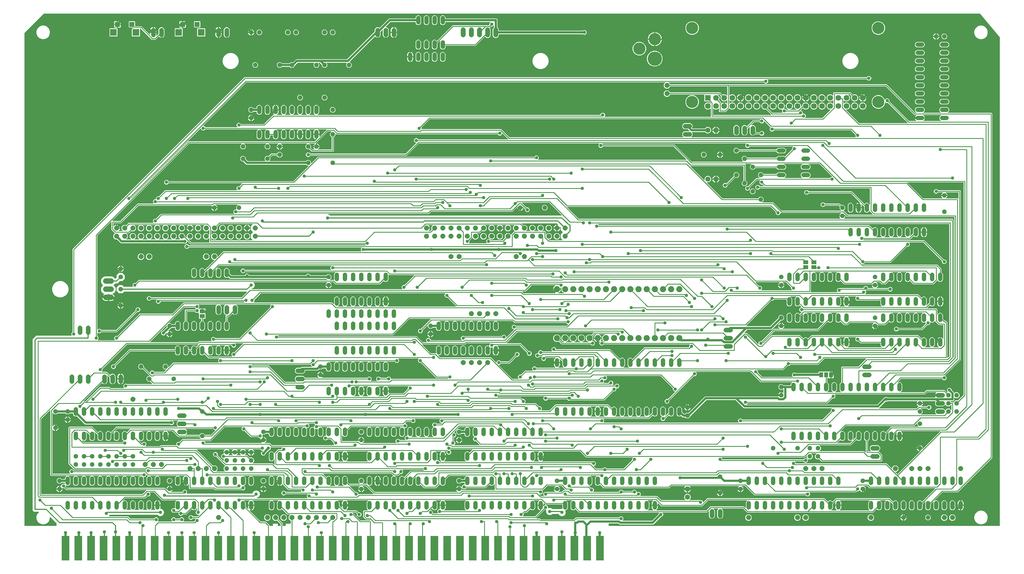
<source format=gbl>
G04 EAGLE Gerber RS-274X export*
G75*
%MOMM*%
%FSLAX34Y34*%
%LPD*%
%INBottom Copper*%
%IPPOS*%
%AMOC8*
5,1,8,0,0,1.08239X$1,22.5*%
G01*
%ADD10R,2.362200X7.620000*%
%ADD11C,1.320800*%
%ADD12P,1.539592X8X22.500000*%
%ADD13C,1.905000*%
%ADD14C,1.422400*%
%ADD15C,1.524000*%
%ADD16P,1.429621X8X292.500000*%
%ADD17P,1.429621X8X202.500000*%
%ADD18P,1.429621X8X112.500000*%
%ADD19R,1.524000X1.524000*%
%ADD20R,2.095500X2.095500*%
%ADD21P,1.649562X8X22.500000*%
%ADD22P,1.649562X8X202.500000*%
%ADD23R,1.778000X1.778000*%
%ADD24C,1.778000*%
%ADD25C,3.766000*%
%ADD26P,1.732040X8X112.500000*%
%ADD27C,1.600200*%
%ADD28P,1.732040X8X22.500000*%
%ADD29P,1.429621X8X22.500000*%
%ADD30P,1.539592X8X292.500000*%
%ADD31C,4.445000*%
%ADD32C,3.810000*%
%ADD33R,1.600200X1.168400*%
%ADD34C,1.676400*%
%ADD35R,1.168400X1.600200*%
%ADD36P,1.649562X8X112.500000*%
%ADD37P,1.539592X8X112.500000*%
%ADD38C,0.254000*%
%ADD39C,1.016000*%
%ADD40C,0.711200*%
%ADD41C,0.304800*%

G36*
X41168Y-26158D02*
X41168Y-26158D01*
X41187Y-26160D01*
X41289Y-26138D01*
X41391Y-26122D01*
X41408Y-26112D01*
X41428Y-26108D01*
X41517Y-26055D01*
X41608Y-26006D01*
X41622Y-25992D01*
X41639Y-25982D01*
X41706Y-25903D01*
X41778Y-25828D01*
X41786Y-25810D01*
X41799Y-25795D01*
X41838Y-25699D01*
X41881Y-25605D01*
X41883Y-25585D01*
X41891Y-25567D01*
X41909Y-25400D01*
X41909Y-19050D01*
X42015Y-18944D01*
X42027Y-18928D01*
X42042Y-18915D01*
X42098Y-18828D01*
X42159Y-18744D01*
X42164Y-18725D01*
X42175Y-18708D01*
X42200Y-18608D01*
X42231Y-18509D01*
X42230Y-18489D01*
X42235Y-18470D01*
X42227Y-18367D01*
X42225Y-18263D01*
X42218Y-18245D01*
X42216Y-18225D01*
X42176Y-18130D01*
X42140Y-18032D01*
X42128Y-18017D01*
X42120Y-17998D01*
X42015Y-17867D01*
X22255Y1892D01*
X22197Y1934D01*
X22145Y1984D01*
X22098Y2006D01*
X22056Y2036D01*
X21987Y2057D01*
X21922Y2087D01*
X21870Y2093D01*
X21820Y2108D01*
X21749Y2106D01*
X21678Y2114D01*
X21627Y2103D01*
X21575Y2102D01*
X21507Y2077D01*
X21437Y2062D01*
X21392Y2035D01*
X21344Y2017D01*
X21288Y1973D01*
X21226Y1936D01*
X21192Y1896D01*
X21152Y1864D01*
X21113Y1804D01*
X21066Y1749D01*
X21047Y1701D01*
X21019Y1657D01*
X21001Y1587D01*
X20974Y1521D01*
X20966Y1450D01*
X20958Y1418D01*
X20960Y1395D01*
X20956Y1354D01*
X20956Y-4168D01*
X17765Y-11871D01*
X11871Y-17765D01*
X4168Y-20956D01*
X-4168Y-20956D01*
X-11871Y-17765D01*
X-17765Y-11871D01*
X-20956Y-4168D01*
X-20956Y4168D01*
X-17765Y11871D01*
X-13156Y16480D01*
X-13114Y16538D01*
X-13065Y16590D01*
X-13043Y16637D01*
X-13013Y16679D01*
X-12992Y16748D01*
X-12961Y16813D01*
X-12956Y16865D01*
X-12940Y16915D01*
X-12942Y16986D01*
X-12934Y17057D01*
X-12945Y17108D01*
X-12947Y17160D01*
X-12971Y17228D01*
X-12986Y17298D01*
X-13013Y17343D01*
X-13031Y17391D01*
X-13076Y17447D01*
X-13113Y17509D01*
X-13152Y17543D01*
X-13185Y17583D01*
X-13245Y17622D01*
X-13300Y17669D01*
X-13348Y17688D01*
X-13392Y17716D01*
X-13461Y17734D01*
X-13528Y17761D01*
X-13599Y17769D01*
X-13630Y17777D01*
X-13653Y17775D01*
X-13694Y17779D01*
X-26916Y17779D01*
X-29717Y18939D01*
X-31861Y21083D01*
X-33021Y23884D01*
X-33021Y553966D01*
X-31861Y556767D01*
X-23367Y565261D01*
X-20566Y566421D01*
X88516Y566421D01*
X88561Y566428D01*
X88607Y566426D01*
X88682Y566448D01*
X88759Y566460D01*
X88799Y566482D01*
X88843Y566495D01*
X88907Y566539D01*
X88976Y566576D01*
X89008Y566609D01*
X89045Y566635D01*
X89092Y566698D01*
X89145Y566754D01*
X89165Y566796D01*
X89192Y566832D01*
X89216Y566906D01*
X89249Y566977D01*
X89254Y567023D01*
X89268Y567066D01*
X89268Y567144D01*
X89276Y567221D01*
X89266Y567266D01*
X89266Y567312D01*
X89228Y567444D01*
X89224Y567462D01*
X89221Y567466D01*
X89219Y567473D01*
X88137Y570085D01*
X88137Y572915D01*
X89220Y575529D01*
X91221Y577530D01*
X91477Y577636D01*
X91576Y577697D01*
X91677Y577758D01*
X91681Y577762D01*
X91686Y577766D01*
X91760Y577855D01*
X91837Y577944D01*
X91839Y577950D01*
X91843Y577955D01*
X91885Y578063D01*
X91929Y578173D01*
X91930Y578180D01*
X91931Y578185D01*
X91932Y578203D01*
X91947Y578339D01*
X91947Y836393D01*
X627282Y1371728D01*
X2564911Y1371728D01*
X2565025Y1371746D01*
X2565142Y1371764D01*
X2565147Y1371766D01*
X2565153Y1371767D01*
X2565256Y1371822D01*
X2565361Y1371875D01*
X2565365Y1371880D01*
X2565371Y1371883D01*
X2565451Y1371967D01*
X2565533Y1372051D01*
X2565537Y1372057D01*
X2565540Y1372061D01*
X2565548Y1372078D01*
X2565614Y1372198D01*
X2565720Y1372454D01*
X2567721Y1374455D01*
X2570335Y1375538D01*
X2573165Y1375538D01*
X2575779Y1374455D01*
X2577780Y1372454D01*
X2578863Y1369840D01*
X2578863Y1367010D01*
X2577780Y1364396D01*
X2575779Y1362395D01*
X2573165Y1361312D01*
X2570335Y1361312D01*
X2567721Y1362395D01*
X2565720Y1364396D01*
X2565614Y1364652D01*
X2565553Y1364751D01*
X2565492Y1364852D01*
X2565488Y1364856D01*
X2565484Y1364861D01*
X2565395Y1364935D01*
X2565306Y1365012D01*
X2565300Y1365014D01*
X2565295Y1365018D01*
X2565187Y1365060D01*
X2565077Y1365104D01*
X2565070Y1365105D01*
X2565065Y1365106D01*
X2565047Y1365107D01*
X2564911Y1365122D01*
X2256749Y1365122D01*
X2256679Y1365111D01*
X2256607Y1365109D01*
X2256558Y1365091D01*
X2256507Y1365083D01*
X2256443Y1365049D01*
X2256376Y1365024D01*
X2256335Y1364992D01*
X2256289Y1364967D01*
X2256240Y1364915D01*
X2256184Y1364871D01*
X2256156Y1364827D01*
X2256120Y1364789D01*
X2256090Y1364724D01*
X2256051Y1364664D01*
X2256038Y1364613D01*
X2256016Y1364566D01*
X2256008Y1364495D01*
X2255991Y1364425D01*
X2255995Y1364373D01*
X2255989Y1364322D01*
X2256004Y1364251D01*
X2256010Y1364180D01*
X2256030Y1364132D01*
X2256041Y1364081D01*
X2256078Y1364020D01*
X2256106Y1363954D01*
X2256151Y1363898D01*
X2256168Y1363870D01*
X2256185Y1363855D01*
X2256211Y1363823D01*
X2257105Y1362929D01*
X2258188Y1360315D01*
X2258188Y1357485D01*
X2257105Y1354871D01*
X2255104Y1352870D01*
X2252490Y1351787D01*
X2249660Y1351787D01*
X2247046Y1352870D01*
X2245045Y1354871D01*
X2244939Y1355127D01*
X2244878Y1355226D01*
X2244817Y1355327D01*
X2244813Y1355331D01*
X2244809Y1355336D01*
X2244720Y1355410D01*
X2244631Y1355487D01*
X2244625Y1355489D01*
X2244620Y1355493D01*
X2244512Y1355534D01*
X2244402Y1355579D01*
X2244395Y1355580D01*
X2244390Y1355581D01*
X2244372Y1355582D01*
X2244236Y1355597D01*
X1949192Y1355597D01*
X1949121Y1355586D01*
X1949049Y1355584D01*
X1949000Y1355566D01*
X1948949Y1355558D01*
X1948885Y1355524D01*
X1948818Y1355499D01*
X1948777Y1355467D01*
X1948731Y1355442D01*
X1948682Y1355390D01*
X1948626Y1355346D01*
X1948598Y1355302D01*
X1948562Y1355264D01*
X1948532Y1355199D01*
X1948493Y1355139D01*
X1948480Y1355088D01*
X1948458Y1355041D01*
X1948451Y1354970D01*
X1948433Y1354900D01*
X1948437Y1354848D01*
X1948431Y1354797D01*
X1948447Y1354726D01*
X1948452Y1354655D01*
X1948472Y1354607D01*
X1948484Y1354556D01*
X1948520Y1354495D01*
X1948548Y1354429D01*
X1948593Y1354373D01*
X1948610Y1354345D01*
X1948628Y1354330D01*
X1948653Y1354298D01*
X1952761Y1350190D01*
X1952776Y1350123D01*
X1952792Y1350021D01*
X1952802Y1350004D01*
X1952806Y1349984D01*
X1952859Y1349895D01*
X1952908Y1349804D01*
X1952922Y1349790D01*
X1952932Y1349773D01*
X1953011Y1349706D01*
X1953086Y1349634D01*
X1953104Y1349626D01*
X1953119Y1349613D01*
X1953215Y1349574D01*
X1953309Y1349531D01*
X1953329Y1349529D01*
X1953347Y1349521D01*
X1953514Y1349503D01*
X2627093Y1349503D01*
X2715770Y1260826D01*
X2715844Y1260773D01*
X2715913Y1260713D01*
X2715944Y1260701D01*
X2715970Y1260682D01*
X2716057Y1260655D01*
X2716142Y1260621D01*
X2716183Y1260617D01*
X2716205Y1260610D01*
X2716237Y1260611D01*
X2716308Y1260603D01*
X2720187Y1260603D01*
X2720283Y1260618D01*
X2720380Y1260628D01*
X2720404Y1260638D01*
X2720430Y1260642D01*
X2720516Y1260688D01*
X2720605Y1260728D01*
X2720624Y1260745D01*
X2720647Y1260758D01*
X2720714Y1260828D01*
X2720786Y1260894D01*
X2720799Y1260917D01*
X2720817Y1260936D01*
X2720858Y1261024D01*
X2720905Y1261110D01*
X2720909Y1261135D01*
X2720920Y1261159D01*
X2720931Y1261256D01*
X2720948Y1261352D01*
X2720944Y1261378D01*
X2720947Y1261403D01*
X2720927Y1261499D01*
X2720912Y1261595D01*
X2720901Y1261618D01*
X2720895Y1261644D01*
X2720845Y1261727D01*
X2720801Y1261814D01*
X2720782Y1261833D01*
X2720769Y1261855D01*
X2720695Y1261918D01*
X2720625Y1261986D01*
X2720597Y1262002D01*
X2720582Y1262015D01*
X2720551Y1262027D01*
X2720478Y1262067D01*
X2719004Y1262678D01*
X2716574Y1265108D01*
X2715259Y1268282D01*
X2715259Y1271718D01*
X2716574Y1274892D01*
X2719004Y1277322D01*
X2722178Y1278637D01*
X2738822Y1278637D01*
X2741996Y1277322D01*
X2744426Y1274892D01*
X2745741Y1271718D01*
X2745741Y1268282D01*
X2744426Y1265108D01*
X2741996Y1262678D01*
X2740522Y1262067D01*
X2740439Y1262016D01*
X2740353Y1261970D01*
X2740335Y1261952D01*
X2740313Y1261938D01*
X2740250Y1261862D01*
X2740183Y1261792D01*
X2740172Y1261768D01*
X2740156Y1261748D01*
X2740121Y1261657D01*
X2740080Y1261569D01*
X2740077Y1261543D01*
X2740068Y1261519D01*
X2740063Y1261421D01*
X2740053Y1261325D01*
X2740058Y1261299D01*
X2740057Y1261273D01*
X2740084Y1261179D01*
X2740105Y1261084D01*
X2740118Y1261062D01*
X2740126Y1261037D01*
X2740181Y1260957D01*
X2740231Y1260873D01*
X2740251Y1260856D01*
X2740266Y1260835D01*
X2740344Y1260776D01*
X2740418Y1260713D01*
X2740442Y1260703D01*
X2740463Y1260688D01*
X2740556Y1260658D01*
X2740646Y1260621D01*
X2740679Y1260618D01*
X2740697Y1260612D01*
X2740730Y1260612D01*
X2740813Y1260603D01*
X2796387Y1260603D01*
X2796483Y1260618D01*
X2796580Y1260628D01*
X2796604Y1260638D01*
X2796630Y1260642D01*
X2796716Y1260688D01*
X2796805Y1260728D01*
X2796824Y1260745D01*
X2796847Y1260758D01*
X2796914Y1260828D01*
X2796986Y1260894D01*
X2796999Y1260917D01*
X2797017Y1260936D01*
X2797058Y1261024D01*
X2797105Y1261110D01*
X2797109Y1261135D01*
X2797120Y1261159D01*
X2797131Y1261256D01*
X2797148Y1261352D01*
X2797144Y1261378D01*
X2797147Y1261403D01*
X2797127Y1261499D01*
X2797112Y1261595D01*
X2797101Y1261618D01*
X2797095Y1261644D01*
X2797045Y1261727D01*
X2797001Y1261814D01*
X2796982Y1261833D01*
X2796969Y1261855D01*
X2796895Y1261918D01*
X2796825Y1261986D01*
X2796797Y1262002D01*
X2796782Y1262015D01*
X2796751Y1262027D01*
X2796678Y1262067D01*
X2795204Y1262678D01*
X2792774Y1265108D01*
X2791459Y1268282D01*
X2791459Y1271718D01*
X2792774Y1274892D01*
X2795204Y1277322D01*
X2798378Y1278637D01*
X2815022Y1278637D01*
X2818196Y1277322D01*
X2820626Y1274892D01*
X2821941Y1271718D01*
X2821941Y1268282D01*
X2820626Y1265108D01*
X2818196Y1262678D01*
X2816722Y1262067D01*
X2816639Y1262016D01*
X2816553Y1261970D01*
X2816535Y1261952D01*
X2816513Y1261938D01*
X2816450Y1261862D01*
X2816383Y1261792D01*
X2816372Y1261768D01*
X2816356Y1261748D01*
X2816321Y1261657D01*
X2816280Y1261569D01*
X2816277Y1261543D01*
X2816268Y1261519D01*
X2816263Y1261421D01*
X2816253Y1261325D01*
X2816258Y1261299D01*
X2816257Y1261273D01*
X2816284Y1261179D01*
X2816305Y1261084D01*
X2816318Y1261062D01*
X2816326Y1261037D01*
X2816381Y1260957D01*
X2816431Y1260873D01*
X2816451Y1260856D01*
X2816466Y1260835D01*
X2816544Y1260776D01*
X2816618Y1260713D01*
X2816642Y1260703D01*
X2816663Y1260688D01*
X2816756Y1260658D01*
X2816846Y1260621D01*
X2816879Y1260618D01*
X2816897Y1260612D01*
X2816930Y1260612D01*
X2817013Y1260603D01*
X2954118Y1260603D01*
X2956053Y1258668D01*
X2956053Y185957D01*
X2849343Y79247D01*
X2802033Y79247D01*
X2801943Y79233D01*
X2801852Y79225D01*
X2801823Y79213D01*
X2801791Y79208D01*
X2801710Y79165D01*
X2801626Y79129D01*
X2801594Y79103D01*
X2801573Y79092D01*
X2801551Y79069D01*
X2801495Y79024D01*
X2775851Y53381D01*
X2775795Y53302D01*
X2775733Y53227D01*
X2775723Y53202D01*
X2775708Y53181D01*
X2775679Y53088D01*
X2775644Y52997D01*
X2775643Y52971D01*
X2775636Y52946D01*
X2775638Y52849D01*
X2775634Y52751D01*
X2775641Y52726D01*
X2775642Y52700D01*
X2775675Y52608D01*
X2775702Y52515D01*
X2775717Y52494D01*
X2775726Y52469D01*
X2775787Y52393D01*
X2775843Y52313D01*
X2775864Y52297D01*
X2775880Y52277D01*
X2775962Y52224D01*
X2776040Y52166D01*
X2776065Y52158D01*
X2776087Y52144D01*
X2776181Y52120D01*
X2776274Y52090D01*
X2776300Y52090D01*
X2776326Y52084D01*
X2776422Y52091D01*
X2776520Y52092D01*
X2776551Y52102D01*
X2776571Y52103D01*
X2776601Y52116D01*
X2776681Y52139D01*
X2779582Y53341D01*
X2783018Y53341D01*
X2786192Y52026D01*
X2788622Y49596D01*
X2789937Y46422D01*
X2789937Y29778D01*
X2788622Y26604D01*
X2786192Y24174D01*
X2783018Y22859D01*
X2779582Y22859D01*
X2776408Y24174D01*
X2773978Y26604D01*
X2772663Y29778D01*
X2772663Y46422D01*
X2773865Y49323D01*
X2773887Y49418D01*
X2773916Y49511D01*
X2773915Y49537D01*
X2773921Y49562D01*
X2773912Y49659D01*
X2773909Y49757D01*
X2773900Y49781D01*
X2773898Y49807D01*
X2773858Y49896D01*
X2773825Y49988D01*
X2773809Y50008D01*
X2773798Y50032D01*
X2773732Y50104D01*
X2773671Y50180D01*
X2773649Y50194D01*
X2773632Y50213D01*
X2773546Y50260D01*
X2773464Y50313D01*
X2773439Y50319D01*
X2773416Y50332D01*
X2773320Y50349D01*
X2773226Y50373D01*
X2773200Y50371D01*
X2773174Y50375D01*
X2773077Y50361D01*
X2772981Y50354D01*
X2772957Y50343D01*
X2772931Y50340D01*
X2772844Y50295D01*
X2772754Y50257D01*
X2772729Y50237D01*
X2772711Y50228D01*
X2772688Y50204D01*
X2772623Y50153D01*
X2764760Y42289D01*
X2764707Y42215D01*
X2764647Y42146D01*
X2764635Y42115D01*
X2764616Y42089D01*
X2764589Y42002D01*
X2764555Y41917D01*
X2764551Y41876D01*
X2764544Y41854D01*
X2764545Y41822D01*
X2764537Y41751D01*
X2764537Y29778D01*
X2763222Y26604D01*
X2760792Y24174D01*
X2757618Y22859D01*
X2754182Y22859D01*
X2751008Y24174D01*
X2748578Y26604D01*
X2747263Y29778D01*
X2747263Y46422D01*
X2748465Y49323D01*
X2748487Y49418D01*
X2748516Y49511D01*
X2748515Y49537D01*
X2748521Y49562D01*
X2748512Y49659D01*
X2748509Y49757D01*
X2748500Y49781D01*
X2748498Y49807D01*
X2748458Y49896D01*
X2748425Y49988D01*
X2748409Y50008D01*
X2748398Y50032D01*
X2748332Y50104D01*
X2748271Y50180D01*
X2748249Y50194D01*
X2748232Y50213D01*
X2748146Y50260D01*
X2748064Y50313D01*
X2748039Y50319D01*
X2748016Y50332D01*
X2747920Y50349D01*
X2747826Y50373D01*
X2747800Y50371D01*
X2747774Y50375D01*
X2747677Y50361D01*
X2747581Y50354D01*
X2747557Y50343D01*
X2747531Y50340D01*
X2747444Y50295D01*
X2747354Y50257D01*
X2747329Y50237D01*
X2747311Y50228D01*
X2747288Y50204D01*
X2747223Y50153D01*
X2739360Y42289D01*
X2739307Y42215D01*
X2739247Y42146D01*
X2739235Y42115D01*
X2739216Y42089D01*
X2739189Y42002D01*
X2739155Y41917D01*
X2739151Y41876D01*
X2739144Y41854D01*
X2739145Y41822D01*
X2739137Y41751D01*
X2739137Y29778D01*
X2737822Y26604D01*
X2735392Y24174D01*
X2732218Y22859D01*
X2728782Y22859D01*
X2725608Y24174D01*
X2723178Y26604D01*
X2721863Y29778D01*
X2721863Y46422D01*
X2723178Y49596D01*
X2725608Y52026D01*
X2728782Y53341D01*
X2732218Y53341D01*
X2735392Y52026D01*
X2737035Y50383D01*
X2737052Y50371D01*
X2737064Y50356D01*
X2737151Y50299D01*
X2737235Y50239D01*
X2737254Y50233D01*
X2737271Y50223D01*
X2737372Y50197D01*
X2737470Y50167D01*
X2737490Y50167D01*
X2737510Y50163D01*
X2737612Y50171D01*
X2737716Y50173D01*
X2737735Y50180D01*
X2737755Y50182D01*
X2737849Y50222D01*
X2737947Y50258D01*
X2737963Y50270D01*
X2737981Y50278D01*
X2738112Y50383D01*
X2777774Y90045D01*
X2778377Y90648D01*
X2778419Y90706D01*
X2778468Y90758D01*
X2778490Y90805D01*
X2778521Y90847D01*
X2778542Y90916D01*
X2778572Y90981D01*
X2778578Y91033D01*
X2778593Y91083D01*
X2778591Y91154D01*
X2778599Y91225D01*
X2778588Y91276D01*
X2778587Y91328D01*
X2778562Y91396D01*
X2778547Y91466D01*
X2778520Y91511D01*
X2778502Y91559D01*
X2778457Y91615D01*
X2778420Y91677D01*
X2778381Y91711D01*
X2778348Y91751D01*
X2778288Y91790D01*
X2778234Y91837D01*
X2778185Y91856D01*
X2778141Y91884D01*
X2778072Y91902D01*
X2778005Y91929D01*
X2777934Y91937D01*
X2777903Y91945D01*
X2777880Y91943D01*
X2777839Y91947D01*
X2573557Y91947D01*
X2567430Y98074D01*
X2567356Y98127D01*
X2567287Y98187D01*
X2567256Y98199D01*
X2567230Y98218D01*
X2567143Y98245D01*
X2567058Y98279D01*
X2567017Y98283D01*
X2566995Y98290D01*
X2566963Y98289D01*
X2566892Y98297D01*
X2558073Y98297D01*
X2558002Y98286D01*
X2557931Y98284D01*
X2557882Y98266D01*
X2557830Y98258D01*
X2557767Y98224D01*
X2557700Y98199D01*
X2557659Y98167D01*
X2557613Y98142D01*
X2557564Y98090D01*
X2557508Y98046D01*
X2557479Y98002D01*
X2557444Y97964D01*
X2557413Y97899D01*
X2557375Y97839D01*
X2557362Y97788D01*
X2557340Y97741D01*
X2557332Y97670D01*
X2557315Y97600D01*
X2557319Y97548D01*
X2557313Y97497D01*
X2557328Y97426D01*
X2557334Y97355D01*
X2557354Y97307D01*
X2557365Y97256D01*
X2557402Y97195D01*
X2557430Y97129D01*
X2557475Y97073D01*
X2557491Y97045D01*
X2557509Y97030D01*
X2557535Y96998D01*
X2561845Y92688D01*
X2561845Y90423D01*
X2553462Y90423D01*
X2553442Y90420D01*
X2553423Y90422D01*
X2553321Y90400D01*
X2553219Y90383D01*
X2553202Y90374D01*
X2553182Y90370D01*
X2553093Y90317D01*
X2553002Y90268D01*
X2552988Y90254D01*
X2552971Y90244D01*
X2552904Y90165D01*
X2552833Y90090D01*
X2552824Y90072D01*
X2552811Y90057D01*
X2552773Y89961D01*
X2552729Y89867D01*
X2552727Y89847D01*
X2552719Y89829D01*
X2552701Y89662D01*
X2552701Y88899D01*
X2551938Y88899D01*
X2551918Y88896D01*
X2551899Y88898D01*
X2551797Y88876D01*
X2551695Y88859D01*
X2551678Y88850D01*
X2551658Y88846D01*
X2551569Y88793D01*
X2551478Y88744D01*
X2551464Y88730D01*
X2551447Y88720D01*
X2551380Y88641D01*
X2551309Y88566D01*
X2551300Y88548D01*
X2551287Y88533D01*
X2551248Y88437D01*
X2551205Y88343D01*
X2551203Y88323D01*
X2551195Y88305D01*
X2551177Y88138D01*
X2551177Y79755D01*
X2548912Y79755D01*
X2543864Y84803D01*
X2543848Y84815D01*
X2543835Y84831D01*
X2543748Y84887D01*
X2543664Y84947D01*
X2543645Y84953D01*
X2543628Y84964D01*
X2543528Y84989D01*
X2543429Y85019D01*
X2543409Y85019D01*
X2543390Y85024D01*
X2543287Y85016D01*
X2543183Y85013D01*
X2543164Y85006D01*
X2543145Y85005D01*
X2543050Y84964D01*
X2542952Y84929D01*
X2542937Y84916D01*
X2542918Y84908D01*
X2542787Y84803D01*
X2540854Y82870D01*
X2538240Y81787D01*
X2535410Y81787D01*
X2535154Y81893D01*
X2535088Y81909D01*
X2535066Y81918D01*
X2535037Y81921D01*
X2534927Y81949D01*
X2534920Y81948D01*
X2534914Y81950D01*
X2534798Y81939D01*
X2534681Y81930D01*
X2534676Y81927D01*
X2534669Y81927D01*
X2534562Y81879D01*
X2534455Y81833D01*
X2534449Y81829D01*
X2534445Y81827D01*
X2534431Y81814D01*
X2534397Y81786D01*
X2534387Y81781D01*
X2534377Y81771D01*
X2534324Y81728D01*
X2531843Y79247D01*
X2386924Y79247D01*
X2386854Y79236D01*
X2386782Y79234D01*
X2386733Y79216D01*
X2386682Y79208D01*
X2386618Y79174D01*
X2386551Y79149D01*
X2386510Y79117D01*
X2386464Y79092D01*
X2386415Y79040D01*
X2386359Y78996D01*
X2386331Y78952D01*
X2386295Y78914D01*
X2386265Y78849D01*
X2386226Y78789D01*
X2386213Y78738D01*
X2386191Y78691D01*
X2386183Y78620D01*
X2386166Y78550D01*
X2386170Y78498D01*
X2386164Y78447D01*
X2386179Y78376D01*
X2386185Y78305D01*
X2386205Y78257D01*
X2386216Y78206D01*
X2386253Y78145D01*
X2386281Y78079D01*
X2386326Y78023D01*
X2386343Y77995D01*
X2386360Y77980D01*
X2386386Y77948D01*
X2387280Y77054D01*
X2388363Y74440D01*
X2388363Y71610D01*
X2387280Y68996D01*
X2385279Y66995D01*
X2382665Y65912D01*
X2379835Y65912D01*
X2377221Y66995D01*
X2375220Y68996D01*
X2375114Y69252D01*
X2375053Y69351D01*
X2374992Y69452D01*
X2374988Y69456D01*
X2374984Y69461D01*
X2374895Y69535D01*
X2374806Y69612D01*
X2374800Y69614D01*
X2374795Y69618D01*
X2374687Y69660D01*
X2374577Y69704D01*
X2374570Y69705D01*
X2374565Y69706D01*
X2374547Y69707D01*
X2374411Y69722D01*
X2214782Y69722D01*
X2186430Y98074D01*
X2186356Y98127D01*
X2186287Y98187D01*
X2186256Y98199D01*
X2186230Y98218D01*
X2186143Y98245D01*
X2186058Y98279D01*
X2186017Y98283D01*
X2185995Y98290D01*
X2185963Y98289D01*
X2185892Y98297D01*
X2177073Y98297D01*
X2177002Y98286D01*
X2176931Y98284D01*
X2176882Y98266D01*
X2176830Y98258D01*
X2176767Y98224D01*
X2176700Y98199D01*
X2176659Y98167D01*
X2176613Y98142D01*
X2176564Y98090D01*
X2176508Y98046D01*
X2176479Y98002D01*
X2176444Y97964D01*
X2176413Y97899D01*
X2176375Y97839D01*
X2176362Y97788D01*
X2176340Y97741D01*
X2176332Y97670D01*
X2176315Y97600D01*
X2176319Y97548D01*
X2176313Y97497D01*
X2176328Y97426D01*
X2176334Y97355D01*
X2176354Y97307D01*
X2176365Y97256D01*
X2176402Y97195D01*
X2176430Y97129D01*
X2176475Y97073D01*
X2176491Y97045D01*
X2176509Y97030D01*
X2176535Y96998D01*
X2180845Y92688D01*
X2180845Y90423D01*
X2172462Y90423D01*
X2172442Y90420D01*
X2172423Y90422D01*
X2172321Y90400D01*
X2172219Y90383D01*
X2172202Y90374D01*
X2172182Y90370D01*
X2172093Y90317D01*
X2172002Y90268D01*
X2171988Y90254D01*
X2171971Y90244D01*
X2171904Y90165D01*
X2171833Y90090D01*
X2171824Y90072D01*
X2171811Y90057D01*
X2171773Y89961D01*
X2171729Y89867D01*
X2171727Y89847D01*
X2171719Y89829D01*
X2171701Y89662D01*
X2171701Y88899D01*
X2171699Y88899D01*
X2171699Y89662D01*
X2171696Y89682D01*
X2171698Y89701D01*
X2171676Y89803D01*
X2171659Y89905D01*
X2171650Y89922D01*
X2171646Y89942D01*
X2171593Y90031D01*
X2171544Y90122D01*
X2171530Y90136D01*
X2171520Y90153D01*
X2171441Y90220D01*
X2171366Y90291D01*
X2171348Y90300D01*
X2171333Y90313D01*
X2171237Y90352D01*
X2171143Y90395D01*
X2171123Y90397D01*
X2171105Y90405D01*
X2170938Y90423D01*
X2162555Y90423D01*
X2162555Y92688D01*
X2166865Y96998D01*
X2166907Y97056D01*
X2166956Y97108D01*
X2166978Y97155D01*
X2167009Y97197D01*
X2167030Y97266D01*
X2167060Y97331D01*
X2167066Y97383D01*
X2167081Y97433D01*
X2167079Y97504D01*
X2167087Y97575D01*
X2167076Y97626D01*
X2167075Y97678D01*
X2167050Y97746D01*
X2167035Y97816D01*
X2167008Y97861D01*
X2166990Y97909D01*
X2166945Y97965D01*
X2166909Y98027D01*
X2166869Y98061D01*
X2166837Y98101D01*
X2166776Y98140D01*
X2166722Y98187D01*
X2166673Y98206D01*
X2166630Y98234D01*
X2166560Y98252D01*
X2166494Y98279D01*
X2166422Y98287D01*
X2166391Y98295D01*
X2166368Y98293D01*
X2166327Y98297D01*
X2013949Y98297D01*
X2013878Y98286D01*
X2013806Y98284D01*
X2013757Y98266D01*
X2013706Y98258D01*
X2013643Y98224D01*
X2013575Y98199D01*
X2013535Y98167D01*
X2013489Y98142D01*
X2013439Y98090D01*
X2013383Y98046D01*
X2013355Y98002D01*
X2013319Y97964D01*
X2013289Y97899D01*
X2013250Y97839D01*
X2013238Y97788D01*
X2013216Y97741D01*
X2013208Y97670D01*
X2013190Y97600D01*
X2013194Y97548D01*
X2013189Y97497D01*
X2013204Y97426D01*
X2013209Y97355D01*
X2013230Y97307D01*
X2013241Y97256D01*
X2013278Y97195D01*
X2013306Y97129D01*
X2013350Y97073D01*
X2013367Y97045D01*
X2013385Y97030D01*
X2013410Y96998D01*
X2017142Y93267D01*
X2017142Y90423D01*
X2007362Y90423D01*
X2007342Y90420D01*
X2007323Y90422D01*
X2007221Y90400D01*
X2007119Y90383D01*
X2007102Y90374D01*
X2007082Y90370D01*
X2006993Y90317D01*
X2006902Y90268D01*
X2006888Y90254D01*
X2006871Y90244D01*
X2006804Y90165D01*
X2006733Y90090D01*
X2006724Y90072D01*
X2006711Y90057D01*
X2006673Y89961D01*
X2006629Y89867D01*
X2006627Y89847D01*
X2006619Y89829D01*
X2006601Y89662D01*
X2006601Y88899D01*
X2006599Y88899D01*
X2006599Y89662D01*
X2006596Y89682D01*
X2006598Y89701D01*
X2006576Y89803D01*
X2006559Y89905D01*
X2006550Y89922D01*
X2006546Y89942D01*
X2006493Y90031D01*
X2006444Y90122D01*
X2006430Y90136D01*
X2006420Y90153D01*
X2006341Y90220D01*
X2006266Y90291D01*
X2006248Y90300D01*
X2006233Y90313D01*
X2006137Y90352D01*
X2006043Y90395D01*
X2006023Y90397D01*
X2006005Y90405D01*
X2005838Y90423D01*
X1996058Y90423D01*
X1996058Y93267D01*
X1999790Y96998D01*
X1999831Y97056D01*
X1999881Y97108D01*
X1999903Y97155D01*
X1999933Y97197D01*
X1999954Y97266D01*
X1999984Y97331D01*
X1999990Y97383D01*
X2000005Y97433D01*
X2000004Y97504D01*
X2000011Y97575D01*
X2000000Y97626D01*
X1999999Y97678D01*
X1999974Y97746D01*
X1999959Y97816D01*
X1999932Y97861D01*
X1999915Y97909D01*
X1999870Y97965D01*
X1999833Y98027D01*
X1999793Y98061D01*
X1999761Y98101D01*
X1999701Y98140D01*
X1999646Y98187D01*
X1999598Y98206D01*
X1999554Y98234D01*
X1999485Y98252D01*
X1999418Y98279D01*
X1999347Y98287D01*
X1999315Y98295D01*
X1999292Y98293D01*
X1999251Y98297D01*
X1957483Y98297D01*
X1957393Y98283D01*
X1957302Y98275D01*
X1957273Y98263D01*
X1957241Y98258D01*
X1957160Y98215D01*
X1957076Y98179D01*
X1957044Y98153D01*
X1957023Y98142D01*
X1957001Y98119D01*
X1956945Y98074D01*
X1952976Y94105D01*
X1950818Y91947D01*
X1744882Y91947D01*
X1734812Y102017D01*
X1734796Y102029D01*
X1734783Y102044D01*
X1734696Y102101D01*
X1734612Y102161D01*
X1734593Y102167D01*
X1734576Y102177D01*
X1734476Y102203D01*
X1734377Y102233D01*
X1734357Y102233D01*
X1734338Y102237D01*
X1734235Y102229D01*
X1734131Y102227D01*
X1734112Y102220D01*
X1734093Y102218D01*
X1733998Y102178D01*
X1733900Y102142D01*
X1733885Y102130D01*
X1733866Y102122D01*
X1733735Y102017D01*
X1732092Y100374D01*
X1728918Y99059D01*
X1725482Y99059D01*
X1722308Y100374D01*
X1719878Y102804D01*
X1718563Y105978D01*
X1718563Y122622D01*
X1719878Y125796D01*
X1722308Y128226D01*
X1723169Y128583D01*
X1723252Y128634D01*
X1723338Y128680D01*
X1723356Y128699D01*
X1723378Y128712D01*
X1723440Y128787D01*
X1723507Y128858D01*
X1723518Y128882D01*
X1723535Y128902D01*
X1723570Y128993D01*
X1723611Y129081D01*
X1723614Y129107D01*
X1723623Y129131D01*
X1723627Y129229D01*
X1723638Y129325D01*
X1723633Y129351D01*
X1723634Y129377D01*
X1723607Y129471D01*
X1723586Y129566D01*
X1723572Y129588D01*
X1723565Y129613D01*
X1723510Y129693D01*
X1723460Y129777D01*
X1723440Y129794D01*
X1723425Y129815D01*
X1723347Y129874D01*
X1723273Y129937D01*
X1723248Y129947D01*
X1723228Y129962D01*
X1723135Y129992D01*
X1723045Y130029D01*
X1723012Y130032D01*
X1722994Y130038D01*
X1722961Y130038D01*
X1722878Y130047D01*
X1706122Y130047D01*
X1706026Y130032D01*
X1705929Y130022D01*
X1705905Y130012D01*
X1705879Y130008D01*
X1705793Y129962D01*
X1705704Y129922D01*
X1705685Y129905D01*
X1705662Y129892D01*
X1705595Y129822D01*
X1705523Y129756D01*
X1705511Y129733D01*
X1705493Y129714D01*
X1705452Y129626D01*
X1705405Y129540D01*
X1705400Y129515D01*
X1705389Y129491D01*
X1705378Y129394D01*
X1705361Y129298D01*
X1705365Y129272D01*
X1705362Y129247D01*
X1705383Y129151D01*
X1705397Y129055D01*
X1705409Y129032D01*
X1705414Y129006D01*
X1705464Y128922D01*
X1705508Y128836D01*
X1705527Y128818D01*
X1705540Y128795D01*
X1705614Y128732D01*
X1705684Y128664D01*
X1705712Y128648D01*
X1705727Y128635D01*
X1705758Y128623D01*
X1705831Y128583D01*
X1706692Y128226D01*
X1709122Y125796D01*
X1710437Y122622D01*
X1710437Y105978D01*
X1709122Y102804D01*
X1706692Y100374D01*
X1703518Y99059D01*
X1701324Y99059D01*
X1701254Y99048D01*
X1701182Y99046D01*
X1701133Y99028D01*
X1701082Y99020D01*
X1701018Y98986D01*
X1700951Y98961D01*
X1700910Y98929D01*
X1700864Y98904D01*
X1700815Y98852D01*
X1700759Y98808D01*
X1700731Y98764D01*
X1700695Y98726D01*
X1700665Y98661D01*
X1700626Y98601D01*
X1700613Y98550D01*
X1700591Y98503D01*
X1700583Y98432D01*
X1700566Y98362D01*
X1700570Y98310D01*
X1700564Y98259D01*
X1700579Y98188D01*
X1700585Y98117D01*
X1700605Y98069D01*
X1700616Y98018D01*
X1700653Y97957D01*
X1700681Y97891D01*
X1700726Y97835D01*
X1700743Y97807D01*
X1700760Y97792D01*
X1700786Y97760D01*
X1705649Y92897D01*
X1705743Y92829D01*
X1705838Y92759D01*
X1705844Y92757D01*
X1705849Y92753D01*
X1705960Y92719D01*
X1706072Y92682D01*
X1706078Y92682D01*
X1706084Y92681D01*
X1706201Y92684D01*
X1706318Y92685D01*
X1706325Y92687D01*
X1706330Y92687D01*
X1706347Y92693D01*
X1706479Y92732D01*
X1706735Y92838D01*
X1709565Y92838D01*
X1712179Y91755D01*
X1714180Y89754D01*
X1715263Y87140D01*
X1715263Y84310D01*
X1714180Y81696D01*
X1713286Y80802D01*
X1713244Y80744D01*
X1713195Y80692D01*
X1713173Y80645D01*
X1713143Y80603D01*
X1713122Y80534D01*
X1713091Y80469D01*
X1713086Y80417D01*
X1713070Y80367D01*
X1713072Y80296D01*
X1713064Y80225D01*
X1713075Y80174D01*
X1713077Y80122D01*
X1713101Y80054D01*
X1713116Y79984D01*
X1713143Y79939D01*
X1713161Y79891D01*
X1713206Y79835D01*
X1713243Y79773D01*
X1713282Y79739D01*
X1713315Y79699D01*
X1713375Y79660D01*
X1713430Y79613D01*
X1713478Y79594D01*
X1713522Y79566D01*
X1713591Y79548D01*
X1713658Y79521D01*
X1713729Y79513D01*
X1713760Y79505D01*
X1713784Y79507D01*
X1713824Y79503D01*
X1792351Y79503D01*
X1792371Y79506D01*
X1792390Y79504D01*
X1792492Y79526D01*
X1792594Y79542D01*
X1792611Y79552D01*
X1792631Y79556D01*
X1792720Y79609D01*
X1792811Y79658D01*
X1792825Y79672D01*
X1792842Y79682D01*
X1792909Y79761D01*
X1792981Y79836D01*
X1792989Y79854D01*
X1793002Y79869D01*
X1793041Y79965D01*
X1793084Y80059D01*
X1793086Y80079D01*
X1793094Y80097D01*
X1793112Y80264D01*
X1793112Y80790D01*
X1794195Y83404D01*
X1796196Y85405D01*
X1798810Y86488D01*
X1801640Y86488D01*
X1804254Y85405D01*
X1806255Y83404D01*
X1806361Y83148D01*
X1806422Y83049D01*
X1806483Y82948D01*
X1806487Y82944D01*
X1806491Y82939D01*
X1806580Y82865D01*
X1806669Y82788D01*
X1806675Y82786D01*
X1806680Y82782D01*
X1806788Y82740D01*
X1806898Y82696D01*
X1806905Y82695D01*
X1806910Y82694D01*
X1806928Y82693D01*
X1807064Y82678D01*
X1834661Y82678D01*
X1834775Y82696D01*
X1834892Y82714D01*
X1834897Y82716D01*
X1834903Y82717D01*
X1835006Y82772D01*
X1835111Y82825D01*
X1835115Y82830D01*
X1835121Y82833D01*
X1835201Y82917D01*
X1835283Y83001D01*
X1835287Y83007D01*
X1835290Y83011D01*
X1835298Y83028D01*
X1835364Y83148D01*
X1835470Y83404D01*
X1837471Y85405D01*
X1840085Y86488D01*
X1842915Y86488D01*
X1845529Y85405D01*
X1847530Y83404D01*
X1848613Y80790D01*
X1848613Y79334D01*
X1848624Y79264D01*
X1848626Y79192D01*
X1848644Y79143D01*
X1848652Y79092D01*
X1848686Y79028D01*
X1848711Y78961D01*
X1848743Y78920D01*
X1848768Y78874D01*
X1848819Y78825D01*
X1848864Y78769D01*
X1848908Y78741D01*
X1848946Y78705D01*
X1849011Y78675D01*
X1849071Y78636D01*
X1849122Y78623D01*
X1849169Y78601D01*
X1849240Y78593D01*
X1849310Y78576D01*
X1849362Y78580D01*
X1849413Y78574D01*
X1849484Y78589D01*
X1849555Y78595D01*
X1849603Y78615D01*
X1849654Y78626D01*
X1849715Y78663D01*
X1849781Y78691D01*
X1849837Y78736D01*
X1849865Y78753D01*
X1849880Y78770D01*
X1849912Y78796D01*
X1850171Y79055D01*
X1852785Y80138D01*
X1855615Y80138D01*
X1858229Y79055D01*
X1860230Y77054D01*
X1861313Y74440D01*
X1861313Y71610D01*
X1860230Y68996D01*
X1859336Y68102D01*
X1859294Y68044D01*
X1859245Y67992D01*
X1859223Y67945D01*
X1859193Y67903D01*
X1859172Y67834D01*
X1859141Y67769D01*
X1859136Y67717D01*
X1859120Y67667D01*
X1859122Y67596D01*
X1859114Y67525D01*
X1859125Y67474D01*
X1859127Y67422D01*
X1859151Y67354D01*
X1859166Y67284D01*
X1859193Y67239D01*
X1859211Y67191D01*
X1859256Y67135D01*
X1859293Y67073D01*
X1859332Y67039D01*
X1859365Y66999D01*
X1859425Y66960D01*
X1859480Y66913D01*
X1859528Y66894D01*
X1859572Y66866D01*
X1859641Y66848D01*
X1859708Y66821D01*
X1859779Y66813D01*
X1859810Y66805D01*
X1859834Y66807D01*
X1859874Y66803D01*
X1912718Y66803D01*
X1925195Y54326D01*
X1925269Y54273D01*
X1925338Y54213D01*
X1925369Y54201D01*
X1925395Y54182D01*
X1925482Y54155D01*
X1925567Y54121D01*
X1925608Y54117D01*
X1925630Y54110D01*
X1925662Y54111D01*
X1925733Y54103D01*
X1999970Y54103D01*
X2000040Y54114D01*
X2000112Y54116D01*
X2000161Y54134D01*
X2000212Y54142D01*
X2000276Y54176D01*
X2000343Y54201D01*
X2000384Y54233D01*
X2000430Y54258D01*
X2000479Y54310D01*
X2000535Y54354D01*
X2000563Y54398D01*
X2000599Y54436D01*
X2000629Y54501D01*
X2000668Y54561D01*
X2000681Y54612D01*
X2000703Y54659D01*
X2000711Y54730D01*
X2000728Y54800D01*
X2000724Y54852D01*
X2000730Y54903D01*
X2000715Y54974D01*
X2000709Y55045D01*
X2000689Y55093D01*
X2000678Y55144D01*
X2000641Y55205D01*
X2000613Y55271D01*
X2000568Y55327D01*
X2000551Y55355D01*
X2000534Y55370D01*
X2000508Y55402D01*
X1998094Y57816D01*
X1996566Y61504D01*
X1996566Y65496D01*
X1998094Y69184D01*
X2000916Y72006D01*
X2004604Y73534D01*
X2008596Y73534D01*
X2012284Y72006D01*
X2015106Y69184D01*
X2016634Y65496D01*
X2016634Y61504D01*
X2015106Y57816D01*
X2012692Y55402D01*
X2012650Y55344D01*
X2012601Y55292D01*
X2012579Y55245D01*
X2012549Y55203D01*
X2012527Y55134D01*
X2012497Y55069D01*
X2012492Y55017D01*
X2012476Y54967D01*
X2012478Y54896D01*
X2012470Y54825D01*
X2012481Y54774D01*
X2012483Y54722D01*
X2012507Y54654D01*
X2012522Y54584D01*
X2012549Y54539D01*
X2012567Y54491D01*
X2012612Y54435D01*
X2012649Y54373D01*
X2012688Y54339D01*
X2012721Y54299D01*
X2012781Y54260D01*
X2012835Y54213D01*
X2012884Y54194D01*
X2012928Y54166D01*
X2012997Y54148D01*
X2013064Y54121D01*
X2013135Y54113D01*
X2013166Y54105D01*
X2013189Y54107D01*
X2013230Y54103D01*
X2044776Y54103D01*
X2044840Y54113D01*
X2044906Y54114D01*
X2044986Y54137D01*
X2045018Y54142D01*
X2045036Y54152D01*
X2045067Y54161D01*
X2046460Y54738D01*
X2049290Y54738D01*
X2051904Y53655D01*
X2053905Y51654D01*
X2054988Y49040D01*
X2054988Y48546D01*
X2054999Y48476D01*
X2055001Y48404D01*
X2055019Y48355D01*
X2055027Y48304D01*
X2055061Y48240D01*
X2055086Y48173D01*
X2055118Y48132D01*
X2055143Y48086D01*
X2055195Y48037D01*
X2055239Y47981D01*
X2055283Y47953D01*
X2055321Y47917D01*
X2055386Y47887D01*
X2055446Y47848D01*
X2055497Y47835D01*
X2055544Y47813D01*
X2055615Y47805D01*
X2055685Y47788D01*
X2055737Y47792D01*
X2055788Y47786D01*
X2055859Y47801D01*
X2055930Y47807D01*
X2055978Y47827D01*
X2056029Y47838D01*
X2056090Y47875D01*
X2056156Y47903D01*
X2056212Y47948D01*
X2056240Y47965D01*
X2056255Y47982D01*
X2056287Y48008D01*
X2068732Y60453D01*
X2433418Y60453D01*
X2443488Y50383D01*
X2443504Y50371D01*
X2443517Y50356D01*
X2443604Y50299D01*
X2443688Y50239D01*
X2443707Y50233D01*
X2443724Y50223D01*
X2443824Y50197D01*
X2443923Y50167D01*
X2443943Y50167D01*
X2443962Y50163D01*
X2444065Y50171D01*
X2444169Y50173D01*
X2444188Y50180D01*
X2444207Y50182D01*
X2444302Y50222D01*
X2444400Y50258D01*
X2444415Y50270D01*
X2444434Y50278D01*
X2444565Y50383D01*
X2446208Y52026D01*
X2449382Y53341D01*
X2452818Y53341D01*
X2455992Y52026D01*
X2457635Y50383D01*
X2457652Y50371D01*
X2457664Y50356D01*
X2457751Y50300D01*
X2457835Y50239D01*
X2457854Y50233D01*
X2457871Y50223D01*
X2457971Y50197D01*
X2458070Y50167D01*
X2458090Y50167D01*
X2458109Y50163D01*
X2458212Y50171D01*
X2458316Y50173D01*
X2458335Y50180D01*
X2458355Y50182D01*
X2458450Y50222D01*
X2458547Y50258D01*
X2458563Y50270D01*
X2458581Y50278D01*
X2458712Y50383D01*
X2468782Y60453D01*
X2636618Y60453D01*
X2646688Y50383D01*
X2646704Y50371D01*
X2646717Y50356D01*
X2646804Y50300D01*
X2646888Y50239D01*
X2646907Y50233D01*
X2646924Y50223D01*
X2647024Y50197D01*
X2647123Y50167D01*
X2647143Y50167D01*
X2647162Y50163D01*
X2647265Y50171D01*
X2647369Y50173D01*
X2647387Y50180D01*
X2647407Y50182D01*
X2647502Y50222D01*
X2647600Y50258D01*
X2647615Y50270D01*
X2647634Y50278D01*
X2647765Y50383D01*
X2649408Y52026D01*
X2652582Y53341D01*
X2656018Y53341D01*
X2659192Y52026D01*
X2661622Y49596D01*
X2662937Y46422D01*
X2662937Y29778D01*
X2661622Y26604D01*
X2659192Y24174D01*
X2656018Y22859D01*
X2652582Y22859D01*
X2649408Y24174D01*
X2646978Y26604D01*
X2645663Y29778D01*
X2645663Y41751D01*
X2645649Y41841D01*
X2645641Y41932D01*
X2645629Y41961D01*
X2645624Y41993D01*
X2645581Y42074D01*
X2645545Y42158D01*
X2645519Y42190D01*
X2645508Y42211D01*
X2645485Y42233D01*
X2645440Y42289D01*
X2637577Y50153D01*
X2637498Y50209D01*
X2637423Y50271D01*
X2637398Y50281D01*
X2637377Y50296D01*
X2637284Y50325D01*
X2637193Y50360D01*
X2637167Y50361D01*
X2637142Y50368D01*
X2637045Y50366D01*
X2636947Y50370D01*
X2636922Y50363D01*
X2636896Y50362D01*
X2636804Y50329D01*
X2636711Y50302D01*
X2636690Y50287D01*
X2636665Y50278D01*
X2636589Y50217D01*
X2636509Y50161D01*
X2636493Y50140D01*
X2636473Y50124D01*
X2636420Y50042D01*
X2636362Y49964D01*
X2636354Y49939D01*
X2636340Y49917D01*
X2636316Y49823D01*
X2636286Y49730D01*
X2636286Y49704D01*
X2636280Y49678D01*
X2636287Y49582D01*
X2636288Y49484D01*
X2636298Y49453D01*
X2636299Y49433D01*
X2636312Y49403D01*
X2636335Y49323D01*
X2637537Y46422D01*
X2637537Y29778D01*
X2636222Y26604D01*
X2633792Y24174D01*
X2630618Y22859D01*
X2627182Y22859D01*
X2624008Y24174D01*
X2621578Y26604D01*
X2620263Y29778D01*
X2620263Y46422D01*
X2621578Y49596D01*
X2624008Y52026D01*
X2624869Y52383D01*
X2624952Y52434D01*
X2625038Y52480D01*
X2625056Y52499D01*
X2625078Y52512D01*
X2625140Y52587D01*
X2625207Y52658D01*
X2625218Y52682D01*
X2625235Y52702D01*
X2625270Y52793D01*
X2625311Y52881D01*
X2625314Y52907D01*
X2625323Y52931D01*
X2625327Y53029D01*
X2625338Y53125D01*
X2625333Y53151D01*
X2625334Y53177D01*
X2625307Y53271D01*
X2625286Y53366D01*
X2625272Y53388D01*
X2625265Y53413D01*
X2625210Y53493D01*
X2625160Y53577D01*
X2625140Y53594D01*
X2625125Y53615D01*
X2625047Y53674D01*
X2624973Y53737D01*
X2624948Y53747D01*
X2624928Y53762D01*
X2624835Y53792D01*
X2624745Y53829D01*
X2624712Y53832D01*
X2624694Y53838D01*
X2624661Y53838D01*
X2624578Y53847D01*
X2607822Y53847D01*
X2607726Y53832D01*
X2607629Y53822D01*
X2607605Y53812D01*
X2607579Y53808D01*
X2607493Y53762D01*
X2607404Y53722D01*
X2607385Y53705D01*
X2607362Y53692D01*
X2607295Y53622D01*
X2607223Y53556D01*
X2607211Y53533D01*
X2607193Y53514D01*
X2607152Y53426D01*
X2607105Y53340D01*
X2607100Y53315D01*
X2607089Y53291D01*
X2607078Y53194D01*
X2607061Y53098D01*
X2607065Y53072D01*
X2607062Y53047D01*
X2607083Y52951D01*
X2607097Y52855D01*
X2607109Y52832D01*
X2607114Y52806D01*
X2607164Y52722D01*
X2607208Y52636D01*
X2607227Y52618D01*
X2607240Y52595D01*
X2607314Y52532D01*
X2607384Y52464D01*
X2607412Y52448D01*
X2607427Y52435D01*
X2607458Y52423D01*
X2607531Y52383D01*
X2608392Y52026D01*
X2610822Y49596D01*
X2612137Y46422D01*
X2612137Y29778D01*
X2610822Y26604D01*
X2608392Y24174D01*
X2605218Y22859D01*
X2601782Y22859D01*
X2598608Y24174D01*
X2596965Y25817D01*
X2596948Y25829D01*
X2596936Y25844D01*
X2596849Y25901D01*
X2596765Y25961D01*
X2596746Y25967D01*
X2596729Y25977D01*
X2596628Y26003D01*
X2596530Y26033D01*
X2596510Y26033D01*
X2596490Y26037D01*
X2596388Y26029D01*
X2596284Y26027D01*
X2596265Y26020D01*
X2596245Y26018D01*
X2596151Y25978D01*
X2596053Y25942D01*
X2596037Y25930D01*
X2596019Y25922D01*
X2595888Y25817D01*
X2587976Y17905D01*
X2585818Y15747D01*
X2192557Y15747D01*
X2180080Y28224D01*
X2180006Y28277D01*
X2179937Y28337D01*
X2179906Y28349D01*
X2179880Y28368D01*
X2179793Y28395D01*
X2179708Y28429D01*
X2179667Y28433D01*
X2179645Y28440D01*
X2179613Y28439D01*
X2179542Y28447D01*
X2114335Y28447D01*
X2114264Y28436D01*
X2114193Y28434D01*
X2114144Y28416D01*
X2114092Y28408D01*
X2114029Y28374D01*
X2113962Y28349D01*
X2113921Y28317D01*
X2113875Y28292D01*
X2113826Y28240D01*
X2113770Y28196D01*
X2113741Y28152D01*
X2113706Y28114D01*
X2113675Y28049D01*
X2113637Y27989D01*
X2113624Y27938D01*
X2113602Y27891D01*
X2113594Y27820D01*
X2113577Y27750D01*
X2113581Y27698D01*
X2113575Y27647D01*
X2113590Y27576D01*
X2113596Y27505D01*
X2113616Y27457D01*
X2113627Y27406D01*
X2113664Y27345D01*
X2113692Y27279D01*
X2113737Y27223D01*
X2113753Y27195D01*
X2113771Y27180D01*
X2113797Y27148D01*
X2115953Y24992D01*
X2117345Y21631D01*
X2117345Y3769D01*
X2115953Y408D01*
X2113380Y-2165D01*
X2110019Y-3557D01*
X2106381Y-3557D01*
X2103020Y-2165D01*
X2100447Y408D01*
X2099055Y3769D01*
X2099055Y21631D01*
X2100447Y24992D01*
X2102603Y27148D01*
X2102645Y27206D01*
X2102694Y27258D01*
X2102716Y27305D01*
X2102747Y27347D01*
X2102768Y27416D01*
X2102798Y27481D01*
X2102804Y27533D01*
X2102819Y27583D01*
X2102817Y27654D01*
X2102825Y27725D01*
X2102814Y27776D01*
X2102813Y27828D01*
X2102788Y27896D01*
X2102773Y27966D01*
X2102746Y28011D01*
X2102728Y28059D01*
X2102683Y28115D01*
X2102647Y28177D01*
X2102607Y28211D01*
X2102575Y28251D01*
X2102514Y28290D01*
X2102460Y28337D01*
X2102411Y28356D01*
X2102368Y28384D01*
X2102298Y28402D01*
X2102232Y28429D01*
X2102160Y28437D01*
X2102129Y28445D01*
X2102106Y28443D01*
X2102065Y28447D01*
X2088935Y28447D01*
X2088864Y28436D01*
X2088793Y28434D01*
X2088744Y28416D01*
X2088692Y28408D01*
X2088629Y28374D01*
X2088562Y28349D01*
X2088521Y28317D01*
X2088475Y28292D01*
X2088426Y28240D01*
X2088370Y28196D01*
X2088341Y28152D01*
X2088306Y28114D01*
X2088275Y28049D01*
X2088237Y27989D01*
X2088224Y27938D01*
X2088202Y27891D01*
X2088194Y27820D01*
X2088177Y27750D01*
X2088181Y27698D01*
X2088175Y27647D01*
X2088190Y27576D01*
X2088196Y27505D01*
X2088216Y27457D01*
X2088227Y27406D01*
X2088264Y27345D01*
X2088292Y27279D01*
X2088337Y27223D01*
X2088353Y27195D01*
X2088371Y27180D01*
X2088397Y27148D01*
X2090553Y24992D01*
X2091945Y21631D01*
X2091945Y3769D01*
X2090553Y408D01*
X2087980Y-2165D01*
X2084619Y-3557D01*
X2080981Y-3557D01*
X2077620Y-2165D01*
X2075047Y408D01*
X2073655Y3769D01*
X2073655Y19272D01*
X2073644Y19342D01*
X2073642Y19414D01*
X2073624Y19463D01*
X2073616Y19514D01*
X2073582Y19578D01*
X2073557Y19645D01*
X2073525Y19686D01*
X2073500Y19732D01*
X2073448Y19781D01*
X2073404Y19837D01*
X2073360Y19865D01*
X2073322Y19901D01*
X2073257Y19931D01*
X2073197Y19970D01*
X2073146Y19983D01*
X2073099Y20005D01*
X2073028Y20013D01*
X2072958Y20030D01*
X2072906Y20026D01*
X2072855Y20032D01*
X2072784Y20017D01*
X2072713Y20011D01*
X2072665Y19991D01*
X2072614Y19980D01*
X2072553Y19943D01*
X2072487Y19915D01*
X2072431Y19870D01*
X2072403Y19853D01*
X2072388Y19836D01*
X2072356Y19810D01*
X2068293Y15747D01*
X1929724Y15747D01*
X1929654Y15736D01*
X1929582Y15734D01*
X1929533Y15716D01*
X1929482Y15708D01*
X1929418Y15674D01*
X1929351Y15649D01*
X1929310Y15617D01*
X1929264Y15592D01*
X1929215Y15540D01*
X1929159Y15496D01*
X1929131Y15452D01*
X1929095Y15414D01*
X1929065Y15349D01*
X1929026Y15289D01*
X1929013Y15238D01*
X1928991Y15191D01*
X1928983Y15120D01*
X1928966Y15050D01*
X1928970Y14998D01*
X1928964Y14947D01*
X1928979Y14876D01*
X1928985Y14805D01*
X1929005Y14757D01*
X1929016Y14706D01*
X1929053Y14645D01*
X1929081Y14579D01*
X1929126Y14523D01*
X1929143Y14495D01*
X1929160Y14480D01*
X1929186Y14448D01*
X1930080Y13554D01*
X1931163Y10940D01*
X1931163Y8110D01*
X1930080Y5496D01*
X1928079Y3495D01*
X1925465Y2412D01*
X1925156Y2412D01*
X1925066Y2398D01*
X1924975Y2390D01*
X1924945Y2378D01*
X1924914Y2373D01*
X1924833Y2330D01*
X1924749Y2294D01*
X1924717Y2268D01*
X1924696Y2257D01*
X1924674Y2234D01*
X1924618Y2189D01*
X1901816Y-20613D01*
X1899762Y-21464D01*
X1795938Y-21464D01*
X1793884Y-20613D01*
X1791783Y-18512D01*
X1791709Y-18459D01*
X1791640Y-18399D01*
X1791609Y-18387D01*
X1791583Y-18368D01*
X1791496Y-18341D01*
X1791411Y-18307D01*
X1791371Y-18303D01*
X1791348Y-18296D01*
X1791316Y-18297D01*
X1791245Y-18289D01*
X1762252Y-18289D01*
X1762232Y-18292D01*
X1762213Y-18290D01*
X1762111Y-18312D01*
X1762009Y-18328D01*
X1761992Y-18338D01*
X1761972Y-18342D01*
X1761883Y-18395D01*
X1761792Y-18444D01*
X1761778Y-18458D01*
X1761761Y-18468D01*
X1761694Y-18547D01*
X1761622Y-18622D01*
X1761614Y-18640D01*
X1761601Y-18655D01*
X1761562Y-18751D01*
X1761519Y-18845D01*
X1761517Y-18865D01*
X1761509Y-18883D01*
X1761491Y-19050D01*
X1761491Y-25400D01*
X1761494Y-25420D01*
X1761492Y-25439D01*
X1761514Y-25541D01*
X1761530Y-25643D01*
X1761540Y-25660D01*
X1761544Y-25680D01*
X1761597Y-25769D01*
X1761646Y-25860D01*
X1761660Y-25874D01*
X1761670Y-25891D01*
X1761749Y-25958D01*
X1761824Y-26030D01*
X1761842Y-26038D01*
X1761857Y-26051D01*
X1761953Y-26090D01*
X1762047Y-26133D01*
X1762067Y-26135D01*
X1762085Y-26143D01*
X1762252Y-26161D01*
X2978658Y-26161D01*
X2978678Y-26158D01*
X2978697Y-26160D01*
X2978799Y-26138D01*
X2978901Y-26122D01*
X2978918Y-26112D01*
X2978938Y-26108D01*
X2979027Y-26055D01*
X2979118Y-26006D01*
X2979132Y-25992D01*
X2979149Y-25982D01*
X2979216Y-25903D01*
X2979288Y-25828D01*
X2979296Y-25810D01*
X2979309Y-25795D01*
X2979348Y-25699D01*
X2979391Y-25605D01*
X2979393Y-25585D01*
X2979401Y-25567D01*
X2979419Y-25400D01*
X2979419Y1496485D01*
X2979410Y1496541D01*
X2979411Y1496598D01*
X2979390Y1496662D01*
X2979380Y1496728D01*
X2979353Y1496778D01*
X2979335Y1496832D01*
X2979279Y1496918D01*
X2979264Y1496945D01*
X2979255Y1496954D01*
X2979243Y1496972D01*
X2918849Y1569445D01*
X2918847Y1569447D01*
X2918846Y1569449D01*
X2918753Y1569528D01*
X2918663Y1569606D01*
X2918660Y1569607D01*
X2918659Y1569609D01*
X2918544Y1569655D01*
X2918435Y1569700D01*
X2918433Y1569700D01*
X2918430Y1569701D01*
X2918264Y1569719D01*
X2420Y1569719D01*
X2330Y1569705D01*
X2239Y1569697D01*
X2209Y1569685D01*
X2177Y1569680D01*
X2096Y1569637D01*
X2013Y1569601D01*
X1980Y1569575D01*
X1960Y1569564D01*
X1938Y1569541D01*
X1882Y1569496D01*
X-58196Y1509418D01*
X-58249Y1509345D01*
X-58309Y1509275D01*
X-58321Y1509245D01*
X-58340Y1509219D01*
X-58367Y1509132D01*
X-58401Y1509047D01*
X-58405Y1509006D01*
X-58412Y1508984D01*
X-58411Y1508951D01*
X-58419Y1508880D01*
X-58419Y-25400D01*
X-58416Y-25420D01*
X-58418Y-25439D01*
X-58396Y-25541D01*
X-58380Y-25643D01*
X-58370Y-25660D01*
X-58366Y-25680D01*
X-58313Y-25769D01*
X-58264Y-25860D01*
X-58250Y-25874D01*
X-58240Y-25891D01*
X-58161Y-25958D01*
X-58086Y-26030D01*
X-58068Y-26038D01*
X-58053Y-26051D01*
X-57957Y-26090D01*
X-57863Y-26133D01*
X-57843Y-26135D01*
X-57825Y-26143D01*
X-57658Y-26161D01*
X41148Y-26161D01*
X41168Y-26158D01*
G37*
G36*
X603996Y1216164D02*
X603996Y1216164D01*
X604068Y1216166D01*
X604117Y1216184D01*
X604168Y1216192D01*
X604232Y1216226D01*
X604299Y1216251D01*
X604340Y1216283D01*
X604386Y1216308D01*
X604435Y1216360D01*
X604491Y1216404D01*
X604519Y1216448D01*
X604555Y1216486D01*
X604585Y1216551D01*
X604624Y1216611D01*
X604637Y1216662D01*
X604659Y1216709D01*
X604667Y1216780D01*
X604684Y1216850D01*
X604680Y1216902D01*
X604686Y1216953D01*
X604671Y1217024D01*
X604665Y1217095D01*
X604645Y1217143D01*
X604634Y1217194D01*
X604597Y1217255D01*
X604569Y1217321D01*
X604524Y1217377D01*
X604507Y1217405D01*
X604490Y1217420D01*
X604464Y1217452D01*
X603570Y1218346D01*
X602487Y1220960D01*
X602487Y1223790D01*
X603570Y1226404D01*
X605571Y1228405D01*
X608185Y1229488D01*
X611015Y1229488D01*
X613629Y1228405D01*
X615630Y1226404D01*
X615736Y1226148D01*
X615797Y1226049D01*
X615858Y1225948D01*
X615862Y1225944D01*
X615866Y1225939D01*
X615955Y1225865D01*
X616044Y1225788D01*
X616050Y1225786D01*
X616055Y1225782D01*
X616163Y1225740D01*
X616273Y1225696D01*
X616280Y1225695D01*
X616285Y1225694D01*
X616303Y1225693D01*
X616439Y1225678D01*
X687292Y1225678D01*
X687382Y1225692D01*
X687473Y1225700D01*
X687502Y1225712D01*
X687534Y1225717D01*
X687615Y1225760D01*
X687699Y1225796D01*
X687731Y1225822D01*
X687752Y1225833D01*
X687774Y1225856D01*
X687830Y1225901D01*
X716182Y1254253D01*
X718614Y1254253D01*
X718637Y1254256D01*
X718660Y1254254D01*
X718758Y1254276D01*
X718857Y1254292D01*
X718877Y1254303D01*
X718900Y1254308D01*
X718986Y1254361D01*
X719074Y1254408D01*
X719090Y1254424D01*
X719110Y1254436D01*
X719175Y1254513D01*
X719244Y1254586D01*
X719254Y1254607D01*
X719268Y1254624D01*
X719305Y1254718D01*
X719347Y1254809D01*
X719350Y1254832D01*
X719358Y1254853D01*
X719363Y1254954D01*
X719375Y1255053D01*
X719370Y1255076D01*
X719371Y1255099D01*
X719344Y1255196D01*
X719322Y1255294D01*
X719310Y1255314D01*
X719304Y1255336D01*
X719248Y1255419D01*
X719196Y1255505D01*
X719179Y1255520D01*
X719166Y1255539D01*
X719037Y1255647D01*
X718071Y1256293D01*
X716797Y1257566D01*
X715796Y1259064D01*
X715107Y1260729D01*
X714755Y1262495D01*
X714755Y1268477D01*
X723138Y1268477D01*
X723158Y1268480D01*
X723177Y1268478D01*
X723279Y1268500D01*
X723381Y1268517D01*
X723398Y1268526D01*
X723418Y1268530D01*
X723507Y1268583D01*
X723598Y1268632D01*
X723612Y1268646D01*
X723629Y1268656D01*
X723696Y1268735D01*
X723767Y1268810D01*
X723776Y1268828D01*
X723789Y1268843D01*
X723827Y1268939D01*
X723871Y1269033D01*
X723873Y1269053D01*
X723881Y1269071D01*
X723899Y1269238D01*
X723899Y1270001D01*
X723901Y1270001D01*
X723901Y1269238D01*
X723904Y1269218D01*
X723902Y1269199D01*
X723924Y1269097D01*
X723941Y1268995D01*
X723950Y1268978D01*
X723954Y1268958D01*
X724007Y1268869D01*
X724056Y1268778D01*
X724070Y1268764D01*
X724080Y1268747D01*
X724159Y1268680D01*
X724234Y1268609D01*
X724252Y1268600D01*
X724267Y1268587D01*
X724364Y1268548D01*
X724457Y1268505D01*
X724477Y1268503D01*
X724495Y1268495D01*
X724662Y1268477D01*
X733045Y1268477D01*
X733045Y1262495D01*
X732693Y1260729D01*
X732004Y1259064D01*
X731003Y1257566D01*
X729729Y1256293D01*
X728763Y1255647D01*
X728750Y1255635D01*
X728738Y1255629D01*
X728735Y1255625D01*
X728726Y1255620D01*
X728656Y1255548D01*
X728583Y1255479D01*
X728572Y1255459D01*
X728556Y1255442D01*
X728514Y1255351D01*
X728466Y1255263D01*
X728462Y1255240D01*
X728453Y1255219D01*
X728441Y1255119D01*
X728424Y1255020D01*
X728428Y1254997D01*
X728425Y1254975D01*
X728447Y1254876D01*
X728462Y1254777D01*
X728473Y1254757D01*
X728478Y1254734D01*
X728529Y1254648D01*
X728576Y1254559D01*
X728592Y1254543D01*
X728604Y1254523D01*
X728680Y1254458D01*
X728753Y1254388D01*
X728773Y1254378D01*
X728791Y1254363D01*
X728884Y1254326D01*
X728975Y1254283D01*
X728998Y1254280D01*
X729019Y1254271D01*
X729186Y1254253D01*
X744978Y1254253D01*
X745074Y1254268D01*
X745171Y1254278D01*
X745195Y1254288D01*
X745221Y1254292D01*
X745307Y1254338D01*
X745396Y1254378D01*
X745415Y1254395D01*
X745438Y1254408D01*
X745505Y1254478D01*
X745577Y1254544D01*
X745589Y1254567D01*
X745607Y1254586D01*
X745648Y1254674D01*
X745695Y1254760D01*
X745700Y1254785D01*
X745711Y1254809D01*
X745722Y1254906D01*
X745739Y1255002D01*
X745735Y1255028D01*
X745738Y1255053D01*
X745717Y1255149D01*
X745703Y1255245D01*
X745691Y1255268D01*
X745686Y1255294D01*
X745636Y1255378D01*
X745592Y1255464D01*
X745573Y1255482D01*
X745560Y1255505D01*
X745486Y1255568D01*
X745416Y1255636D01*
X745388Y1255652D01*
X745373Y1255665D01*
X745353Y1255673D01*
X745352Y1255673D01*
X745341Y1255678D01*
X745269Y1255717D01*
X744408Y1256074D01*
X741978Y1258504D01*
X740663Y1261678D01*
X740663Y1278322D01*
X741978Y1281496D01*
X744408Y1283926D01*
X747582Y1285241D01*
X751018Y1285241D01*
X754192Y1283926D01*
X756622Y1281496D01*
X757937Y1278322D01*
X757937Y1261678D01*
X756622Y1258504D01*
X754192Y1256074D01*
X753331Y1255717D01*
X753248Y1255666D01*
X753162Y1255620D01*
X753144Y1255601D01*
X753122Y1255588D01*
X753060Y1255513D01*
X752993Y1255442D01*
X752982Y1255418D01*
X752965Y1255398D01*
X752930Y1255307D01*
X752889Y1255219D01*
X752886Y1255193D01*
X752877Y1255169D01*
X752873Y1255071D01*
X752862Y1254975D01*
X752867Y1254949D01*
X752866Y1254923D01*
X752893Y1254829D01*
X752914Y1254734D01*
X752928Y1254712D01*
X752935Y1254687D01*
X752990Y1254607D01*
X753040Y1254523D01*
X753060Y1254506D01*
X753075Y1254485D01*
X753153Y1254426D01*
X753227Y1254363D01*
X753252Y1254353D01*
X753272Y1254338D01*
X753365Y1254308D01*
X753455Y1254271D01*
X753488Y1254268D01*
X753506Y1254262D01*
X753539Y1254262D01*
X753622Y1254253D01*
X770378Y1254253D01*
X770474Y1254268D01*
X770571Y1254278D01*
X770595Y1254288D01*
X770621Y1254292D01*
X770707Y1254338D01*
X770796Y1254378D01*
X770815Y1254395D01*
X770838Y1254408D01*
X770905Y1254478D01*
X770977Y1254544D01*
X770989Y1254567D01*
X771007Y1254586D01*
X771048Y1254674D01*
X771095Y1254760D01*
X771100Y1254785D01*
X771111Y1254809D01*
X771122Y1254906D01*
X771139Y1255002D01*
X771135Y1255028D01*
X771138Y1255053D01*
X771117Y1255149D01*
X771103Y1255245D01*
X771091Y1255268D01*
X771086Y1255294D01*
X771036Y1255378D01*
X770992Y1255464D01*
X770973Y1255482D01*
X770960Y1255505D01*
X770886Y1255568D01*
X770816Y1255636D01*
X770788Y1255652D01*
X770773Y1255665D01*
X770753Y1255673D01*
X770752Y1255673D01*
X770741Y1255678D01*
X770669Y1255717D01*
X769808Y1256074D01*
X767378Y1258504D01*
X766063Y1261678D01*
X766063Y1278322D01*
X767378Y1281496D01*
X769808Y1283926D01*
X772982Y1285241D01*
X776418Y1285241D01*
X779592Y1283926D01*
X782022Y1281496D01*
X783337Y1278322D01*
X783337Y1261678D01*
X782022Y1258504D01*
X779592Y1256074D01*
X778731Y1255717D01*
X778648Y1255666D01*
X778562Y1255620D01*
X778544Y1255601D01*
X778522Y1255588D01*
X778460Y1255513D01*
X778393Y1255442D01*
X778382Y1255418D01*
X778365Y1255398D01*
X778330Y1255307D01*
X778289Y1255219D01*
X778286Y1255193D01*
X778277Y1255169D01*
X778273Y1255071D01*
X778262Y1254975D01*
X778267Y1254949D01*
X778266Y1254923D01*
X778293Y1254829D01*
X778314Y1254734D01*
X778328Y1254712D01*
X778335Y1254687D01*
X778390Y1254607D01*
X778440Y1254523D01*
X778460Y1254506D01*
X778475Y1254485D01*
X778553Y1254426D01*
X778627Y1254363D01*
X778652Y1254353D01*
X778672Y1254338D01*
X778765Y1254308D01*
X778855Y1254271D01*
X778888Y1254268D01*
X778906Y1254262D01*
X778939Y1254262D01*
X779022Y1254253D01*
X795778Y1254253D01*
X795874Y1254268D01*
X795971Y1254278D01*
X795995Y1254288D01*
X796021Y1254292D01*
X796107Y1254338D01*
X796196Y1254378D01*
X796215Y1254395D01*
X796238Y1254408D01*
X796305Y1254478D01*
X796377Y1254544D01*
X796389Y1254567D01*
X796407Y1254586D01*
X796448Y1254674D01*
X796495Y1254760D01*
X796500Y1254785D01*
X796511Y1254809D01*
X796522Y1254906D01*
X796539Y1255002D01*
X796535Y1255028D01*
X796538Y1255053D01*
X796517Y1255149D01*
X796503Y1255245D01*
X796491Y1255268D01*
X796486Y1255294D01*
X796436Y1255378D01*
X796392Y1255464D01*
X796373Y1255482D01*
X796360Y1255505D01*
X796286Y1255568D01*
X796216Y1255636D01*
X796188Y1255652D01*
X796173Y1255665D01*
X796153Y1255673D01*
X796152Y1255673D01*
X796141Y1255678D01*
X796069Y1255717D01*
X795208Y1256074D01*
X792778Y1258504D01*
X791463Y1261678D01*
X791463Y1278322D01*
X792778Y1281496D01*
X795208Y1283926D01*
X798382Y1285241D01*
X801818Y1285241D01*
X804992Y1283926D01*
X807422Y1281496D01*
X808737Y1278322D01*
X808737Y1261678D01*
X807422Y1258504D01*
X804992Y1256074D01*
X804131Y1255717D01*
X804048Y1255666D01*
X803962Y1255620D01*
X803944Y1255601D01*
X803922Y1255588D01*
X803860Y1255513D01*
X803793Y1255442D01*
X803782Y1255418D01*
X803765Y1255398D01*
X803730Y1255307D01*
X803689Y1255219D01*
X803686Y1255193D01*
X803677Y1255169D01*
X803673Y1255071D01*
X803662Y1254975D01*
X803667Y1254949D01*
X803666Y1254923D01*
X803693Y1254829D01*
X803714Y1254734D01*
X803728Y1254712D01*
X803735Y1254687D01*
X803790Y1254607D01*
X803840Y1254523D01*
X803860Y1254506D01*
X803875Y1254485D01*
X803953Y1254426D01*
X804027Y1254363D01*
X804052Y1254353D01*
X804072Y1254338D01*
X804165Y1254308D01*
X804255Y1254271D01*
X804288Y1254268D01*
X804306Y1254262D01*
X804339Y1254262D01*
X804422Y1254253D01*
X821178Y1254253D01*
X821274Y1254268D01*
X821371Y1254278D01*
X821395Y1254288D01*
X821421Y1254292D01*
X821507Y1254338D01*
X821596Y1254378D01*
X821615Y1254395D01*
X821638Y1254408D01*
X821705Y1254478D01*
X821777Y1254544D01*
X821789Y1254567D01*
X821807Y1254586D01*
X821848Y1254674D01*
X821895Y1254760D01*
X821900Y1254785D01*
X821911Y1254809D01*
X821922Y1254906D01*
X821939Y1255002D01*
X821935Y1255028D01*
X821938Y1255053D01*
X821917Y1255149D01*
X821903Y1255245D01*
X821891Y1255268D01*
X821886Y1255294D01*
X821836Y1255378D01*
X821792Y1255464D01*
X821773Y1255482D01*
X821760Y1255505D01*
X821686Y1255568D01*
X821616Y1255636D01*
X821588Y1255652D01*
X821573Y1255665D01*
X821553Y1255673D01*
X821552Y1255673D01*
X821541Y1255678D01*
X821469Y1255717D01*
X820608Y1256074D01*
X818178Y1258504D01*
X816863Y1261678D01*
X816863Y1278322D01*
X818178Y1281496D01*
X820608Y1283926D01*
X823782Y1285241D01*
X827218Y1285241D01*
X830392Y1283926D01*
X832822Y1281496D01*
X834137Y1278322D01*
X834137Y1261678D01*
X832822Y1258504D01*
X830392Y1256074D01*
X829531Y1255717D01*
X829448Y1255666D01*
X829362Y1255620D01*
X829344Y1255601D01*
X829322Y1255588D01*
X829260Y1255513D01*
X829193Y1255442D01*
X829182Y1255418D01*
X829165Y1255398D01*
X829130Y1255307D01*
X829089Y1255219D01*
X829086Y1255193D01*
X829077Y1255169D01*
X829073Y1255071D01*
X829062Y1254975D01*
X829067Y1254949D01*
X829066Y1254923D01*
X829093Y1254829D01*
X829114Y1254734D01*
X829128Y1254712D01*
X829135Y1254687D01*
X829190Y1254607D01*
X829240Y1254523D01*
X829260Y1254506D01*
X829275Y1254485D01*
X829353Y1254426D01*
X829427Y1254363D01*
X829452Y1254353D01*
X829472Y1254338D01*
X829565Y1254308D01*
X829655Y1254271D01*
X829688Y1254268D01*
X829706Y1254262D01*
X829739Y1254262D01*
X829822Y1254253D01*
X846578Y1254253D01*
X846674Y1254268D01*
X846771Y1254278D01*
X846795Y1254288D01*
X846821Y1254292D01*
X846907Y1254338D01*
X846996Y1254378D01*
X847015Y1254395D01*
X847038Y1254408D01*
X847105Y1254478D01*
X847177Y1254544D01*
X847189Y1254567D01*
X847207Y1254586D01*
X847248Y1254674D01*
X847295Y1254760D01*
X847300Y1254785D01*
X847311Y1254809D01*
X847322Y1254906D01*
X847339Y1255002D01*
X847335Y1255028D01*
X847338Y1255053D01*
X847317Y1255149D01*
X847303Y1255245D01*
X847291Y1255268D01*
X847286Y1255294D01*
X847236Y1255378D01*
X847192Y1255464D01*
X847173Y1255482D01*
X847160Y1255505D01*
X847086Y1255568D01*
X847016Y1255636D01*
X846988Y1255652D01*
X846973Y1255665D01*
X846953Y1255673D01*
X846952Y1255673D01*
X846941Y1255678D01*
X846869Y1255717D01*
X846008Y1256074D01*
X843578Y1258504D01*
X842263Y1261678D01*
X842263Y1278322D01*
X843578Y1281496D01*
X846008Y1283926D01*
X849182Y1285241D01*
X852618Y1285241D01*
X855792Y1283926D01*
X858222Y1281496D01*
X859537Y1278322D01*
X859537Y1261678D01*
X858222Y1258504D01*
X855792Y1256074D01*
X854931Y1255717D01*
X854848Y1255666D01*
X854762Y1255620D01*
X854744Y1255601D01*
X854722Y1255588D01*
X854660Y1255513D01*
X854593Y1255442D01*
X854582Y1255418D01*
X854565Y1255398D01*
X854530Y1255307D01*
X854489Y1255219D01*
X854486Y1255193D01*
X854477Y1255169D01*
X854473Y1255071D01*
X854462Y1254975D01*
X854467Y1254949D01*
X854466Y1254923D01*
X854493Y1254829D01*
X854514Y1254734D01*
X854528Y1254712D01*
X854535Y1254687D01*
X854590Y1254607D01*
X854640Y1254523D01*
X854660Y1254506D01*
X854675Y1254485D01*
X854753Y1254426D01*
X854827Y1254363D01*
X854852Y1254353D01*
X854872Y1254338D01*
X854965Y1254308D01*
X855055Y1254271D01*
X855088Y1254268D01*
X855106Y1254262D01*
X855139Y1254262D01*
X855222Y1254253D01*
X1735201Y1254253D01*
X1735221Y1254256D01*
X1735240Y1254254D01*
X1735342Y1254276D01*
X1735444Y1254292D01*
X1735461Y1254302D01*
X1735481Y1254306D01*
X1735570Y1254359D01*
X1735661Y1254408D01*
X1735675Y1254422D01*
X1735692Y1254432D01*
X1735759Y1254511D01*
X1735831Y1254586D01*
X1735839Y1254604D01*
X1735852Y1254619D01*
X1735891Y1254715D01*
X1735934Y1254809D01*
X1735936Y1254829D01*
X1735944Y1254847D01*
X1735962Y1255014D01*
X1735962Y1255540D01*
X1737045Y1258154D01*
X1739046Y1260155D01*
X1741660Y1261238D01*
X1744490Y1261238D01*
X1747104Y1260155D01*
X1749105Y1258154D01*
X1750188Y1255540D01*
X1750188Y1252710D01*
X1749105Y1250096D01*
X1748211Y1249202D01*
X1748169Y1249144D01*
X1748120Y1249092D01*
X1748098Y1249045D01*
X1748068Y1249003D01*
X1748047Y1248934D01*
X1748016Y1248869D01*
X1748011Y1248817D01*
X1747995Y1248767D01*
X1747997Y1248696D01*
X1747989Y1248625D01*
X1748000Y1248574D01*
X1748002Y1248522D01*
X1748026Y1248454D01*
X1748041Y1248384D01*
X1748068Y1248339D01*
X1748086Y1248291D01*
X1748131Y1248235D01*
X1748168Y1248173D01*
X1748207Y1248139D01*
X1748240Y1248099D01*
X1748300Y1248060D01*
X1748355Y1248013D01*
X1748403Y1247994D01*
X1748447Y1247966D01*
X1748516Y1247948D01*
X1748583Y1247921D01*
X1748654Y1247913D01*
X1748685Y1247905D01*
X1748709Y1247907D01*
X1748749Y1247903D01*
X2079339Y1247903D01*
X2079409Y1247914D01*
X2079481Y1247916D01*
X2079530Y1247934D01*
X2079581Y1247942D01*
X2079645Y1247976D01*
X2079712Y1248001D01*
X2079753Y1248033D01*
X2079799Y1248058D01*
X2079848Y1248109D01*
X2079904Y1248154D01*
X2079932Y1248198D01*
X2079968Y1248236D01*
X2079998Y1248301D01*
X2080037Y1248361D01*
X2080050Y1248412D01*
X2080072Y1248459D01*
X2080080Y1248530D01*
X2080097Y1248600D01*
X2080093Y1248652D01*
X2080099Y1248703D01*
X2080084Y1248774D01*
X2080078Y1248845D01*
X2080058Y1248893D01*
X2080047Y1248944D01*
X2080010Y1249005D01*
X2079982Y1249071D01*
X2079937Y1249127D01*
X2079920Y1249155D01*
X2079903Y1249170D01*
X2079877Y1249202D01*
X2079497Y1249582D01*
X2079497Y1274112D01*
X2079486Y1274183D01*
X2079484Y1274255D01*
X2079466Y1274304D01*
X2079458Y1274355D01*
X2079424Y1274418D01*
X2079399Y1274486D01*
X2079367Y1274526D01*
X2079342Y1274573D01*
X2079290Y1274622D01*
X2079246Y1274678D01*
X2079202Y1274706D01*
X2079164Y1274742D01*
X2079099Y1274772D01*
X2079039Y1274811D01*
X2078988Y1274824D01*
X2078941Y1274846D01*
X2078870Y1274853D01*
X2078800Y1274871D01*
X2078748Y1274867D01*
X2078697Y1274873D01*
X2078626Y1274857D01*
X2078555Y1274852D01*
X2078507Y1274831D01*
X2078456Y1274820D01*
X2078395Y1274784D01*
X2078329Y1274755D01*
X2078273Y1274711D01*
X2078245Y1274694D01*
X2078230Y1274676D01*
X2078198Y1274651D01*
X2076287Y1272740D01*
X2072273Y1271077D01*
X2067927Y1271077D01*
X2063913Y1272740D01*
X2060840Y1275813D01*
X2059177Y1279827D01*
X2059177Y1284173D01*
X2060840Y1288187D01*
X2063913Y1291260D01*
X2067927Y1292923D01*
X2072273Y1292923D01*
X2076287Y1291260D01*
X2078198Y1289349D01*
X2078256Y1289307D01*
X2078308Y1289258D01*
X2078355Y1289236D01*
X2078397Y1289206D01*
X2078466Y1289185D01*
X2078531Y1289154D01*
X2078583Y1289149D01*
X2078633Y1289133D01*
X2078704Y1289135D01*
X2078775Y1289127D01*
X2078826Y1289138D01*
X2078878Y1289140D01*
X2078946Y1289164D01*
X2079016Y1289180D01*
X2079061Y1289206D01*
X2079109Y1289224D01*
X2079165Y1289269D01*
X2079227Y1289306D01*
X2079261Y1289345D01*
X2079301Y1289378D01*
X2079340Y1289438D01*
X2079387Y1289493D01*
X2079406Y1289541D01*
X2079434Y1289585D01*
X2079452Y1289654D01*
X2079479Y1289721D01*
X2079487Y1289792D01*
X2079495Y1289823D01*
X2079493Y1289847D01*
X2079497Y1289888D01*
X2079497Y1290542D01*
X2079483Y1290632D01*
X2079475Y1290723D01*
X2079463Y1290752D01*
X2079458Y1290784D01*
X2079415Y1290865D01*
X2079379Y1290949D01*
X2079353Y1290981D01*
X2079342Y1291002D01*
X2079319Y1291024D01*
X2079274Y1291080D01*
X2074100Y1296254D01*
X2074026Y1296307D01*
X2073957Y1296367D01*
X2073926Y1296379D01*
X2073900Y1296398D01*
X2073813Y1296425D01*
X2073728Y1296459D01*
X2073687Y1296463D01*
X2073665Y1296470D01*
X2073633Y1296469D01*
X2073562Y1296477D01*
X2060368Y1296477D01*
X2059177Y1297668D01*
X2059177Y1316736D01*
X2059174Y1316756D01*
X2059176Y1316775D01*
X2059154Y1316877D01*
X2059138Y1316979D01*
X2059128Y1316996D01*
X2059124Y1317016D01*
X2059071Y1317105D01*
X2059022Y1317196D01*
X2059008Y1317210D01*
X2058998Y1317227D01*
X2058919Y1317294D01*
X2058844Y1317366D01*
X2058826Y1317374D01*
X2058811Y1317387D01*
X2058715Y1317426D01*
X2058621Y1317469D01*
X2058601Y1317471D01*
X2058583Y1317479D01*
X2058416Y1317497D01*
X1953514Y1317497D01*
X1953494Y1317494D01*
X1953475Y1317496D01*
X1953373Y1317474D01*
X1953271Y1317458D01*
X1953254Y1317448D01*
X1953234Y1317444D01*
X1953145Y1317391D01*
X1953054Y1317342D01*
X1953040Y1317328D01*
X1953023Y1317318D01*
X1952956Y1317239D01*
X1952884Y1317164D01*
X1952876Y1317146D01*
X1952863Y1317131D01*
X1952824Y1317035D01*
X1952781Y1316941D01*
X1952779Y1316921D01*
X1952771Y1316903D01*
X1952761Y1316810D01*
X1947098Y1311147D01*
X1939102Y1311147D01*
X1933447Y1316802D01*
X1933447Y1324798D01*
X1939102Y1330453D01*
X1947098Y1330453D01*
X1952761Y1324790D01*
X1952776Y1324723D01*
X1952792Y1324621D01*
X1952802Y1324604D01*
X1952806Y1324584D01*
X1952859Y1324495D01*
X1952908Y1324404D01*
X1952922Y1324390D01*
X1952932Y1324373D01*
X1953011Y1324306D01*
X1953086Y1324234D01*
X1953104Y1324226D01*
X1953119Y1324213D01*
X1953215Y1324174D01*
X1953309Y1324131D01*
X1953329Y1324129D01*
X1953347Y1324121D01*
X1953514Y1324103D01*
X2109568Y1324103D01*
X2115978Y1317693D01*
X2116072Y1317625D01*
X2116167Y1317555D01*
X2116173Y1317553D01*
X2116178Y1317549D01*
X2116289Y1317515D01*
X2116401Y1317479D01*
X2116407Y1317479D01*
X2116413Y1317477D01*
X2116530Y1317480D01*
X2116647Y1317481D01*
X2116654Y1317483D01*
X2116659Y1317483D01*
X2116676Y1317490D01*
X2116808Y1317528D01*
X2118727Y1318323D01*
X2123073Y1318323D01*
X2127087Y1316660D01*
X2128998Y1314749D01*
X2129056Y1314707D01*
X2129108Y1314658D01*
X2129155Y1314636D01*
X2129197Y1314606D01*
X2129266Y1314585D01*
X2129331Y1314554D01*
X2129383Y1314549D01*
X2129433Y1314533D01*
X2129504Y1314535D01*
X2129575Y1314527D01*
X2129626Y1314538D01*
X2129678Y1314540D01*
X2129746Y1314564D01*
X2129816Y1314580D01*
X2129861Y1314606D01*
X2129909Y1314624D01*
X2129965Y1314669D01*
X2130027Y1314706D01*
X2130061Y1314745D01*
X2130101Y1314778D01*
X2130140Y1314838D01*
X2130187Y1314893D01*
X2130206Y1314941D01*
X2130234Y1314985D01*
X2130252Y1315054D01*
X2130279Y1315121D01*
X2130287Y1315192D01*
X2130295Y1315223D01*
X2130293Y1315247D01*
X2130297Y1315288D01*
X2130297Y1342136D01*
X2130294Y1342156D01*
X2130296Y1342175D01*
X2130274Y1342277D01*
X2130258Y1342379D01*
X2130248Y1342396D01*
X2130244Y1342416D01*
X2130191Y1342505D01*
X2130142Y1342596D01*
X2130128Y1342610D01*
X2130118Y1342627D01*
X2130039Y1342694D01*
X2129964Y1342766D01*
X2129946Y1342774D01*
X2129931Y1342787D01*
X2129835Y1342826D01*
X2129741Y1342869D01*
X2129721Y1342871D01*
X2129703Y1342879D01*
X2129536Y1342897D01*
X1953514Y1342897D01*
X1953494Y1342894D01*
X1953475Y1342896D01*
X1953373Y1342874D01*
X1953271Y1342858D01*
X1953254Y1342848D01*
X1953234Y1342844D01*
X1953145Y1342791D01*
X1953054Y1342742D01*
X1953040Y1342728D01*
X1953023Y1342718D01*
X1952956Y1342639D01*
X1952884Y1342564D01*
X1952876Y1342546D01*
X1952863Y1342531D01*
X1952824Y1342435D01*
X1952781Y1342341D01*
X1952779Y1342321D01*
X1952771Y1342303D01*
X1952761Y1342210D01*
X1947098Y1336547D01*
X1939102Y1336547D01*
X1933447Y1342202D01*
X1933447Y1350198D01*
X1937547Y1354298D01*
X1937589Y1354356D01*
X1937638Y1354408D01*
X1937660Y1354455D01*
X1937690Y1354497D01*
X1937711Y1354566D01*
X1937742Y1354631D01*
X1937747Y1354683D01*
X1937763Y1354733D01*
X1937761Y1354804D01*
X1937769Y1354875D01*
X1937758Y1354926D01*
X1937756Y1354978D01*
X1937732Y1355046D01*
X1937716Y1355116D01*
X1937690Y1355161D01*
X1937672Y1355209D01*
X1937627Y1355265D01*
X1937590Y1355327D01*
X1937551Y1355361D01*
X1937518Y1355401D01*
X1937458Y1355440D01*
X1937403Y1355487D01*
X1937355Y1355506D01*
X1937311Y1355534D01*
X1937242Y1355552D01*
X1937175Y1355579D01*
X1937104Y1355587D01*
X1937073Y1355595D01*
X1937049Y1355593D01*
X1937008Y1355597D01*
X633508Y1355597D01*
X633418Y1355583D01*
X633327Y1355575D01*
X633298Y1355563D01*
X633266Y1355558D01*
X633185Y1355515D01*
X633101Y1355479D01*
X633069Y1355453D01*
X633048Y1355442D01*
X633026Y1355419D01*
X632970Y1355374D01*
X498858Y1221262D01*
X498816Y1221204D01*
X498767Y1221152D01*
X498745Y1221105D01*
X498714Y1221063D01*
X498693Y1220994D01*
X498663Y1220929D01*
X498657Y1220877D01*
X498642Y1220827D01*
X498644Y1220756D01*
X498636Y1220685D01*
X498647Y1220634D01*
X498648Y1220582D01*
X498673Y1220514D01*
X498688Y1220444D01*
X498715Y1220400D01*
X498733Y1220351D01*
X498778Y1220295D01*
X498815Y1220233D01*
X498854Y1220199D01*
X498887Y1220159D01*
X498947Y1220120D01*
X499001Y1220073D01*
X499050Y1220054D01*
X499094Y1220026D01*
X499163Y1220008D01*
X499230Y1219981D01*
X499301Y1219973D01*
X499332Y1219965D01*
X499355Y1219967D01*
X499396Y1219963D01*
X499890Y1219963D01*
X502504Y1218880D01*
X504505Y1216879D01*
X504611Y1216623D01*
X504672Y1216524D01*
X504733Y1216423D01*
X504737Y1216419D01*
X504741Y1216414D01*
X504830Y1216340D01*
X504919Y1216263D01*
X504925Y1216261D01*
X504930Y1216257D01*
X505038Y1216215D01*
X505148Y1216171D01*
X505155Y1216170D01*
X505160Y1216169D01*
X505178Y1216168D01*
X505314Y1216153D01*
X603926Y1216153D01*
X603996Y1216164D01*
G37*
G36*
X239707Y924067D02*
X239707Y924067D01*
X239798Y924075D01*
X239827Y924087D01*
X239859Y924092D01*
X239940Y924135D01*
X240024Y924171D01*
X240056Y924197D01*
X240077Y924208D01*
X240099Y924231D01*
X240155Y924276D01*
X293907Y978028D01*
X343576Y978028D01*
X343646Y978039D01*
X343718Y978041D01*
X343767Y978059D01*
X343818Y978067D01*
X343882Y978101D01*
X343949Y978126D01*
X343990Y978158D01*
X344036Y978183D01*
X344085Y978235D01*
X344141Y978279D01*
X344169Y978323D01*
X344205Y978361D01*
X344235Y978426D01*
X344274Y978486D01*
X344287Y978537D01*
X344309Y978584D01*
X344317Y978655D01*
X344334Y978725D01*
X344330Y978777D01*
X344336Y978828D01*
X344321Y978899D01*
X344315Y978970D01*
X344295Y979018D01*
X344284Y979069D01*
X344247Y979130D01*
X344219Y979196D01*
X344174Y979252D01*
X344157Y979280D01*
X344140Y979295D01*
X344114Y979327D01*
X343220Y980221D01*
X342137Y982835D01*
X342137Y985665D01*
X343220Y988279D01*
X345221Y990280D01*
X347835Y991363D01*
X350665Y991363D01*
X350670Y991361D01*
X350739Y991344D01*
X350806Y991319D01*
X350859Y991316D01*
X350909Y991305D01*
X350980Y991311D01*
X351052Y991308D01*
X351102Y991323D01*
X351154Y991328D01*
X351219Y991357D01*
X351288Y991377D01*
X351331Y991406D01*
X351379Y991428D01*
X351432Y991476D01*
X351490Y991517D01*
X351521Y991559D01*
X351560Y991594D01*
X351594Y991657D01*
X351637Y991714D01*
X351653Y991764D01*
X351678Y991810D01*
X351691Y991880D01*
X351713Y991948D01*
X351713Y992000D01*
X351722Y992052D01*
X351712Y992123D01*
X351711Y992194D01*
X351691Y992263D01*
X351686Y992295D01*
X351676Y992316D01*
X351664Y992355D01*
X351662Y992360D01*
X351662Y995190D01*
X352745Y997804D01*
X354746Y999805D01*
X357360Y1000888D01*
X360190Y1000888D01*
X360446Y1000782D01*
X360559Y1000755D01*
X360673Y1000726D01*
X360680Y1000727D01*
X360686Y1000725D01*
X360802Y1000736D01*
X360919Y1000745D01*
X360924Y1000748D01*
X360931Y1000748D01*
X361038Y1000796D01*
X361145Y1000842D01*
X361151Y1000846D01*
X361155Y1000848D01*
X361169Y1000861D01*
X361276Y1000947D01*
X377474Y1017145D01*
X379632Y1019303D01*
X603926Y1019303D01*
X603996Y1019314D01*
X604068Y1019316D01*
X604117Y1019334D01*
X604168Y1019342D01*
X604232Y1019376D01*
X604299Y1019401D01*
X604340Y1019433D01*
X604386Y1019458D01*
X604435Y1019510D01*
X604491Y1019554D01*
X604519Y1019598D01*
X604555Y1019636D01*
X604585Y1019701D01*
X604624Y1019761D01*
X604637Y1019812D01*
X604659Y1019859D01*
X604667Y1019930D01*
X604684Y1020000D01*
X604680Y1020052D01*
X604686Y1020103D01*
X604671Y1020174D01*
X604665Y1020245D01*
X604645Y1020293D01*
X604634Y1020344D01*
X604597Y1020405D01*
X604569Y1020471D01*
X604524Y1020527D01*
X604507Y1020555D01*
X604490Y1020570D01*
X604464Y1020602D01*
X603570Y1021496D01*
X602487Y1024110D01*
X602487Y1026940D01*
X603570Y1029554D01*
X605571Y1031555D01*
X608185Y1032638D01*
X611015Y1032638D01*
X611271Y1032532D01*
X611384Y1032505D01*
X611498Y1032476D01*
X611505Y1032477D01*
X611511Y1032475D01*
X611627Y1032486D01*
X611744Y1032495D01*
X611749Y1032498D01*
X611756Y1032498D01*
X611863Y1032546D01*
X611970Y1032592D01*
X611976Y1032596D01*
X611980Y1032598D01*
X611994Y1032611D01*
X612101Y1032697D01*
X619377Y1039973D01*
X619419Y1040031D01*
X619468Y1040083D01*
X619490Y1040130D01*
X619521Y1040172D01*
X619542Y1040241D01*
X619572Y1040306D01*
X619578Y1040358D01*
X619593Y1040408D01*
X619591Y1040479D01*
X619599Y1040550D01*
X619588Y1040601D01*
X619587Y1040653D01*
X619562Y1040721D01*
X619547Y1040791D01*
X619520Y1040835D01*
X619502Y1040884D01*
X619457Y1040940D01*
X619420Y1041002D01*
X619381Y1041036D01*
X619348Y1041076D01*
X619288Y1041115D01*
X619234Y1041162D01*
X619185Y1041181D01*
X619141Y1041209D01*
X619072Y1041227D01*
X619005Y1041254D01*
X618934Y1041262D01*
X618903Y1041270D01*
X618880Y1041268D01*
X618839Y1041272D01*
X391014Y1041272D01*
X390900Y1041254D01*
X390783Y1041236D01*
X390778Y1041234D01*
X390772Y1041233D01*
X390669Y1041178D01*
X390564Y1041125D01*
X390560Y1041120D01*
X390554Y1041117D01*
X390474Y1041033D01*
X390392Y1040949D01*
X390388Y1040943D01*
X390385Y1040939D01*
X390377Y1040922D01*
X390311Y1040802D01*
X390205Y1040546D01*
X388204Y1038545D01*
X385590Y1037462D01*
X382760Y1037462D01*
X380146Y1038545D01*
X378145Y1040546D01*
X377062Y1043160D01*
X377062Y1045990D01*
X378145Y1048604D01*
X380146Y1050605D01*
X382760Y1051688D01*
X385590Y1051688D01*
X388204Y1050605D01*
X390205Y1048604D01*
X390311Y1048348D01*
X390372Y1048249D01*
X390433Y1048148D01*
X390437Y1048144D01*
X390441Y1048139D01*
X390530Y1048065D01*
X390619Y1047988D01*
X390625Y1047986D01*
X390630Y1047982D01*
X390738Y1047940D01*
X390848Y1047896D01*
X390855Y1047895D01*
X390860Y1047894D01*
X390878Y1047893D01*
X391014Y1047878D01*
X779367Y1047878D01*
X779457Y1047892D01*
X779548Y1047900D01*
X779577Y1047912D01*
X779609Y1047917D01*
X779690Y1047960D01*
X779774Y1047996D01*
X779806Y1048022D01*
X779827Y1048033D01*
X779849Y1048056D01*
X779905Y1048101D01*
X826768Y1094964D01*
X826810Y1095022D01*
X826859Y1095074D01*
X826881Y1095121D01*
X826912Y1095163D01*
X826933Y1095232D01*
X826963Y1095297D01*
X826969Y1095349D01*
X826984Y1095399D01*
X826982Y1095470D01*
X826990Y1095541D01*
X826979Y1095592D01*
X826978Y1095644D01*
X826953Y1095712D01*
X826938Y1095782D01*
X826911Y1095827D01*
X826893Y1095875D01*
X826848Y1095931D01*
X826811Y1095993D01*
X826772Y1096027D01*
X826739Y1096067D01*
X826679Y1096106D01*
X826625Y1096153D01*
X826576Y1096172D01*
X826532Y1096200D01*
X826463Y1096218D01*
X826396Y1096245D01*
X826325Y1096253D01*
X826294Y1096261D01*
X826271Y1096259D01*
X826230Y1096263D01*
X821923Y1096263D01*
X819098Y1099088D01*
X819024Y1099141D01*
X818954Y1099201D01*
X818924Y1099213D01*
X818898Y1099232D01*
X818811Y1099259D01*
X818726Y1099293D01*
X818685Y1099297D01*
X818663Y1099304D01*
X818631Y1099303D01*
X818559Y1099311D01*
X633888Y1099311D01*
X631834Y1100162D01*
X623256Y1108740D01*
X623182Y1108793D01*
X623113Y1108853D01*
X623082Y1108865D01*
X623056Y1108884D01*
X622969Y1108911D01*
X622884Y1108945D01*
X622844Y1108949D01*
X622821Y1108956D01*
X622789Y1108955D01*
X622718Y1108963D01*
X618723Y1108963D01*
X613663Y1114023D01*
X613663Y1121177D01*
X618723Y1126237D01*
X625877Y1126237D01*
X630937Y1121177D01*
X630937Y1117182D01*
X630951Y1117092D01*
X630959Y1117001D01*
X630971Y1116971D01*
X630976Y1116940D01*
X631019Y1116859D01*
X631055Y1116775D01*
X631081Y1116743D01*
X631092Y1116722D01*
X631115Y1116700D01*
X631160Y1116644D01*
X637092Y1110712D01*
X637166Y1110659D01*
X637235Y1110599D01*
X637266Y1110587D01*
X637292Y1110568D01*
X637379Y1110541D01*
X637464Y1110507D01*
X637504Y1110503D01*
X637527Y1110496D01*
X637559Y1110497D01*
X637630Y1110489D01*
X691559Y1110489D01*
X691630Y1110500D01*
X691702Y1110502D01*
X691751Y1110520D01*
X691802Y1110528D01*
X691865Y1110562D01*
X691933Y1110587D01*
X691973Y1110619D01*
X692019Y1110644D01*
X692069Y1110696D01*
X692125Y1110740D01*
X692153Y1110784D01*
X692189Y1110822D01*
X692219Y1110887D01*
X692258Y1110947D01*
X692270Y1110998D01*
X692292Y1111045D01*
X692300Y1111116D01*
X692318Y1111186D01*
X692314Y1111238D01*
X692320Y1111289D01*
X692304Y1111360D01*
X692299Y1111431D01*
X692278Y1111479D01*
X692267Y1111530D01*
X692230Y1111591D01*
X692202Y1111657D01*
X692158Y1111713D01*
X692141Y1111741D01*
X692123Y1111756D01*
X692098Y1111788D01*
X689863Y1114023D01*
X689863Y1121177D01*
X694923Y1126237D01*
X702151Y1126237D01*
X702241Y1126251D01*
X702332Y1126259D01*
X702361Y1126271D01*
X702393Y1126276D01*
X702474Y1126319D01*
X702558Y1126355D01*
X702590Y1126381D01*
X702611Y1126392D01*
X702633Y1126415D01*
X702689Y1126460D01*
X709832Y1133603D01*
X727373Y1133603D01*
X727463Y1133617D01*
X727554Y1133625D01*
X727584Y1133637D01*
X727616Y1133642D01*
X727697Y1133685D01*
X727781Y1133721D01*
X727813Y1133747D01*
X727833Y1133758D01*
X727856Y1133781D01*
X727912Y1133826D01*
X733023Y1138937D01*
X740177Y1138937D01*
X745237Y1133877D01*
X745237Y1126723D01*
X740177Y1121663D01*
X733023Y1121663D01*
X727912Y1126774D01*
X727838Y1126827D01*
X727768Y1126887D01*
X727738Y1126899D01*
X727712Y1126918D01*
X727625Y1126945D01*
X727540Y1126979D01*
X727499Y1126983D01*
X727477Y1126990D01*
X727445Y1126989D01*
X727373Y1126997D01*
X712883Y1126997D01*
X712793Y1126983D01*
X712702Y1126975D01*
X712673Y1126963D01*
X712641Y1126958D01*
X712560Y1126915D01*
X712476Y1126879D01*
X712444Y1126853D01*
X712423Y1126842D01*
X712401Y1126819D01*
X712345Y1126774D01*
X707360Y1121789D01*
X707307Y1121715D01*
X707247Y1121646D01*
X707235Y1121615D01*
X707216Y1121589D01*
X707189Y1121502D01*
X707155Y1121417D01*
X707151Y1121376D01*
X707144Y1121354D01*
X707145Y1121322D01*
X707137Y1121251D01*
X707137Y1114023D01*
X704902Y1111788D01*
X704861Y1111730D01*
X704811Y1111678D01*
X704789Y1111631D01*
X704759Y1111589D01*
X704738Y1111520D01*
X704708Y1111455D01*
X704702Y1111403D01*
X704687Y1111353D01*
X704688Y1111282D01*
X704680Y1111211D01*
X704692Y1111160D01*
X704693Y1111108D01*
X704718Y1111040D01*
X704733Y1110970D01*
X704759Y1110925D01*
X704777Y1110877D01*
X704822Y1110821D01*
X704859Y1110759D01*
X704898Y1110725D01*
X704931Y1110685D01*
X704991Y1110646D01*
X705046Y1110599D01*
X705094Y1110580D01*
X705138Y1110552D01*
X705207Y1110534D01*
X705274Y1110507D01*
X705345Y1110499D01*
X705376Y1110491D01*
X705400Y1110493D01*
X705441Y1110489D01*
X818559Y1110489D01*
X818649Y1110503D01*
X818740Y1110511D01*
X818770Y1110523D01*
X818802Y1110528D01*
X818883Y1110571D01*
X818967Y1110607D01*
X818999Y1110633D01*
X819019Y1110644D01*
X819042Y1110667D01*
X819098Y1110712D01*
X821923Y1113537D01*
X829077Y1113537D01*
X834137Y1108477D01*
X834137Y1104170D01*
X834148Y1104100D01*
X834150Y1104028D01*
X834168Y1103979D01*
X834176Y1103928D01*
X834210Y1103864D01*
X834235Y1103797D01*
X834267Y1103756D01*
X834292Y1103710D01*
X834344Y1103661D01*
X834388Y1103605D01*
X834432Y1103577D01*
X834470Y1103541D01*
X834535Y1103511D01*
X834595Y1103472D01*
X834646Y1103459D01*
X834693Y1103437D01*
X834764Y1103429D01*
X834834Y1103412D01*
X834886Y1103416D01*
X834937Y1103410D01*
X835008Y1103425D01*
X835079Y1103431D01*
X835127Y1103451D01*
X835178Y1103462D01*
X835239Y1103499D01*
X835305Y1103527D01*
X835361Y1103572D01*
X835389Y1103589D01*
X835404Y1103606D01*
X835436Y1103632D01*
X855882Y1124078D01*
X1529861Y1124078D01*
X1529975Y1124096D01*
X1530092Y1124114D01*
X1530097Y1124116D01*
X1530103Y1124117D01*
X1530206Y1124172D01*
X1530311Y1124225D01*
X1530315Y1124230D01*
X1530321Y1124233D01*
X1530401Y1124317D01*
X1530483Y1124401D01*
X1530487Y1124407D01*
X1530490Y1124411D01*
X1530498Y1124428D01*
X1530564Y1124548D01*
X1530670Y1124804D01*
X1532671Y1126805D01*
X1535285Y1127888D01*
X1538115Y1127888D01*
X1540729Y1126805D01*
X1542730Y1124804D01*
X1543813Y1122190D01*
X1543813Y1119360D01*
X1542730Y1116746D01*
X1541836Y1115852D01*
X1541794Y1115794D01*
X1541745Y1115742D01*
X1541723Y1115695D01*
X1541693Y1115653D01*
X1541672Y1115584D01*
X1541641Y1115519D01*
X1541636Y1115467D01*
X1541620Y1115417D01*
X1541622Y1115346D01*
X1541614Y1115275D01*
X1541625Y1115224D01*
X1541627Y1115172D01*
X1541651Y1115104D01*
X1541666Y1115034D01*
X1541693Y1114989D01*
X1541711Y1114941D01*
X1541756Y1114885D01*
X1541793Y1114823D01*
X1541832Y1114789D01*
X1541865Y1114749D01*
X1541925Y1114710D01*
X1541980Y1114663D01*
X1542028Y1114644D01*
X1542072Y1114616D01*
X1542141Y1114598D01*
X1542208Y1114571D01*
X1542279Y1114563D01*
X1542310Y1114555D01*
X1542334Y1114557D01*
X1542374Y1114553D01*
X2003139Y1114553D01*
X2003209Y1114564D01*
X2003281Y1114566D01*
X2003330Y1114584D01*
X2003381Y1114592D01*
X2003445Y1114626D01*
X2003512Y1114651D01*
X2003553Y1114683D01*
X2003599Y1114708D01*
X2003648Y1114760D01*
X2003704Y1114804D01*
X2003732Y1114848D01*
X2003768Y1114886D01*
X2003798Y1114951D01*
X2003837Y1115011D01*
X2003850Y1115062D01*
X2003872Y1115109D01*
X2003880Y1115180D01*
X2003897Y1115250D01*
X2003893Y1115302D01*
X2003899Y1115353D01*
X2003884Y1115424D01*
X2003878Y1115495D01*
X2003858Y1115543D01*
X2003847Y1115594D01*
X2003810Y1115655D01*
X2003782Y1115721D01*
X2003737Y1115777D01*
X2003720Y1115805D01*
X2003703Y1115820D01*
X2003677Y1115852D01*
X1964180Y1155349D01*
X1964106Y1155402D01*
X1964037Y1155462D01*
X1964006Y1155474D01*
X1963980Y1155493D01*
X1963893Y1155520D01*
X1963808Y1155554D01*
X1963767Y1155558D01*
X1963745Y1155565D01*
X1963713Y1155564D01*
X1963642Y1155572D01*
X1743564Y1155572D01*
X1743450Y1155554D01*
X1743333Y1155536D01*
X1743328Y1155534D01*
X1743322Y1155533D01*
X1743219Y1155478D01*
X1743114Y1155425D01*
X1743110Y1155420D01*
X1743104Y1155417D01*
X1743024Y1155333D01*
X1742942Y1155249D01*
X1742938Y1155243D01*
X1742935Y1155239D01*
X1742927Y1155222D01*
X1742861Y1155102D01*
X1742755Y1154846D01*
X1740754Y1152845D01*
X1738140Y1151762D01*
X1735310Y1151762D01*
X1732696Y1152845D01*
X1730695Y1154846D01*
X1729612Y1157460D01*
X1729612Y1160290D01*
X1730695Y1162904D01*
X1731589Y1163798D01*
X1731631Y1163856D01*
X1731680Y1163908D01*
X1731702Y1163955D01*
X1731732Y1163997D01*
X1731753Y1164066D01*
X1731784Y1164131D01*
X1731789Y1164183D01*
X1731805Y1164233D01*
X1731803Y1164304D01*
X1731811Y1164375D01*
X1731800Y1164426D01*
X1731798Y1164478D01*
X1731774Y1164546D01*
X1731759Y1164616D01*
X1731732Y1164661D01*
X1731714Y1164709D01*
X1731669Y1164765D01*
X1731632Y1164827D01*
X1731593Y1164861D01*
X1731560Y1164901D01*
X1731500Y1164940D01*
X1731445Y1164987D01*
X1731397Y1165006D01*
X1731353Y1165034D01*
X1731284Y1165052D01*
X1731217Y1165079D01*
X1731146Y1165087D01*
X1731115Y1165095D01*
X1731091Y1165093D01*
X1731051Y1165097D01*
X1170083Y1165097D01*
X1169993Y1165083D01*
X1169902Y1165075D01*
X1169873Y1165063D01*
X1169841Y1165058D01*
X1169760Y1165015D01*
X1169676Y1164979D01*
X1169644Y1164953D01*
X1169623Y1164942D01*
X1169601Y1164919D01*
X1169545Y1164874D01*
X1133826Y1129155D01*
X1131668Y1126997D01*
X832339Y1126997D01*
X832225Y1126979D01*
X832108Y1126961D01*
X832103Y1126959D01*
X832097Y1126958D01*
X831994Y1126903D01*
X831889Y1126850D01*
X831885Y1126845D01*
X831879Y1126842D01*
X831799Y1126758D01*
X831717Y1126674D01*
X831713Y1126668D01*
X831710Y1126664D01*
X831702Y1126647D01*
X831636Y1126527D01*
X831530Y1126271D01*
X829529Y1124270D01*
X826915Y1123187D01*
X824085Y1123187D01*
X821471Y1124270D01*
X819470Y1126271D01*
X818387Y1128885D01*
X818387Y1131715D01*
X819470Y1134329D01*
X821471Y1136330D01*
X824085Y1137413D01*
X826915Y1137413D01*
X829529Y1136330D01*
X831530Y1134329D01*
X831636Y1134073D01*
X831697Y1133974D01*
X831758Y1133873D01*
X831762Y1133869D01*
X831766Y1133864D01*
X831855Y1133790D01*
X831944Y1133713D01*
X831950Y1133711D01*
X831955Y1133707D01*
X832063Y1133665D01*
X832173Y1133621D01*
X832180Y1133620D01*
X832185Y1133619D01*
X832203Y1133618D01*
X832339Y1133603D01*
X1128617Y1133603D01*
X1128707Y1133617D01*
X1128798Y1133625D01*
X1128827Y1133637D01*
X1128859Y1133642D01*
X1128940Y1133685D01*
X1129024Y1133721D01*
X1129056Y1133747D01*
X1129077Y1133758D01*
X1129099Y1133781D01*
X1129155Y1133826D01*
X1161667Y1166338D01*
X1161709Y1166396D01*
X1161758Y1166448D01*
X1161780Y1166495D01*
X1161811Y1166537D01*
X1161832Y1166606D01*
X1161862Y1166671D01*
X1161868Y1166723D01*
X1161883Y1166773D01*
X1161881Y1166844D01*
X1161889Y1166915D01*
X1161878Y1166966D01*
X1161877Y1167018D01*
X1161852Y1167086D01*
X1161837Y1167156D01*
X1161810Y1167200D01*
X1161792Y1167249D01*
X1161747Y1167305D01*
X1161710Y1167367D01*
X1161671Y1167401D01*
X1161638Y1167441D01*
X1161578Y1167480D01*
X1161524Y1167527D01*
X1161475Y1167546D01*
X1161431Y1167574D01*
X1161362Y1167592D01*
X1161295Y1167619D01*
X1161224Y1167627D01*
X1161193Y1167635D01*
X1161170Y1167633D01*
X1161129Y1167637D01*
X1160635Y1167637D01*
X1158021Y1168720D01*
X1156020Y1170721D01*
X1154937Y1173335D01*
X1154937Y1176165D01*
X1156020Y1178779D01*
X1158021Y1180780D01*
X1160635Y1181863D01*
X1163465Y1181863D01*
X1166079Y1180780D01*
X1168080Y1178779D01*
X1168186Y1178523D01*
X1168247Y1178424D01*
X1168308Y1178323D01*
X1168312Y1178319D01*
X1168316Y1178314D01*
X1168405Y1178240D01*
X1168494Y1178163D01*
X1168500Y1178161D01*
X1168505Y1178157D01*
X1168613Y1178115D01*
X1168723Y1178071D01*
X1168730Y1178070D01*
X1168735Y1178069D01*
X1168753Y1178068D01*
X1168889Y1178053D01*
X1447514Y1178053D01*
X1447584Y1178064D01*
X1447656Y1178066D01*
X1447705Y1178084D01*
X1447756Y1178092D01*
X1447820Y1178126D01*
X1447887Y1178151D01*
X1447928Y1178183D01*
X1447974Y1178208D01*
X1448023Y1178259D01*
X1448079Y1178304D01*
X1448107Y1178348D01*
X1448143Y1178386D01*
X1448173Y1178451D01*
X1448212Y1178511D01*
X1448225Y1178562D01*
X1448247Y1178609D01*
X1448255Y1178680D01*
X1448272Y1178750D01*
X1448268Y1178802D01*
X1448274Y1178853D01*
X1448259Y1178924D01*
X1448253Y1178995D01*
X1448233Y1179043D01*
X1448222Y1179094D01*
X1448185Y1179155D01*
X1448157Y1179221D01*
X1448112Y1179277D01*
X1448095Y1179305D01*
X1448078Y1179320D01*
X1448052Y1179352D01*
X1430812Y1196592D01*
X1430754Y1196634D01*
X1430702Y1196683D01*
X1430655Y1196705D01*
X1430613Y1196736D01*
X1430544Y1196757D01*
X1430479Y1196787D01*
X1430427Y1196793D01*
X1430377Y1196808D01*
X1430306Y1196806D01*
X1430235Y1196814D01*
X1430184Y1196803D01*
X1430132Y1196802D01*
X1430064Y1196777D01*
X1429994Y1196762D01*
X1429950Y1196735D01*
X1429901Y1196717D01*
X1429845Y1196672D01*
X1429783Y1196635D01*
X1429749Y1196596D01*
X1429709Y1196563D01*
X1429670Y1196503D01*
X1429623Y1196449D01*
X1429604Y1196400D01*
X1429576Y1196356D01*
X1429558Y1196287D01*
X1429531Y1196220D01*
X1429523Y1196149D01*
X1429515Y1196118D01*
X1429517Y1196095D01*
X1429513Y1196054D01*
X1429513Y1195560D01*
X1428430Y1192946D01*
X1426429Y1190945D01*
X1423815Y1189862D01*
X1420985Y1189862D01*
X1418371Y1190945D01*
X1416370Y1192946D01*
X1416264Y1193202D01*
X1416203Y1193301D01*
X1416142Y1193402D01*
X1416138Y1193406D01*
X1416134Y1193411D01*
X1416045Y1193485D01*
X1415956Y1193562D01*
X1415950Y1193564D01*
X1415945Y1193568D01*
X1415837Y1193610D01*
X1415727Y1193654D01*
X1415720Y1193655D01*
X1415715Y1193656D01*
X1415697Y1193657D01*
X1415561Y1193672D01*
X913032Y1193672D01*
X911636Y1195068D01*
X911578Y1195110D01*
X911526Y1195159D01*
X911479Y1195181D01*
X911437Y1195212D01*
X911368Y1195233D01*
X911303Y1195263D01*
X911251Y1195269D01*
X911201Y1195284D01*
X911130Y1195282D01*
X911059Y1195290D01*
X911008Y1195279D01*
X910956Y1195278D01*
X910888Y1195253D01*
X910818Y1195238D01*
X910773Y1195211D01*
X910725Y1195193D01*
X910669Y1195148D01*
X910607Y1195111D01*
X910573Y1195072D01*
X910533Y1195039D01*
X910494Y1194979D01*
X910447Y1194925D01*
X910428Y1194876D01*
X910400Y1194832D01*
X910382Y1194763D01*
X910355Y1194696D01*
X910347Y1194625D01*
X910339Y1194594D01*
X910341Y1194571D01*
X910337Y1194530D01*
X910337Y1190223D01*
X905226Y1185112D01*
X905173Y1185038D01*
X905113Y1184968D01*
X905101Y1184938D01*
X905082Y1184912D01*
X905055Y1184825D01*
X905021Y1184740D01*
X905017Y1184699D01*
X905010Y1184677D01*
X905011Y1184645D01*
X905003Y1184573D01*
X905003Y1141632D01*
X903068Y1139697D01*
X836832Y1139697D01*
X829689Y1146840D01*
X829615Y1146893D01*
X829546Y1146953D01*
X829515Y1146965D01*
X829489Y1146984D01*
X829402Y1147011D01*
X829317Y1147045D01*
X829276Y1147049D01*
X829254Y1147056D01*
X829222Y1147055D01*
X829151Y1147063D01*
X821923Y1147063D01*
X816863Y1152123D01*
X816863Y1159277D01*
X821384Y1163798D01*
X821425Y1163856D01*
X821475Y1163908D01*
X821497Y1163955D01*
X821527Y1163997D01*
X821548Y1164066D01*
X821578Y1164131D01*
X821584Y1164183D01*
X821599Y1164233D01*
X821598Y1164304D01*
X821606Y1164375D01*
X821594Y1164426D01*
X821593Y1164478D01*
X821568Y1164546D01*
X821553Y1164616D01*
X821527Y1164661D01*
X821509Y1164709D01*
X821464Y1164765D01*
X821427Y1164827D01*
X821388Y1164861D01*
X821355Y1164901D01*
X821295Y1164940D01*
X821240Y1164987D01*
X821192Y1165006D01*
X821148Y1165034D01*
X821079Y1165052D01*
X821012Y1165079D01*
X820941Y1165087D01*
X820910Y1165095D01*
X820886Y1165093D01*
X820845Y1165097D01*
X741973Y1165097D01*
X741902Y1165086D01*
X741831Y1165084D01*
X741782Y1165066D01*
X741730Y1165058D01*
X741667Y1165024D01*
X741600Y1164999D01*
X741559Y1164967D01*
X741513Y1164942D01*
X741464Y1164890D01*
X741408Y1164846D01*
X741379Y1164802D01*
X741344Y1164764D01*
X741313Y1164699D01*
X741275Y1164639D01*
X741262Y1164588D01*
X741240Y1164541D01*
X741232Y1164470D01*
X741215Y1164400D01*
X741219Y1164348D01*
X741213Y1164297D01*
X741228Y1164226D01*
X741234Y1164155D01*
X741254Y1164107D01*
X741265Y1164056D01*
X741302Y1163995D01*
X741330Y1163929D01*
X741375Y1163873D01*
X741391Y1163845D01*
X741409Y1163830D01*
X741435Y1163798D01*
X745745Y1159488D01*
X745745Y1157223D01*
X737362Y1157223D01*
X737342Y1157220D01*
X737323Y1157222D01*
X737221Y1157200D01*
X737119Y1157183D01*
X737102Y1157174D01*
X737082Y1157170D01*
X736993Y1157117D01*
X736902Y1157068D01*
X736888Y1157054D01*
X736871Y1157044D01*
X736804Y1156965D01*
X736733Y1156890D01*
X736724Y1156872D01*
X736711Y1156857D01*
X736673Y1156761D01*
X736629Y1156667D01*
X736627Y1156647D01*
X736619Y1156629D01*
X736601Y1156462D01*
X736601Y1155699D01*
X736599Y1155699D01*
X736599Y1156462D01*
X736596Y1156482D01*
X736598Y1156501D01*
X736576Y1156603D01*
X736559Y1156705D01*
X736550Y1156722D01*
X736546Y1156742D01*
X736493Y1156831D01*
X736444Y1156922D01*
X736430Y1156936D01*
X736420Y1156953D01*
X736341Y1157020D01*
X736266Y1157091D01*
X736248Y1157100D01*
X736233Y1157113D01*
X736137Y1157152D01*
X736043Y1157195D01*
X736023Y1157197D01*
X736005Y1157205D01*
X735838Y1157223D01*
X727455Y1157223D01*
X727455Y1159488D01*
X731765Y1163798D01*
X731807Y1163856D01*
X731856Y1163908D01*
X731878Y1163955D01*
X731909Y1163997D01*
X731930Y1164066D01*
X731960Y1164131D01*
X731966Y1164183D01*
X731981Y1164233D01*
X731979Y1164304D01*
X731987Y1164375D01*
X731976Y1164426D01*
X731975Y1164478D01*
X731950Y1164546D01*
X731935Y1164616D01*
X731908Y1164661D01*
X731890Y1164709D01*
X731845Y1164765D01*
X731809Y1164827D01*
X731769Y1164861D01*
X731737Y1164901D01*
X731676Y1164940D01*
X731622Y1164987D01*
X731573Y1165006D01*
X731530Y1165034D01*
X731460Y1165052D01*
X731394Y1165079D01*
X731322Y1165087D01*
X731291Y1165095D01*
X731268Y1165093D01*
X731227Y1165097D01*
X703155Y1165097D01*
X703084Y1165086D01*
X703012Y1165084D01*
X702963Y1165066D01*
X702912Y1165058D01*
X702849Y1165024D01*
X702781Y1164999D01*
X702741Y1164967D01*
X702695Y1164942D01*
X702645Y1164890D01*
X702589Y1164846D01*
X702561Y1164802D01*
X702525Y1164764D01*
X702495Y1164699D01*
X702456Y1164639D01*
X702444Y1164588D01*
X702422Y1164541D01*
X702414Y1164470D01*
X702396Y1164400D01*
X702400Y1164348D01*
X702394Y1164297D01*
X702410Y1164226D01*
X702415Y1164155D01*
X702436Y1164107D01*
X702447Y1164056D01*
X702484Y1163995D01*
X702512Y1163929D01*
X702556Y1163873D01*
X702573Y1163845D01*
X702591Y1163830D01*
X702616Y1163798D01*
X707137Y1159277D01*
X707137Y1152123D01*
X702077Y1147063D01*
X694923Y1147063D01*
X689863Y1152123D01*
X689863Y1159277D01*
X694384Y1163798D01*
X694425Y1163856D01*
X694475Y1163908D01*
X694497Y1163955D01*
X694527Y1163997D01*
X694548Y1164066D01*
X694578Y1164131D01*
X694584Y1164183D01*
X694599Y1164233D01*
X694598Y1164304D01*
X694606Y1164375D01*
X694594Y1164426D01*
X694593Y1164478D01*
X694568Y1164546D01*
X694553Y1164616D01*
X694527Y1164661D01*
X694509Y1164709D01*
X694464Y1164765D01*
X694427Y1164827D01*
X694388Y1164861D01*
X694355Y1164901D01*
X694295Y1164940D01*
X694240Y1164987D01*
X694192Y1165006D01*
X694148Y1165034D01*
X694079Y1165052D01*
X694012Y1165079D01*
X693941Y1165087D01*
X693910Y1165095D01*
X693886Y1165093D01*
X693845Y1165097D01*
X626955Y1165097D01*
X626884Y1165086D01*
X626812Y1165084D01*
X626763Y1165066D01*
X626712Y1165058D01*
X626649Y1165024D01*
X626581Y1164999D01*
X626541Y1164967D01*
X626495Y1164942D01*
X626445Y1164890D01*
X626389Y1164846D01*
X626361Y1164802D01*
X626325Y1164764D01*
X626295Y1164699D01*
X626256Y1164639D01*
X626244Y1164588D01*
X626222Y1164541D01*
X626214Y1164470D01*
X626196Y1164400D01*
X626200Y1164348D01*
X626194Y1164297D01*
X626210Y1164226D01*
X626215Y1164155D01*
X626236Y1164107D01*
X626247Y1164056D01*
X626284Y1163995D01*
X626312Y1163929D01*
X626356Y1163873D01*
X626373Y1163845D01*
X626391Y1163830D01*
X626416Y1163798D01*
X630937Y1159277D01*
X630937Y1152123D01*
X625877Y1147063D01*
X618723Y1147063D01*
X613663Y1152123D01*
X613663Y1159277D01*
X618184Y1163798D01*
X618225Y1163856D01*
X618275Y1163908D01*
X618297Y1163955D01*
X618327Y1163997D01*
X618348Y1164066D01*
X618378Y1164131D01*
X618384Y1164183D01*
X618399Y1164233D01*
X618398Y1164304D01*
X618406Y1164375D01*
X618394Y1164426D01*
X618393Y1164478D01*
X618368Y1164546D01*
X618353Y1164616D01*
X618327Y1164661D01*
X618309Y1164709D01*
X618264Y1164765D01*
X618227Y1164827D01*
X618188Y1164861D01*
X618155Y1164901D01*
X618095Y1164940D01*
X618040Y1164987D01*
X617992Y1165006D01*
X617948Y1165034D01*
X617879Y1165052D01*
X617812Y1165079D01*
X617741Y1165087D01*
X617710Y1165095D01*
X617686Y1165093D01*
X617645Y1165097D01*
X455708Y1165097D01*
X455618Y1165083D01*
X455527Y1165075D01*
X455498Y1165063D01*
X455466Y1165058D01*
X455385Y1165015D01*
X455301Y1164979D01*
X455269Y1164953D01*
X455248Y1164942D01*
X455226Y1164919D01*
X455170Y1164874D01*
X215648Y925352D01*
X215606Y925294D01*
X215557Y925242D01*
X215535Y925195D01*
X215504Y925153D01*
X215483Y925084D01*
X215453Y925019D01*
X215447Y924967D01*
X215432Y924917D01*
X215434Y924846D01*
X215426Y924775D01*
X215437Y924724D01*
X215438Y924672D01*
X215463Y924604D01*
X215478Y924534D01*
X215505Y924490D01*
X215523Y924441D01*
X215568Y924385D01*
X215605Y924323D01*
X215644Y924289D01*
X215677Y924249D01*
X215737Y924210D01*
X215791Y924163D01*
X215840Y924144D01*
X215884Y924116D01*
X215953Y924098D01*
X216020Y924071D01*
X216091Y924063D01*
X216122Y924055D01*
X216145Y924057D01*
X216186Y924053D01*
X239617Y924053D01*
X239707Y924067D01*
G37*
G36*
X222996Y552589D02*
X222996Y552589D01*
X223068Y552591D01*
X223117Y552609D01*
X223168Y552617D01*
X223232Y552651D01*
X223299Y552676D01*
X223340Y552708D01*
X223386Y552733D01*
X223435Y552785D01*
X223491Y552829D01*
X223519Y552873D01*
X223555Y552911D01*
X223585Y552976D01*
X223624Y553036D01*
X223637Y553087D01*
X223659Y553134D01*
X223667Y553205D01*
X223684Y553275D01*
X223680Y553327D01*
X223686Y553378D01*
X223671Y553449D01*
X223665Y553520D01*
X223645Y553568D01*
X223634Y553619D01*
X223597Y553680D01*
X223569Y553746D01*
X223524Y553802D01*
X223507Y553830D01*
X223490Y553845D01*
X223464Y553877D01*
X222570Y554771D01*
X221487Y557385D01*
X221487Y560215D01*
X222570Y562829D01*
X224571Y564830D01*
X227185Y565913D01*
X230015Y565913D01*
X230271Y565807D01*
X230384Y565780D01*
X230498Y565751D01*
X230505Y565752D01*
X230511Y565750D01*
X230627Y565761D01*
X230744Y565770D01*
X230749Y565773D01*
X230756Y565773D01*
X230863Y565821D01*
X230970Y565867D01*
X230976Y565871D01*
X230980Y565873D01*
X230994Y565886D01*
X231101Y565972D01*
X298099Y632970D01*
X300257Y635128D01*
X401542Y635128D01*
X401632Y635142D01*
X401723Y635150D01*
X401752Y635162D01*
X401784Y635167D01*
X401865Y635210D01*
X401949Y635246D01*
X401981Y635272D01*
X402002Y635283D01*
X402024Y635306D01*
X402080Y635351D01*
X436782Y670053D01*
X626151Y670053D01*
X626221Y670064D01*
X626293Y670066D01*
X626342Y670084D01*
X626393Y670092D01*
X626457Y670126D01*
X626524Y670151D01*
X626565Y670183D01*
X626611Y670208D01*
X626660Y670260D01*
X626716Y670304D01*
X626744Y670348D01*
X626780Y670386D01*
X626810Y670451D01*
X626849Y670511D01*
X626862Y670562D01*
X626884Y670609D01*
X626892Y670680D01*
X626909Y670750D01*
X626905Y670802D01*
X626911Y670853D01*
X626896Y670924D01*
X626890Y670995D01*
X626870Y671043D01*
X626859Y671094D01*
X626822Y671155D01*
X626794Y671221D01*
X626749Y671277D01*
X626732Y671305D01*
X626715Y671320D01*
X626689Y671352D01*
X625795Y672246D01*
X625689Y672502D01*
X625628Y672601D01*
X625567Y672702D01*
X625563Y672706D01*
X625559Y672711D01*
X625470Y672785D01*
X625381Y672862D01*
X625375Y672864D01*
X625370Y672868D01*
X625262Y672910D01*
X625152Y672954D01*
X625145Y672955D01*
X625140Y672956D01*
X625122Y672957D01*
X624986Y672972D01*
X366649Y672972D01*
X366629Y672969D01*
X366610Y672971D01*
X366508Y672949D01*
X366406Y672933D01*
X366389Y672923D01*
X366369Y672919D01*
X366280Y672866D01*
X366189Y672817D01*
X366175Y672803D01*
X366158Y672793D01*
X366091Y672714D01*
X366019Y672639D01*
X366011Y672621D01*
X365998Y672606D01*
X365959Y672510D01*
X365916Y672416D01*
X365914Y672396D01*
X365906Y672378D01*
X365888Y672211D01*
X365888Y671685D01*
X364805Y669071D01*
X362804Y667070D01*
X360190Y665987D01*
X357360Y665987D01*
X354746Y667070D01*
X352745Y669071D01*
X351662Y671685D01*
X351662Y674515D01*
X352745Y677129D01*
X353639Y678023D01*
X353681Y678081D01*
X353730Y678133D01*
X353752Y678180D01*
X353782Y678222D01*
X353803Y678291D01*
X353834Y678356D01*
X353839Y678408D01*
X353855Y678458D01*
X353853Y678529D01*
X353861Y678600D01*
X353850Y678651D01*
X353848Y678703D01*
X353824Y678771D01*
X353809Y678841D01*
X353782Y678886D01*
X353764Y678934D01*
X353719Y678990D01*
X353682Y679052D01*
X353643Y679086D01*
X353610Y679126D01*
X353550Y679165D01*
X353495Y679212D01*
X353447Y679231D01*
X353403Y679259D01*
X353334Y679277D01*
X353267Y679304D01*
X353196Y679312D01*
X353165Y679320D01*
X353141Y679318D01*
X353101Y679322D01*
X337039Y679322D01*
X336925Y679304D01*
X336808Y679286D01*
X336803Y679284D01*
X336797Y679283D01*
X336694Y679228D01*
X336589Y679175D01*
X336585Y679170D01*
X336579Y679167D01*
X336499Y679083D01*
X336417Y678999D01*
X336413Y678993D01*
X336410Y678989D01*
X336402Y678972D01*
X336336Y678852D01*
X336230Y678596D01*
X334229Y676595D01*
X331615Y675512D01*
X328785Y675512D01*
X326171Y676595D01*
X324170Y678596D01*
X323087Y681210D01*
X323087Y684040D01*
X324170Y686654D01*
X326171Y688655D01*
X328785Y689738D01*
X331615Y689738D01*
X334229Y688655D01*
X336230Y686654D01*
X336336Y686398D01*
X336397Y686299D01*
X336458Y686198D01*
X336462Y686194D01*
X336466Y686189D01*
X336555Y686115D01*
X336644Y686038D01*
X336650Y686036D01*
X336655Y686032D01*
X336763Y685990D01*
X336873Y685946D01*
X336880Y685945D01*
X336885Y685944D01*
X336903Y685943D01*
X337039Y685928D01*
X617442Y685928D01*
X617532Y685942D01*
X617623Y685950D01*
X617652Y685962D01*
X617684Y685967D01*
X617765Y686010D01*
X617849Y686046D01*
X617881Y686072D01*
X617902Y686083D01*
X617924Y686106D01*
X617980Y686151D01*
X634109Y702280D01*
X634151Y702338D01*
X634200Y702390D01*
X634222Y702437D01*
X634253Y702479D01*
X634274Y702548D01*
X634304Y702613D01*
X634310Y702665D01*
X634325Y702715D01*
X634323Y702786D01*
X634331Y702857D01*
X634320Y702908D01*
X634319Y702960D01*
X634294Y703028D01*
X634279Y703098D01*
X634252Y703143D01*
X634234Y703191D01*
X634189Y703247D01*
X634152Y703309D01*
X634113Y703343D01*
X634080Y703383D01*
X634020Y703422D01*
X633966Y703469D01*
X633917Y703488D01*
X633873Y703516D01*
X633804Y703534D01*
X633737Y703561D01*
X633666Y703569D01*
X633635Y703577D01*
X633612Y703575D01*
X633571Y703579D01*
X251956Y703579D01*
X251866Y703565D01*
X251775Y703557D01*
X251745Y703545D01*
X251713Y703540D01*
X251633Y703497D01*
X251549Y703461D01*
X251517Y703435D01*
X251496Y703424D01*
X251474Y703401D01*
X251418Y703356D01*
X246561Y698499D01*
X236039Y698499D01*
X228599Y705939D01*
X228599Y716461D01*
X236039Y723901D01*
X246561Y723901D01*
X251418Y719044D01*
X251492Y718991D01*
X251561Y718931D01*
X251591Y718919D01*
X251618Y718900D01*
X251705Y718873D01*
X251789Y718839D01*
X251830Y718835D01*
X251853Y718828D01*
X251885Y718829D01*
X251956Y718821D01*
X279016Y718821D01*
X279061Y718828D01*
X279107Y718826D01*
X279182Y718848D01*
X279259Y718860D01*
X279299Y718882D01*
X279343Y718895D01*
X279407Y718939D01*
X279476Y718976D01*
X279508Y719009D01*
X279545Y719035D01*
X279592Y719098D01*
X279645Y719154D01*
X279665Y719196D01*
X279692Y719232D01*
X279716Y719306D01*
X279749Y719377D01*
X279754Y719423D01*
X279768Y719466D01*
X279768Y719544D01*
X279776Y719621D01*
X279766Y719666D01*
X279766Y719712D01*
X279728Y719844D01*
X279724Y719862D01*
X279721Y719866D01*
X279719Y719873D01*
X278637Y722485D01*
X278637Y725315D01*
X279720Y727929D01*
X281721Y729930D01*
X284335Y731013D01*
X287165Y731013D01*
X287421Y730907D01*
X287534Y730880D01*
X287648Y730851D01*
X287655Y730852D01*
X287661Y730850D01*
X287777Y730861D01*
X287894Y730870D01*
X287899Y730873D01*
X287906Y730873D01*
X288013Y730921D01*
X288120Y730967D01*
X288126Y730971D01*
X288130Y730973D01*
X288144Y730986D01*
X288251Y731072D01*
X294924Y737745D01*
X297082Y739903D01*
X884345Y739903D01*
X884416Y739914D01*
X884488Y739916D01*
X884537Y739934D01*
X884588Y739942D01*
X884651Y739976D01*
X884719Y740001D01*
X884759Y740033D01*
X884805Y740058D01*
X884855Y740110D01*
X884911Y740154D01*
X884939Y740198D01*
X884975Y740236D01*
X885005Y740301D01*
X885044Y740361D01*
X885056Y740412D01*
X885078Y740459D01*
X885086Y740530D01*
X885104Y740600D01*
X885100Y740652D01*
X885106Y740703D01*
X885090Y740774D01*
X885085Y740845D01*
X885064Y740893D01*
X885053Y740944D01*
X885016Y741005D01*
X884988Y741071D01*
X884944Y741127D01*
X884927Y741155D01*
X884909Y741170D01*
X884884Y741202D01*
X882598Y743488D01*
X882524Y743541D01*
X882454Y743601D01*
X882424Y743613D01*
X882398Y743632D01*
X882311Y743659D01*
X882226Y743693D01*
X882185Y743697D01*
X882163Y743704D01*
X882131Y743703D01*
X882059Y743711D01*
X583088Y743711D01*
X581034Y744562D01*
X577496Y748101D01*
X577479Y748112D01*
X577467Y748128D01*
X577380Y748184D01*
X577296Y748244D01*
X577277Y748250D01*
X577260Y748261D01*
X577159Y748286D01*
X577061Y748317D01*
X577041Y748316D01*
X577021Y748321D01*
X576919Y748313D01*
X576815Y748310D01*
X576796Y748303D01*
X576776Y748302D01*
X576682Y748262D01*
X576584Y748226D01*
X576568Y748213D01*
X576550Y748206D01*
X576419Y748101D01*
X576392Y748074D01*
X573218Y746759D01*
X569782Y746759D01*
X566608Y748074D01*
X564178Y750504D01*
X562863Y753678D01*
X562863Y770322D01*
X564178Y773496D01*
X566608Y775926D01*
X569782Y777241D01*
X573218Y777241D01*
X576392Y775926D01*
X578822Y773496D01*
X580137Y770322D01*
X580137Y761582D01*
X580151Y761492D01*
X580159Y761401D01*
X580171Y761371D01*
X580176Y761340D01*
X580219Y761259D01*
X580255Y761175D01*
X580281Y761143D01*
X580292Y761122D01*
X580315Y761100D01*
X580360Y761044D01*
X586292Y755112D01*
X586366Y755059D01*
X586435Y754999D01*
X586466Y754987D01*
X586492Y754968D01*
X586579Y754941D01*
X586664Y754907D01*
X586704Y754903D01*
X586727Y754896D01*
X586759Y754897D01*
X586830Y754889D01*
X627792Y754889D01*
X627907Y754908D01*
X628023Y754925D01*
X628029Y754927D01*
X628035Y754928D01*
X628138Y754983D01*
X628243Y755036D01*
X628247Y755041D01*
X628253Y755044D01*
X628332Y755128D01*
X628415Y755212D01*
X628418Y755218D01*
X628422Y755222D01*
X628430Y755239D01*
X628496Y755359D01*
X628970Y756504D01*
X630971Y758505D01*
X633585Y759588D01*
X636415Y759588D01*
X639029Y758505D01*
X641030Y756504D01*
X641504Y755359D01*
X641566Y755259D01*
X641626Y755159D01*
X641631Y755155D01*
X641634Y755150D01*
X641724Y755075D01*
X641813Y754999D01*
X641819Y754997D01*
X641823Y754993D01*
X641932Y754951D01*
X642041Y754907D01*
X642048Y754906D01*
X642053Y754905D01*
X642071Y754904D01*
X642208Y754889D01*
X818292Y754889D01*
X818407Y754908D01*
X818523Y754925D01*
X818529Y754927D01*
X818535Y754928D01*
X818638Y754983D01*
X818743Y755036D01*
X818747Y755041D01*
X818753Y755044D01*
X818832Y755128D01*
X818915Y755212D01*
X818918Y755218D01*
X818922Y755222D01*
X818930Y755239D01*
X818996Y755359D01*
X819470Y756504D01*
X821471Y758505D01*
X824085Y759588D01*
X826915Y759588D01*
X829529Y758505D01*
X831530Y756504D01*
X832004Y755359D01*
X832066Y755259D01*
X832126Y755159D01*
X832131Y755155D01*
X832134Y755150D01*
X832224Y755075D01*
X832313Y754999D01*
X832319Y754997D01*
X832323Y754993D01*
X832432Y754951D01*
X832541Y754907D01*
X832548Y754906D01*
X832553Y754905D01*
X832571Y754904D01*
X832708Y754889D01*
X882059Y754889D01*
X882149Y754903D01*
X882240Y754911D01*
X882270Y754923D01*
X882302Y754928D01*
X882383Y754971D01*
X882467Y755007D01*
X882499Y755033D01*
X882519Y755044D01*
X882542Y755067D01*
X882598Y755112D01*
X885423Y757937D01*
X892577Y757937D01*
X897637Y752877D01*
X897637Y745723D01*
X893116Y741202D01*
X893075Y741144D01*
X893025Y741092D01*
X893003Y741045D01*
X892973Y741003D01*
X892952Y740934D01*
X892922Y740869D01*
X892916Y740817D01*
X892901Y740767D01*
X892902Y740696D01*
X892894Y740625D01*
X892906Y740574D01*
X892907Y740522D01*
X892932Y740454D01*
X892947Y740384D01*
X892973Y740339D01*
X892991Y740291D01*
X893036Y740235D01*
X893073Y740173D01*
X893112Y740139D01*
X893145Y740099D01*
X893205Y740060D01*
X893260Y740013D01*
X893308Y739994D01*
X893352Y739966D01*
X893421Y739948D01*
X893488Y739921D01*
X893559Y739913D01*
X893590Y739905D01*
X893614Y739907D01*
X893655Y739903D01*
X905069Y739903D01*
X905115Y739910D01*
X905161Y739908D01*
X905235Y739930D01*
X905312Y739942D01*
X905353Y739964D01*
X905397Y739977D01*
X905461Y740021D01*
X905530Y740058D01*
X905561Y740091D01*
X905599Y740117D01*
X905645Y740179D01*
X905699Y740236D01*
X905718Y740278D01*
X905746Y740314D01*
X905770Y740388D01*
X905803Y740459D01*
X905808Y740505D01*
X905822Y740548D01*
X905821Y740626D01*
X905830Y740703D01*
X905820Y740748D01*
X905819Y740794D01*
X905781Y740926D01*
X905777Y740944D01*
X905775Y740948D01*
X905773Y740955D01*
X905763Y740978D01*
X905763Y757622D01*
X907078Y760796D01*
X909508Y763226D01*
X910369Y763583D01*
X910452Y763634D01*
X910538Y763680D01*
X910556Y763699D01*
X910578Y763712D01*
X910640Y763787D01*
X910707Y763858D01*
X910718Y763882D01*
X910735Y763902D01*
X910770Y763993D01*
X910811Y764081D01*
X910814Y764107D01*
X910823Y764131D01*
X910827Y764229D01*
X910838Y764325D01*
X910833Y764351D01*
X910834Y764377D01*
X910807Y764471D01*
X910786Y764566D01*
X910772Y764588D01*
X910765Y764613D01*
X910710Y764693D01*
X910660Y764777D01*
X910640Y764794D01*
X910625Y764815D01*
X910547Y764874D01*
X910473Y764937D01*
X910448Y764947D01*
X910428Y764962D01*
X910335Y764992D01*
X910245Y765029D01*
X910212Y765032D01*
X910194Y765038D01*
X910161Y765038D01*
X910078Y765047D01*
X629139Y765047D01*
X629025Y765029D01*
X628908Y765011D01*
X628903Y765009D01*
X628897Y765008D01*
X628794Y764953D01*
X628689Y764900D01*
X628685Y764895D01*
X628679Y764892D01*
X628599Y764808D01*
X628517Y764724D01*
X628513Y764718D01*
X628510Y764714D01*
X628502Y764697D01*
X628436Y764577D01*
X628330Y764321D01*
X626329Y762320D01*
X623715Y761237D01*
X620885Y761237D01*
X618271Y762320D01*
X616270Y764321D01*
X615187Y766935D01*
X615187Y769765D01*
X616270Y772379D01*
X618271Y774380D01*
X620885Y775463D01*
X623715Y775463D01*
X626329Y774380D01*
X628330Y772379D01*
X628436Y772123D01*
X628497Y772024D01*
X628558Y771923D01*
X628562Y771919D01*
X628566Y771914D01*
X628655Y771840D01*
X628744Y771763D01*
X628750Y771761D01*
X628755Y771757D01*
X628863Y771715D01*
X628973Y771671D01*
X628980Y771670D01*
X628985Y771669D01*
X629003Y771668D01*
X629139Y771653D01*
X896026Y771653D01*
X896096Y771664D01*
X896168Y771666D01*
X896217Y771684D01*
X896268Y771692D01*
X896332Y771726D01*
X896399Y771751D01*
X896440Y771783D01*
X896486Y771808D01*
X896535Y771860D01*
X896591Y771904D01*
X896619Y771948D01*
X896655Y771986D01*
X896685Y772051D01*
X896724Y772111D01*
X896737Y772162D01*
X896759Y772209D01*
X896767Y772280D01*
X896784Y772350D01*
X896780Y772402D01*
X896786Y772453D01*
X896771Y772524D01*
X896765Y772595D01*
X896745Y772643D01*
X896734Y772694D01*
X896697Y772755D01*
X896669Y772821D01*
X896624Y772877D01*
X896607Y772905D01*
X896590Y772920D01*
X896564Y772952D01*
X895670Y773846D01*
X894587Y776460D01*
X894587Y779290D01*
X895670Y781904D01*
X896564Y782798D01*
X896606Y782856D01*
X896655Y782908D01*
X896677Y782955D01*
X896707Y782997D01*
X896728Y783066D01*
X896759Y783131D01*
X896764Y783183D01*
X896780Y783233D01*
X896778Y783304D01*
X896786Y783375D01*
X896775Y783426D01*
X896773Y783478D01*
X896749Y783546D01*
X896734Y783616D01*
X896707Y783661D01*
X896689Y783709D01*
X896644Y783765D01*
X896607Y783827D01*
X896568Y783861D01*
X896535Y783901D01*
X896475Y783940D01*
X896420Y783987D01*
X896372Y784006D01*
X896328Y784034D01*
X896259Y784052D01*
X896192Y784079D01*
X896121Y784087D01*
X896090Y784095D01*
X896066Y784093D01*
X896026Y784097D01*
X547783Y784097D01*
X547693Y784083D01*
X547602Y784075D01*
X547573Y784063D01*
X547541Y784058D01*
X547460Y784015D01*
X547376Y783979D01*
X547344Y783953D01*
X547323Y783942D01*
X547301Y783919D01*
X547245Y783874D01*
X540651Y777281D01*
X540595Y777202D01*
X540533Y777127D01*
X540523Y777102D01*
X540508Y777081D01*
X540479Y776988D01*
X540444Y776897D01*
X540443Y776871D01*
X540436Y776846D01*
X540438Y776749D01*
X540434Y776651D01*
X540441Y776626D01*
X540442Y776600D01*
X540475Y776508D01*
X540502Y776415D01*
X540517Y776394D01*
X540526Y776369D01*
X540587Y776293D01*
X540643Y776213D01*
X540664Y776197D01*
X540680Y776177D01*
X540762Y776124D01*
X540840Y776066D01*
X540865Y776058D01*
X540887Y776044D01*
X540981Y776020D01*
X541074Y775990D01*
X541100Y775990D01*
X541126Y775984D01*
X541222Y775991D01*
X541320Y775992D01*
X541351Y776002D01*
X541371Y776003D01*
X541401Y776016D01*
X541481Y776039D01*
X544382Y777241D01*
X547818Y777241D01*
X550992Y775926D01*
X553422Y773496D01*
X554737Y770322D01*
X554737Y753678D01*
X553422Y750504D01*
X550992Y748074D01*
X547818Y746759D01*
X544382Y746759D01*
X541208Y748074D01*
X538778Y750504D01*
X537463Y753678D01*
X537463Y770322D01*
X538665Y773223D01*
X538687Y773318D01*
X538716Y773411D01*
X538715Y773437D01*
X538721Y773462D01*
X538712Y773559D01*
X538709Y773657D01*
X538700Y773681D01*
X538698Y773707D01*
X538658Y773796D01*
X538625Y773888D01*
X538609Y773908D01*
X538598Y773932D01*
X538532Y774004D01*
X538471Y774080D01*
X538449Y774094D01*
X538432Y774113D01*
X538346Y774160D01*
X538264Y774213D01*
X538239Y774219D01*
X538216Y774232D01*
X538120Y774249D01*
X538026Y774273D01*
X538000Y774271D01*
X537974Y774275D01*
X537877Y774261D01*
X537781Y774254D01*
X537757Y774243D01*
X537731Y774240D01*
X537644Y774195D01*
X537554Y774157D01*
X537529Y774137D01*
X537511Y774128D01*
X537488Y774104D01*
X537423Y774053D01*
X529560Y766189D01*
X529507Y766115D01*
X529447Y766046D01*
X529435Y766015D01*
X529416Y765989D01*
X529389Y765902D01*
X529355Y765817D01*
X529351Y765776D01*
X529344Y765754D01*
X529345Y765722D01*
X529337Y765651D01*
X529337Y753678D01*
X528022Y750504D01*
X525592Y748074D01*
X522418Y746759D01*
X518982Y746759D01*
X515808Y748074D01*
X513378Y750504D01*
X512063Y753678D01*
X512063Y769080D01*
X512052Y769150D01*
X512050Y769222D01*
X512032Y769271D01*
X512024Y769322D01*
X511990Y769386D01*
X511965Y769453D01*
X511933Y769494D01*
X511908Y769540D01*
X511856Y769589D01*
X511812Y769645D01*
X511768Y769673D01*
X511730Y769709D01*
X511665Y769739D01*
X511605Y769778D01*
X511554Y769791D01*
X511507Y769813D01*
X511436Y769821D01*
X511366Y769838D01*
X511314Y769834D01*
X511263Y769840D01*
X511192Y769825D01*
X511121Y769819D01*
X511073Y769799D01*
X511022Y769788D01*
X510961Y769751D01*
X510895Y769723D01*
X510839Y769678D01*
X510811Y769661D01*
X510796Y769644D01*
X510764Y769618D01*
X504160Y763014D01*
X504115Y762952D01*
X504087Y762922D01*
X504081Y762910D01*
X504047Y762871D01*
X504035Y762840D01*
X504016Y762814D01*
X503989Y762727D01*
X503955Y762642D01*
X503951Y762601D01*
X503944Y762579D01*
X503945Y762547D01*
X503937Y762476D01*
X503937Y753678D01*
X502622Y750504D01*
X500192Y748074D01*
X497018Y746759D01*
X493582Y746759D01*
X490408Y748074D01*
X487978Y750504D01*
X486663Y753678D01*
X486663Y770322D01*
X487978Y773496D01*
X490408Y775926D01*
X493582Y777241D01*
X497018Y777241D01*
X500192Y775926D01*
X502622Y773496D01*
X502970Y772655D01*
X502995Y772616D01*
X503010Y772573D01*
X503059Y772512D01*
X503100Y772446D01*
X503135Y772416D01*
X503164Y772381D01*
X503230Y772338D01*
X503290Y772289D01*
X503332Y772272D01*
X503371Y772248D01*
X503447Y772229D01*
X503519Y772201D01*
X503565Y772199D01*
X503610Y772188D01*
X503687Y772194D01*
X503765Y772190D01*
X503809Y772203D01*
X503855Y772207D01*
X503926Y772237D01*
X504001Y772259D01*
X504039Y772285D01*
X504081Y772303D01*
X504188Y772388D01*
X504203Y772399D01*
X504206Y772403D01*
X504212Y772408D01*
X533652Y801848D01*
X533694Y801906D01*
X533743Y801958D01*
X533765Y802005D01*
X533796Y802047D01*
X533817Y802116D01*
X533847Y802181D01*
X533853Y802233D01*
X533868Y802283D01*
X533866Y802354D01*
X533874Y802425D01*
X533863Y802476D01*
X533862Y802528D01*
X533837Y802596D01*
X533822Y802666D01*
X533795Y802711D01*
X533777Y802759D01*
X533732Y802815D01*
X533695Y802877D01*
X533656Y802911D01*
X533623Y802951D01*
X533563Y802990D01*
X533509Y803037D01*
X533460Y803056D01*
X533416Y803084D01*
X533347Y803102D01*
X533280Y803129D01*
X533209Y803137D01*
X533178Y803145D01*
X533155Y803143D01*
X533114Y803147D01*
X529402Y803147D01*
X523747Y808802D01*
X523747Y816798D01*
X529402Y822453D01*
X537398Y822453D01*
X543053Y816798D01*
X543053Y813086D01*
X543064Y813016D01*
X543066Y812944D01*
X543084Y812895D01*
X543092Y812844D01*
X543126Y812780D01*
X543151Y812713D01*
X543183Y812672D01*
X543208Y812626D01*
X543260Y812577D01*
X543304Y812521D01*
X543348Y812493D01*
X543386Y812457D01*
X543451Y812427D01*
X543511Y812388D01*
X543562Y812375D01*
X543609Y812353D01*
X543680Y812345D01*
X543750Y812328D01*
X543802Y812332D01*
X543853Y812326D01*
X543924Y812341D01*
X543995Y812347D01*
X544043Y812367D01*
X544094Y812378D01*
X544155Y812415D01*
X544221Y812443D01*
X544277Y812488D01*
X544305Y812505D01*
X544320Y812522D01*
X544352Y812548D01*
X560607Y828803D01*
X991276Y828803D01*
X991346Y828814D01*
X991418Y828816D01*
X991467Y828834D01*
X991518Y828842D01*
X991582Y828876D01*
X991649Y828901D01*
X991690Y828933D01*
X991736Y828958D01*
X991785Y829010D01*
X991841Y829054D01*
X991869Y829098D01*
X991905Y829136D01*
X991935Y829201D01*
X991974Y829261D01*
X991987Y829312D01*
X992009Y829359D01*
X992017Y829430D01*
X992034Y829500D01*
X992030Y829552D01*
X992036Y829603D01*
X992021Y829674D01*
X992015Y829745D01*
X991995Y829793D01*
X991984Y829844D01*
X991947Y829905D01*
X991919Y829971D01*
X991874Y830027D01*
X991857Y830055D01*
X991840Y830070D01*
X991814Y830102D01*
X990920Y830996D01*
X989837Y833610D01*
X989837Y836440D01*
X990920Y839054D01*
X991814Y839948D01*
X991856Y840006D01*
X991905Y840058D01*
X991927Y840105D01*
X991957Y840147D01*
X991978Y840216D01*
X992009Y840281D01*
X992014Y840333D01*
X992030Y840383D01*
X992028Y840454D01*
X992036Y840525D01*
X992025Y840576D01*
X992023Y840628D01*
X991999Y840696D01*
X991984Y840766D01*
X991957Y840811D01*
X991939Y840859D01*
X991894Y840915D01*
X991857Y840977D01*
X991818Y841011D01*
X991785Y841051D01*
X991725Y841090D01*
X991670Y841137D01*
X991622Y841156D01*
X991578Y841184D01*
X991509Y841202D01*
X991442Y841229D01*
X991371Y841237D01*
X991340Y841245D01*
X991316Y841243D01*
X991276Y841247D01*
X454514Y841247D01*
X454400Y841229D01*
X454283Y841211D01*
X454278Y841209D01*
X454272Y841208D01*
X454169Y841153D01*
X454064Y841100D01*
X454060Y841095D01*
X454054Y841092D01*
X453974Y841008D01*
X453892Y840924D01*
X453888Y840918D01*
X453885Y840914D01*
X453877Y840897D01*
X453811Y840777D01*
X453705Y840521D01*
X451704Y838520D01*
X449090Y837437D01*
X446260Y837437D01*
X443646Y838520D01*
X441645Y840521D01*
X440562Y843135D01*
X440562Y845965D01*
X441645Y848579D01*
X443646Y850580D01*
X446260Y851663D01*
X449090Y851663D01*
X451704Y850580D01*
X453705Y848579D01*
X453811Y848323D01*
X453872Y848224D01*
X453933Y848123D01*
X453937Y848119D01*
X453941Y848114D01*
X454030Y848040D01*
X454119Y847963D01*
X454125Y847961D01*
X454130Y847957D01*
X454238Y847915D01*
X454348Y847871D01*
X454355Y847870D01*
X454360Y847869D01*
X454378Y847868D01*
X454514Y847853D01*
X1003976Y847853D01*
X1004046Y847864D01*
X1004118Y847866D01*
X1004167Y847884D01*
X1004218Y847892D01*
X1004282Y847926D01*
X1004349Y847951D01*
X1004390Y847983D01*
X1004436Y848008D01*
X1004485Y848060D01*
X1004541Y848104D01*
X1004569Y848148D01*
X1004605Y848186D01*
X1004635Y848251D01*
X1004674Y848311D01*
X1004687Y848362D01*
X1004709Y848409D01*
X1004717Y848480D01*
X1004734Y848550D01*
X1004730Y848602D01*
X1004736Y848653D01*
X1004721Y848724D01*
X1004715Y848795D01*
X1004695Y848843D01*
X1004684Y848894D01*
X1004647Y848955D01*
X1004619Y849021D01*
X1004574Y849077D01*
X1004557Y849105D01*
X1004540Y849120D01*
X1004514Y849152D01*
X1003620Y850046D01*
X1003514Y850302D01*
X1003453Y850401D01*
X1003392Y850502D01*
X1003388Y850506D01*
X1003384Y850511D01*
X1003295Y850585D01*
X1003206Y850662D01*
X1003200Y850664D01*
X1003195Y850668D01*
X1003087Y850710D01*
X1002977Y850754D01*
X1002970Y850755D01*
X1002965Y850756D01*
X1002947Y850757D01*
X1002811Y850772D01*
X459007Y850772D01*
X449737Y860042D01*
X449679Y860084D01*
X449627Y860133D01*
X449580Y860155D01*
X449538Y860186D01*
X449469Y860207D01*
X449404Y860237D01*
X449352Y860243D01*
X449302Y860258D01*
X449231Y860256D01*
X449160Y860264D01*
X449109Y860253D01*
X449057Y860252D01*
X448989Y860227D01*
X448919Y860212D01*
X448874Y860185D01*
X448826Y860167D01*
X448770Y860122D01*
X448708Y860085D01*
X448674Y860046D01*
X448634Y860013D01*
X448595Y859953D01*
X448548Y859899D01*
X448529Y859850D01*
X448501Y859806D01*
X448483Y859737D01*
X448456Y859670D01*
X448448Y859599D01*
X448440Y859568D01*
X448442Y859545D01*
X448438Y859504D01*
X448438Y859010D01*
X447355Y856396D01*
X445354Y854395D01*
X442740Y853312D01*
X439910Y853312D01*
X437296Y854395D01*
X437078Y854613D01*
X437004Y854666D01*
X436934Y854726D01*
X436904Y854738D01*
X436878Y854757D01*
X436791Y854784D01*
X436706Y854818D01*
X436665Y854822D01*
X436643Y854829D01*
X436611Y854828D01*
X436539Y854836D01*
X243363Y854836D01*
X241309Y855687D01*
X230572Y866424D01*
X230498Y866477D01*
X230429Y866537D01*
X230398Y866549D01*
X230372Y866568D01*
X230285Y866595D01*
X230200Y866629D01*
X230160Y866633D01*
X230137Y866640D01*
X230105Y866639D01*
X230034Y866647D01*
X224602Y866647D01*
X218947Y872302D01*
X218947Y880298D01*
X223663Y885014D01*
X223675Y885030D01*
X223691Y885043D01*
X223747Y885130D01*
X223807Y885214D01*
X223813Y885233D01*
X223824Y885250D01*
X223849Y885350D01*
X223879Y885449D01*
X223879Y885469D01*
X223884Y885488D01*
X223876Y885591D01*
X223873Y885695D01*
X223866Y885714D01*
X223864Y885734D01*
X223824Y885828D01*
X223788Y885926D01*
X223776Y885942D01*
X223768Y885960D01*
X223663Y886091D01*
X212597Y897157D01*
X212597Y920464D01*
X212586Y920534D01*
X212584Y920606D01*
X212566Y920655D01*
X212558Y920706D01*
X212524Y920770D01*
X212499Y920837D01*
X212467Y920878D01*
X212442Y920924D01*
X212390Y920973D01*
X212346Y921029D01*
X212302Y921057D01*
X212264Y921093D01*
X212199Y921123D01*
X212139Y921162D01*
X212088Y921175D01*
X212041Y921197D01*
X211970Y921205D01*
X211900Y921222D01*
X211848Y921218D01*
X211797Y921224D01*
X211726Y921209D01*
X211655Y921203D01*
X211607Y921183D01*
X211556Y921172D01*
X211495Y921135D01*
X211429Y921107D01*
X211373Y921062D01*
X211345Y921045D01*
X211330Y921028D01*
X211298Y921002D01*
X168626Y878330D01*
X168573Y878256D01*
X168513Y878187D01*
X168501Y878156D01*
X168482Y878130D01*
X168455Y878043D01*
X168421Y877958D01*
X168417Y877917D01*
X168410Y877895D01*
X168411Y877863D01*
X168403Y877792D01*
X168403Y586699D01*
X168414Y586629D01*
X168416Y586557D01*
X168434Y586508D01*
X168442Y586457D01*
X168476Y586393D01*
X168501Y586326D01*
X168533Y586285D01*
X168558Y586239D01*
X168610Y586190D01*
X168654Y586134D01*
X168698Y586106D01*
X168736Y586070D01*
X168801Y586040D01*
X168861Y586001D01*
X168912Y585988D01*
X168959Y585966D01*
X169030Y585958D01*
X169100Y585941D01*
X169152Y585945D01*
X169203Y585939D01*
X169274Y585954D01*
X169345Y585960D01*
X169393Y585980D01*
X169444Y585991D01*
X169505Y586028D01*
X169571Y586056D01*
X169627Y586101D01*
X169655Y586118D01*
X169670Y586135D01*
X169702Y586161D01*
X170596Y587055D01*
X173210Y588138D01*
X176040Y588138D01*
X178654Y587055D01*
X180655Y585054D01*
X180761Y584798D01*
X180822Y584699D01*
X180883Y584598D01*
X180887Y584594D01*
X180891Y584589D01*
X180980Y584515D01*
X181069Y584438D01*
X181075Y584436D01*
X181080Y584432D01*
X181188Y584390D01*
X181298Y584346D01*
X181305Y584345D01*
X181310Y584344D01*
X181328Y584343D01*
X181464Y584328D01*
X226917Y584328D01*
X227007Y584342D01*
X227098Y584350D01*
X227127Y584362D01*
X227159Y584367D01*
X227240Y584410D01*
X227324Y584446D01*
X227356Y584472D01*
X227377Y584483D01*
X227399Y584506D01*
X227455Y584551D01*
X288103Y645199D01*
X288172Y645294D01*
X288241Y645388D01*
X288243Y645394D01*
X288247Y645399D01*
X288281Y645510D01*
X288318Y645622D01*
X288318Y645628D01*
X288319Y645634D01*
X288316Y645751D01*
X288315Y645868D01*
X288313Y645875D01*
X288313Y645880D01*
X288307Y645897D01*
X288268Y646029D01*
X288162Y646285D01*
X288162Y649115D01*
X289245Y651729D01*
X291246Y653730D01*
X293860Y654813D01*
X296690Y654813D01*
X299304Y653730D01*
X301305Y651729D01*
X302388Y649115D01*
X302388Y646285D01*
X301305Y643671D01*
X299304Y641670D01*
X296690Y640587D01*
X293860Y640587D01*
X293604Y640693D01*
X293491Y640720D01*
X293377Y640749D01*
X293370Y640748D01*
X293364Y640750D01*
X293248Y640739D01*
X293131Y640730D01*
X293126Y640727D01*
X293119Y640727D01*
X293012Y640679D01*
X292905Y640633D01*
X292899Y640629D01*
X292895Y640627D01*
X292881Y640614D01*
X292774Y640528D01*
X232126Y579880D01*
X229968Y577722D01*
X181464Y577722D01*
X181350Y577704D01*
X181233Y577686D01*
X181228Y577684D01*
X181222Y577683D01*
X181119Y577628D01*
X181014Y577575D01*
X181010Y577570D01*
X181004Y577567D01*
X180924Y577483D01*
X180842Y577399D01*
X180838Y577393D01*
X180835Y577389D01*
X180827Y577372D01*
X180761Y577252D01*
X180655Y576996D01*
X178654Y574995D01*
X176040Y573912D01*
X173210Y573912D01*
X170596Y574995D01*
X169702Y575889D01*
X169644Y575931D01*
X169592Y575980D01*
X169545Y576002D01*
X169503Y576032D01*
X169434Y576053D01*
X169369Y576084D01*
X169317Y576089D01*
X169267Y576105D01*
X169196Y576103D01*
X169125Y576111D01*
X169074Y576100D01*
X169022Y576098D01*
X168954Y576074D01*
X168884Y576059D01*
X168839Y576032D01*
X168791Y576014D01*
X168735Y575969D01*
X168673Y575932D01*
X168639Y575893D01*
X168599Y575860D01*
X168560Y575800D01*
X168513Y575745D01*
X168494Y575697D01*
X168466Y575653D01*
X168448Y575584D01*
X168421Y575517D01*
X168413Y575446D01*
X168405Y575415D01*
X168407Y575391D01*
X168403Y575351D01*
X168403Y565639D01*
X168421Y565525D01*
X168439Y565408D01*
X168441Y565403D01*
X168442Y565397D01*
X168497Y565294D01*
X168550Y565189D01*
X168555Y565185D01*
X168558Y565179D01*
X168642Y565099D01*
X168726Y565017D01*
X168732Y565013D01*
X168736Y565010D01*
X168753Y565002D01*
X168873Y564936D01*
X169129Y564830D01*
X171130Y562829D01*
X172213Y560215D01*
X172213Y557385D01*
X171130Y554771D01*
X170236Y553877D01*
X170194Y553819D01*
X170145Y553767D01*
X170123Y553720D01*
X170093Y553678D01*
X170072Y553609D01*
X170041Y553544D01*
X170036Y553492D01*
X170020Y553442D01*
X170022Y553371D01*
X170014Y553300D01*
X170025Y553249D01*
X170027Y553197D01*
X170051Y553129D01*
X170066Y553059D01*
X170093Y553014D01*
X170111Y552966D01*
X170156Y552910D01*
X170193Y552848D01*
X170232Y552814D01*
X170265Y552774D01*
X170325Y552735D01*
X170380Y552688D01*
X170428Y552669D01*
X170472Y552641D01*
X170541Y552623D01*
X170608Y552596D01*
X170679Y552588D01*
X170710Y552580D01*
X170734Y552582D01*
X170774Y552578D01*
X222926Y552578D01*
X222996Y552589D01*
G37*
G36*
X2166096Y295414D02*
X2166096Y295414D01*
X2166168Y295416D01*
X2166217Y295434D01*
X2166268Y295442D01*
X2166332Y295476D01*
X2166399Y295501D01*
X2166440Y295533D01*
X2166486Y295558D01*
X2166535Y295610D01*
X2166591Y295654D01*
X2166619Y295698D01*
X2166655Y295736D01*
X2166685Y295801D01*
X2166724Y295861D01*
X2166737Y295912D01*
X2166759Y295959D01*
X2166767Y296030D01*
X2166784Y296100D01*
X2166780Y296152D01*
X2166786Y296203D01*
X2166771Y296274D01*
X2166765Y296345D01*
X2166745Y296393D01*
X2166734Y296444D01*
X2166697Y296505D01*
X2166669Y296571D01*
X2166624Y296627D01*
X2166607Y296655D01*
X2166590Y296670D01*
X2166564Y296702D01*
X2165670Y297596D01*
X2164587Y300210D01*
X2164587Y303040D01*
X2165670Y305654D01*
X2167671Y307655D01*
X2170285Y308738D01*
X2173115Y308738D01*
X2175729Y307655D01*
X2177730Y305654D01*
X2177836Y305398D01*
X2177897Y305299D01*
X2177958Y305198D01*
X2177962Y305194D01*
X2177966Y305189D01*
X2178055Y305115D01*
X2178144Y305038D01*
X2178150Y305036D01*
X2178155Y305032D01*
X2178263Y304990D01*
X2178373Y304946D01*
X2178380Y304945D01*
X2178385Y304944D01*
X2178403Y304943D01*
X2178539Y304928D01*
X2427192Y304928D01*
X2427282Y304942D01*
X2427373Y304950D01*
X2427402Y304962D01*
X2427434Y304967D01*
X2427515Y305010D01*
X2427599Y305046D01*
X2427631Y305072D01*
X2427652Y305083D01*
X2427674Y305106D01*
X2427730Y305151D01*
X2453453Y330874D01*
X2453522Y330969D01*
X2453591Y331063D01*
X2453593Y331069D01*
X2453597Y331074D01*
X2453631Y331185D01*
X2453668Y331297D01*
X2453668Y331303D01*
X2453669Y331309D01*
X2453666Y331426D01*
X2453665Y331543D01*
X2453663Y331550D01*
X2453663Y331555D01*
X2453657Y331572D01*
X2453618Y331704D01*
X2453512Y331960D01*
X2453512Y334790D01*
X2454595Y337404D01*
X2456378Y339187D01*
X2456420Y339245D01*
X2456469Y339297D01*
X2456491Y339344D01*
X2456521Y339386D01*
X2456542Y339455D01*
X2456573Y339520D01*
X2456578Y339572D01*
X2456594Y339622D01*
X2456592Y339693D01*
X2456600Y339764D01*
X2456589Y339815D01*
X2456587Y339867D01*
X2456563Y339935D01*
X2456548Y340005D01*
X2456521Y340050D01*
X2456503Y340098D01*
X2456458Y340154D01*
X2456421Y340216D01*
X2456382Y340250D01*
X2456349Y340290D01*
X2456289Y340329D01*
X2456234Y340376D01*
X2456186Y340395D01*
X2456142Y340423D01*
X2456073Y340441D01*
X2456006Y340468D01*
X2455935Y340476D01*
X2455904Y340484D01*
X2455880Y340482D01*
X2455840Y340486D01*
X2183288Y340486D01*
X2181234Y341337D01*
X2157437Y365134D01*
X2157320Y365416D01*
X2157259Y365515D01*
X2157199Y365616D01*
X2157194Y365620D01*
X2157191Y365625D01*
X2157101Y365699D01*
X2157012Y365776D01*
X2157006Y365778D01*
X2157001Y365782D01*
X2156894Y365823D01*
X2156784Y365868D01*
X2156776Y365869D01*
X2156772Y365870D01*
X2156753Y365871D01*
X2156617Y365886D01*
X2066380Y365886D01*
X2066290Y365872D01*
X2066199Y365864D01*
X2066169Y365852D01*
X2066138Y365847D01*
X2066057Y365804D01*
X2065973Y365768D01*
X2065941Y365742D01*
X2065920Y365731D01*
X2065917Y365728D01*
X2065916Y365728D01*
X2065897Y365707D01*
X2065842Y365663D01*
X2015460Y315281D01*
X2015407Y315207D01*
X2015347Y315138D01*
X2015335Y315107D01*
X2015316Y315081D01*
X2015289Y314994D01*
X2015255Y314909D01*
X2015251Y314869D01*
X2015244Y314846D01*
X2015245Y314814D01*
X2015237Y314743D01*
X2015237Y313923D01*
X2010177Y308863D01*
X2003023Y308863D01*
X2000198Y311688D01*
X2000124Y311741D01*
X2000054Y311801D01*
X2000024Y311813D01*
X1999998Y311832D01*
X1999911Y311859D01*
X1999826Y311893D01*
X1999785Y311897D01*
X1999763Y311904D01*
X1999731Y311903D01*
X1999659Y311911D01*
X1992788Y311911D01*
X1990734Y312762D01*
X1989055Y314441D01*
X1987196Y316301D01*
X1987179Y316312D01*
X1987167Y316328D01*
X1987080Y316384D01*
X1986996Y316444D01*
X1986977Y316450D01*
X1986960Y316461D01*
X1986860Y316486D01*
X1986761Y316517D01*
X1986741Y316516D01*
X1986721Y316521D01*
X1986618Y316513D01*
X1986515Y316510D01*
X1986496Y316503D01*
X1986476Y316502D01*
X1986381Y316461D01*
X1986284Y316426D01*
X1986268Y316413D01*
X1986250Y316406D01*
X1986119Y316301D01*
X1986092Y316274D01*
X1982918Y314959D01*
X1979482Y314959D01*
X1976308Y316274D01*
X1973878Y318704D01*
X1972563Y321878D01*
X1972563Y338522D01*
X1973878Y341696D01*
X1976308Y344126D01*
X1979482Y345441D01*
X1982918Y345441D01*
X1986092Y344126D01*
X1988522Y341696D01*
X1989837Y338522D01*
X1989837Y329782D01*
X1989851Y329692D01*
X1989859Y329601D01*
X1989871Y329571D01*
X1989876Y329540D01*
X1989919Y329459D01*
X1989955Y329375D01*
X1989981Y329343D01*
X1989992Y329322D01*
X1990015Y329300D01*
X1990060Y329244D01*
X1995992Y323312D01*
X1996066Y323259D01*
X1996135Y323199D01*
X1996166Y323187D01*
X1996192Y323168D01*
X1996279Y323141D01*
X1996364Y323107D01*
X1996404Y323103D01*
X1996427Y323096D01*
X1996459Y323097D01*
X1996530Y323089D01*
X1999659Y323089D01*
X1999749Y323103D01*
X1999840Y323111D01*
X1999870Y323123D01*
X1999902Y323128D01*
X1999983Y323171D01*
X2000067Y323207D01*
X2000099Y323233D01*
X2000119Y323244D01*
X2000142Y323267D01*
X2000198Y323312D01*
X2003023Y326137D01*
X2010193Y326137D01*
X2010283Y326151D01*
X2010374Y326159D01*
X2010404Y326171D01*
X2010435Y326176D01*
X2010516Y326219D01*
X2010600Y326255D01*
X2010632Y326281D01*
X2010653Y326292D01*
X2010675Y326315D01*
X2010731Y326360D01*
X2060584Y376213D01*
X2062638Y377064D01*
X2288794Y377064D01*
X2288814Y377067D01*
X2288833Y377065D01*
X2288935Y377087D01*
X2289037Y377103D01*
X2289054Y377113D01*
X2289074Y377117D01*
X2289163Y377170D01*
X2289254Y377219D01*
X2289268Y377233D01*
X2289285Y377243D01*
X2289352Y377322D01*
X2289424Y377397D01*
X2289432Y377415D01*
X2289445Y377430D01*
X2289484Y377526D01*
X2289527Y377620D01*
X2289529Y377640D01*
X2289537Y377658D01*
X2289555Y377825D01*
X2289555Y379477D01*
X2297938Y379477D01*
X2297958Y379480D01*
X2297977Y379478D01*
X2298079Y379500D01*
X2298181Y379517D01*
X2298198Y379526D01*
X2298218Y379530D01*
X2298307Y379583D01*
X2298398Y379632D01*
X2298412Y379646D01*
X2298429Y379656D01*
X2298496Y379735D01*
X2298567Y379810D01*
X2298576Y379828D01*
X2298589Y379843D01*
X2298627Y379939D01*
X2298671Y380033D01*
X2298673Y380053D01*
X2298681Y380071D01*
X2298699Y380238D01*
X2298699Y381001D01*
X2299462Y381001D01*
X2299482Y381004D01*
X2299501Y381002D01*
X2299603Y381024D01*
X2299705Y381041D01*
X2299722Y381050D01*
X2299742Y381054D01*
X2299831Y381107D01*
X2299922Y381156D01*
X2299936Y381170D01*
X2299953Y381180D01*
X2300020Y381259D01*
X2300091Y381334D01*
X2300100Y381352D01*
X2300113Y381367D01*
X2300152Y381463D01*
X2300195Y381557D01*
X2300197Y381577D01*
X2300205Y381595D01*
X2300223Y381762D01*
X2300223Y390145D01*
X2302488Y390145D01*
X2304512Y388121D01*
X2304570Y388079D01*
X2304622Y388030D01*
X2304669Y388008D01*
X2304711Y387977D01*
X2304780Y387956D01*
X2304845Y387926D01*
X2304897Y387920D01*
X2304947Y387905D01*
X2305018Y387907D01*
X2305089Y387899D01*
X2305140Y387910D01*
X2305192Y387911D01*
X2305260Y387936D01*
X2305330Y387951D01*
X2305375Y387978D01*
X2305423Y387996D01*
X2305479Y388041D01*
X2305541Y388077D01*
X2305575Y388117D01*
X2305615Y388149D01*
X2305654Y388210D01*
X2305701Y388264D01*
X2305720Y388313D01*
X2305748Y388356D01*
X2305766Y388426D01*
X2305793Y388492D01*
X2305801Y388564D01*
X2305809Y388595D01*
X2305807Y388618D01*
X2305811Y388659D01*
X2305811Y399459D01*
X2305800Y399530D01*
X2305798Y399602D01*
X2305780Y399651D01*
X2305772Y399702D01*
X2305738Y399765D01*
X2305713Y399833D01*
X2305681Y399873D01*
X2305656Y399919D01*
X2305604Y399969D01*
X2305560Y400025D01*
X2305516Y400053D01*
X2305478Y400089D01*
X2305413Y400119D01*
X2305353Y400158D01*
X2305302Y400170D01*
X2305255Y400192D01*
X2305184Y400200D01*
X2305114Y400218D01*
X2305062Y400214D01*
X2305011Y400220D01*
X2304940Y400204D01*
X2304869Y400199D01*
X2304821Y400178D01*
X2304770Y400167D01*
X2304709Y400130D01*
X2304643Y400102D01*
X2304587Y400058D01*
X2304559Y400041D01*
X2304544Y400023D01*
X2304512Y399998D01*
X2302277Y397763D01*
X2295123Y397763D01*
X2290063Y402823D01*
X2290063Y409977D01*
X2295123Y415037D01*
X2302277Y415037D01*
X2305102Y412212D01*
X2305176Y412159D01*
X2305246Y412099D01*
X2305276Y412087D01*
X2305302Y412068D01*
X2305389Y412041D01*
X2305474Y412007D01*
X2305515Y412003D01*
X2305537Y411996D01*
X2305569Y411997D01*
X2305641Y411989D01*
X2327402Y411989D01*
X2327422Y411992D01*
X2327441Y411990D01*
X2327543Y412012D01*
X2327645Y412028D01*
X2327662Y412038D01*
X2327682Y412042D01*
X2327771Y412095D01*
X2327862Y412144D01*
X2327876Y412158D01*
X2327893Y412168D01*
X2327960Y412247D01*
X2328032Y412322D01*
X2328040Y412340D01*
X2328053Y412355D01*
X2328092Y412451D01*
X2328135Y412545D01*
X2328137Y412565D01*
X2328145Y412583D01*
X2328163Y412750D01*
X2328163Y414722D01*
X2329478Y417896D01*
X2331908Y420326D01*
X2332769Y420683D01*
X2332852Y420734D01*
X2332938Y420780D01*
X2332956Y420799D01*
X2332978Y420812D01*
X2333040Y420887D01*
X2333107Y420958D01*
X2333118Y420982D01*
X2333135Y421002D01*
X2333170Y421093D01*
X2333211Y421181D01*
X2333214Y421207D01*
X2333223Y421231D01*
X2333227Y421329D01*
X2333238Y421425D01*
X2333233Y421451D01*
X2333234Y421477D01*
X2333207Y421571D01*
X2333186Y421666D01*
X2333172Y421688D01*
X2333165Y421713D01*
X2333110Y421793D01*
X2333060Y421877D01*
X2333040Y421894D01*
X2333025Y421915D01*
X2332947Y421974D01*
X2332873Y422037D01*
X2332848Y422047D01*
X2332828Y422062D01*
X2332735Y422092D01*
X2332645Y422129D01*
X2332612Y422132D01*
X2332594Y422138D01*
X2332561Y422138D01*
X2332478Y422147D01*
X2233832Y422147D01*
X2202305Y453674D01*
X2202231Y453727D01*
X2202162Y453787D01*
X2202131Y453799D01*
X2202105Y453818D01*
X2202018Y453845D01*
X2201933Y453879D01*
X2201892Y453883D01*
X2201870Y453890D01*
X2201838Y453889D01*
X2201767Y453897D01*
X2034499Y453897D01*
X2034429Y453886D01*
X2034357Y453884D01*
X2034308Y453866D01*
X2034257Y453858D01*
X2034193Y453824D01*
X2034126Y453799D01*
X2034085Y453767D01*
X2034039Y453742D01*
X2033990Y453690D01*
X2033934Y453646D01*
X2033906Y453602D01*
X2033870Y453564D01*
X2033840Y453499D01*
X2033801Y453439D01*
X2033788Y453388D01*
X2033766Y453341D01*
X2033758Y453270D01*
X2033741Y453200D01*
X2033745Y453148D01*
X2033739Y453097D01*
X2033754Y453026D01*
X2033760Y452955D01*
X2033780Y452907D01*
X2033791Y452856D01*
X2033828Y452795D01*
X2033856Y452729D01*
X2033901Y452673D01*
X2033918Y452645D01*
X2033935Y452630D01*
X2033961Y452598D01*
X2034855Y451704D01*
X2035938Y449090D01*
X2035938Y446260D01*
X2034855Y443646D01*
X2032854Y441645D01*
X2030240Y440562D01*
X2027410Y440562D01*
X2027154Y440668D01*
X2027041Y440695D01*
X2026927Y440724D01*
X2026920Y440723D01*
X2026914Y440725D01*
X2026798Y440714D01*
X2026682Y440705D01*
X2026676Y440702D01*
X2026670Y440702D01*
X2026562Y440654D01*
X2026455Y440608D01*
X2026449Y440604D01*
X2026445Y440602D01*
X2026431Y440589D01*
X2026324Y440503D01*
X1950272Y364451D01*
X1950204Y364357D01*
X1950134Y364262D01*
X1950132Y364256D01*
X1950128Y364251D01*
X1950094Y364140D01*
X1950057Y364028D01*
X1950057Y364022D01*
X1950056Y364016D01*
X1950059Y363899D01*
X1950060Y363782D01*
X1950062Y363775D01*
X1950062Y363770D01*
X1950068Y363753D01*
X1950107Y363621D01*
X1950213Y363365D01*
X1950213Y360535D01*
X1949130Y357921D01*
X1947129Y355920D01*
X1944515Y354837D01*
X1941685Y354837D01*
X1939071Y355920D01*
X1937070Y357921D01*
X1935987Y360535D01*
X1935987Y363365D01*
X1937070Y365979D01*
X1939071Y367980D01*
X1941685Y369063D01*
X1944515Y369063D01*
X1944771Y368957D01*
X1944884Y368930D01*
X1944998Y368901D01*
X1945005Y368902D01*
X1945011Y368900D01*
X1945127Y368911D01*
X1945243Y368920D01*
X1945249Y368923D01*
X1945255Y368923D01*
X1945363Y368971D01*
X1945470Y369017D01*
X1945476Y369021D01*
X1945480Y369023D01*
X1945494Y369036D01*
X1945601Y369122D01*
X1968117Y391638D01*
X1968159Y391696D01*
X1968208Y391748D01*
X1968230Y391795D01*
X1968261Y391837D01*
X1968282Y391906D01*
X1968312Y391971D01*
X1968318Y392023D01*
X1968333Y392073D01*
X1968331Y392144D01*
X1968339Y392215D01*
X1968328Y392266D01*
X1968327Y392318D01*
X1968302Y392386D01*
X1968287Y392456D01*
X1968260Y392501D01*
X1968242Y392549D01*
X1968197Y392605D01*
X1968160Y392667D01*
X1968121Y392701D01*
X1968088Y392741D01*
X1968028Y392780D01*
X1967974Y392827D01*
X1967925Y392846D01*
X1967881Y392874D01*
X1967812Y392892D01*
X1967745Y392919D01*
X1967674Y392927D01*
X1967643Y392935D01*
X1967620Y392933D01*
X1967579Y392937D01*
X1967085Y392937D01*
X1964471Y394020D01*
X1962470Y396021D01*
X1961387Y398635D01*
X1961387Y401465D01*
X1961493Y401721D01*
X1961520Y401834D01*
X1961549Y401948D01*
X1961548Y401955D01*
X1961550Y401961D01*
X1961539Y402077D01*
X1961530Y402194D01*
X1961527Y402199D01*
X1961527Y402206D01*
X1961479Y402313D01*
X1961433Y402420D01*
X1961429Y402426D01*
X1961427Y402430D01*
X1961414Y402444D01*
X1961328Y402551D01*
X1922905Y440974D01*
X1922831Y441027D01*
X1922762Y441087D01*
X1922731Y441099D01*
X1922705Y441118D01*
X1922618Y441145D01*
X1922533Y441179D01*
X1922492Y441183D01*
X1922470Y441190D01*
X1922438Y441189D01*
X1922367Y441197D01*
X1755099Y441197D01*
X1755029Y441186D01*
X1754957Y441184D01*
X1754908Y441166D01*
X1754857Y441158D01*
X1754793Y441124D01*
X1754726Y441099D01*
X1754685Y441067D01*
X1754639Y441042D01*
X1754590Y440990D01*
X1754534Y440946D01*
X1754506Y440902D01*
X1754470Y440864D01*
X1754440Y440799D01*
X1754401Y440739D01*
X1754388Y440688D01*
X1754366Y440641D01*
X1754358Y440570D01*
X1754341Y440500D01*
X1754345Y440448D01*
X1754339Y440397D01*
X1754354Y440326D01*
X1754360Y440255D01*
X1754380Y440207D01*
X1754391Y440156D01*
X1754428Y440095D01*
X1754456Y440029D01*
X1754501Y439973D01*
X1754518Y439945D01*
X1754535Y439930D01*
X1754561Y439898D01*
X1755455Y439004D01*
X1756538Y436390D01*
X1756538Y433560D01*
X1755455Y430946D01*
X1753454Y428945D01*
X1750840Y427862D01*
X1748010Y427862D01*
X1748005Y427864D01*
X1747936Y427881D01*
X1747869Y427906D01*
X1747816Y427909D01*
X1747766Y427920D01*
X1747695Y427914D01*
X1747623Y427917D01*
X1747573Y427902D01*
X1747521Y427897D01*
X1747456Y427868D01*
X1747387Y427848D01*
X1747344Y427819D01*
X1747296Y427797D01*
X1747243Y427749D01*
X1747185Y427708D01*
X1747154Y427666D01*
X1747115Y427631D01*
X1747081Y427568D01*
X1747038Y427511D01*
X1747022Y427461D01*
X1746997Y427415D01*
X1746984Y427345D01*
X1746962Y427277D01*
X1746962Y427225D01*
X1746953Y427173D01*
X1746963Y427102D01*
X1746964Y427031D01*
X1746984Y426962D01*
X1746989Y426930D01*
X1746999Y426909D01*
X1747011Y426870D01*
X1747013Y426865D01*
X1747013Y424035D01*
X1745930Y421421D01*
X1745036Y420527D01*
X1744994Y420469D01*
X1744945Y420417D01*
X1744923Y420370D01*
X1744893Y420328D01*
X1744872Y420259D01*
X1744841Y420194D01*
X1744836Y420142D01*
X1744820Y420092D01*
X1744822Y420021D01*
X1744814Y419950D01*
X1744825Y419899D01*
X1744827Y419847D01*
X1744851Y419779D01*
X1744866Y419709D01*
X1744893Y419664D01*
X1744911Y419616D01*
X1744956Y419560D01*
X1744993Y419498D01*
X1745032Y419464D01*
X1745065Y419424D01*
X1745125Y419385D01*
X1745180Y419338D01*
X1745228Y419319D01*
X1745272Y419291D01*
X1745341Y419273D01*
X1745408Y419246D01*
X1745479Y419238D01*
X1745510Y419230D01*
X1745534Y419232D01*
X1745574Y419228D01*
X1760601Y419228D01*
X1760621Y419231D01*
X1760640Y419229D01*
X1760742Y419251D01*
X1760844Y419267D01*
X1760861Y419277D01*
X1760881Y419281D01*
X1760970Y419334D01*
X1761061Y419383D01*
X1761075Y419397D01*
X1761092Y419407D01*
X1761159Y419486D01*
X1761231Y419561D01*
X1761239Y419579D01*
X1761252Y419594D01*
X1761291Y419690D01*
X1761334Y419784D01*
X1761336Y419804D01*
X1761344Y419822D01*
X1761362Y419989D01*
X1761362Y420515D01*
X1762445Y423129D01*
X1764446Y425130D01*
X1767060Y426213D01*
X1769890Y426213D01*
X1772504Y425130D01*
X1774505Y423129D01*
X1775588Y420515D01*
X1775588Y417685D01*
X1774505Y415071D01*
X1773611Y414177D01*
X1773569Y414119D01*
X1773520Y414067D01*
X1773498Y414020D01*
X1773468Y413978D01*
X1773447Y413909D01*
X1773416Y413844D01*
X1773411Y413792D01*
X1773395Y413742D01*
X1773397Y413671D01*
X1773389Y413600D01*
X1773400Y413549D01*
X1773402Y413497D01*
X1773426Y413429D01*
X1773441Y413359D01*
X1773468Y413314D01*
X1773486Y413266D01*
X1773531Y413210D01*
X1773568Y413148D01*
X1773607Y413114D01*
X1773640Y413074D01*
X1773700Y413035D01*
X1773755Y412988D01*
X1773803Y412969D01*
X1773847Y412941D01*
X1773916Y412923D01*
X1773983Y412896D01*
X1774054Y412888D01*
X1774085Y412880D01*
X1774109Y412882D01*
X1774149Y412878D01*
X1780686Y412878D01*
X1780800Y412896D01*
X1780917Y412914D01*
X1780922Y412916D01*
X1780928Y412917D01*
X1781031Y412972D01*
X1781136Y413025D01*
X1781140Y413030D01*
X1781146Y413033D01*
X1781226Y413117D01*
X1781308Y413201D01*
X1781312Y413207D01*
X1781315Y413211D01*
X1781323Y413228D01*
X1781389Y413348D01*
X1781495Y413604D01*
X1783496Y415605D01*
X1786110Y416688D01*
X1788940Y416688D01*
X1791554Y415605D01*
X1793555Y413604D01*
X1794638Y410990D01*
X1794638Y408160D01*
X1793555Y405546D01*
X1791554Y403545D01*
X1788940Y402462D01*
X1786110Y402462D01*
X1786105Y402464D01*
X1786036Y402481D01*
X1785969Y402506D01*
X1785916Y402509D01*
X1785866Y402520D01*
X1785795Y402514D01*
X1785723Y402517D01*
X1785673Y402502D01*
X1785621Y402497D01*
X1785556Y402468D01*
X1785487Y402448D01*
X1785444Y402419D01*
X1785396Y402397D01*
X1785343Y402349D01*
X1785285Y402308D01*
X1785254Y402266D01*
X1785215Y402231D01*
X1785181Y402168D01*
X1785138Y402111D01*
X1785122Y402061D01*
X1785097Y402015D01*
X1785084Y401945D01*
X1785062Y401877D01*
X1785062Y401825D01*
X1785053Y401773D01*
X1785063Y401702D01*
X1785064Y401631D01*
X1785084Y401562D01*
X1785089Y401530D01*
X1785099Y401509D01*
X1785111Y401470D01*
X1785113Y401465D01*
X1785113Y398635D01*
X1784030Y396021D01*
X1782029Y394020D01*
X1779415Y392937D01*
X1776585Y392937D01*
X1776329Y393043D01*
X1776216Y393070D01*
X1776102Y393099D01*
X1776095Y393098D01*
X1776089Y393100D01*
X1775973Y393089D01*
X1775857Y393080D01*
X1775851Y393077D01*
X1775845Y393077D01*
X1775737Y393029D01*
X1775630Y392983D01*
X1775624Y392979D01*
X1775620Y392977D01*
X1775606Y392964D01*
X1775499Y392878D01*
X1747618Y364997D01*
X1641399Y364997D01*
X1641335Y364987D01*
X1641269Y364986D01*
X1641189Y364963D01*
X1641156Y364958D01*
X1641139Y364948D01*
X1641108Y364939D01*
X1639715Y364362D01*
X1636885Y364362D01*
X1634271Y365445D01*
X1632270Y367446D01*
X1632164Y367702D01*
X1632103Y367801D01*
X1632042Y367902D01*
X1632038Y367906D01*
X1632034Y367911D01*
X1631945Y367985D01*
X1631856Y368062D01*
X1631850Y368064D01*
X1631845Y368068D01*
X1631737Y368110D01*
X1631627Y368154D01*
X1631620Y368155D01*
X1631615Y368156D01*
X1631597Y368157D01*
X1631461Y368172D01*
X1572114Y368172D01*
X1572000Y368154D01*
X1571883Y368136D01*
X1571878Y368134D01*
X1571872Y368133D01*
X1571769Y368078D01*
X1571664Y368025D01*
X1571660Y368020D01*
X1571654Y368017D01*
X1571574Y367933D01*
X1571492Y367849D01*
X1571488Y367843D01*
X1571485Y367839D01*
X1571477Y367822D01*
X1571411Y367702D01*
X1571305Y367446D01*
X1569304Y365445D01*
X1566690Y364362D01*
X1563860Y364362D01*
X1561246Y365445D01*
X1559245Y367446D01*
X1558162Y370060D01*
X1558162Y372890D01*
X1559245Y375504D01*
X1560139Y376398D01*
X1560181Y376456D01*
X1560230Y376508D01*
X1560252Y376555D01*
X1560282Y376597D01*
X1560303Y376666D01*
X1560334Y376731D01*
X1560339Y376783D01*
X1560355Y376833D01*
X1560353Y376904D01*
X1560361Y376975D01*
X1560350Y377026D01*
X1560348Y377078D01*
X1560324Y377146D01*
X1560309Y377216D01*
X1560282Y377261D01*
X1560264Y377309D01*
X1560219Y377365D01*
X1560182Y377427D01*
X1560143Y377461D01*
X1560110Y377501D01*
X1560050Y377540D01*
X1559995Y377587D01*
X1559947Y377606D01*
X1559903Y377634D01*
X1559834Y377652D01*
X1559767Y377679D01*
X1559696Y377687D01*
X1559665Y377695D01*
X1559641Y377693D01*
X1559601Y377697D01*
X1416539Y377697D01*
X1416425Y377679D01*
X1416308Y377661D01*
X1416303Y377659D01*
X1416297Y377658D01*
X1416194Y377603D01*
X1416089Y377550D01*
X1416085Y377545D01*
X1416079Y377542D01*
X1415999Y377458D01*
X1415917Y377374D01*
X1415913Y377368D01*
X1415910Y377364D01*
X1415902Y377347D01*
X1415836Y377227D01*
X1415730Y376971D01*
X1414836Y376077D01*
X1414794Y376019D01*
X1414745Y375967D01*
X1414723Y375920D01*
X1414693Y375878D01*
X1414672Y375809D01*
X1414641Y375744D01*
X1414636Y375692D01*
X1414620Y375642D01*
X1414622Y375571D01*
X1414614Y375500D01*
X1414625Y375449D01*
X1414627Y375397D01*
X1414651Y375329D01*
X1414666Y375259D01*
X1414693Y375214D01*
X1414711Y375166D01*
X1414756Y375110D01*
X1414793Y375048D01*
X1414832Y375014D01*
X1414865Y374974D01*
X1414925Y374935D01*
X1414980Y374888D01*
X1415028Y374869D01*
X1415072Y374841D01*
X1415141Y374823D01*
X1415208Y374796D01*
X1415279Y374788D01*
X1415310Y374780D01*
X1415334Y374782D01*
X1415374Y374778D01*
X1487268Y374778D01*
X1492924Y369122D01*
X1493018Y369054D01*
X1493031Y369044D01*
X1493039Y369038D01*
X1493041Y369037D01*
X1493113Y368984D01*
X1493119Y368982D01*
X1493124Y368978D01*
X1493235Y368944D01*
X1493347Y368907D01*
X1493353Y368907D01*
X1493359Y368906D01*
X1493476Y368909D01*
X1493593Y368910D01*
X1493600Y368912D01*
X1493605Y368912D01*
X1493622Y368918D01*
X1493754Y368957D01*
X1494010Y369063D01*
X1496840Y369063D01*
X1499454Y367980D01*
X1501455Y365979D01*
X1502538Y363365D01*
X1502538Y360535D01*
X1501455Y357921D01*
X1500561Y357027D01*
X1500519Y356969D01*
X1500470Y356917D01*
X1500448Y356870D01*
X1500418Y356828D01*
X1500397Y356759D01*
X1500366Y356694D01*
X1500361Y356642D01*
X1500345Y356592D01*
X1500347Y356521D01*
X1500339Y356450D01*
X1500350Y356399D01*
X1500352Y356347D01*
X1500376Y356279D01*
X1500391Y356209D01*
X1500418Y356164D01*
X1500436Y356116D01*
X1500481Y356060D01*
X1500518Y355998D01*
X1500557Y355964D01*
X1500590Y355924D01*
X1500650Y355885D01*
X1500705Y355838D01*
X1500753Y355819D01*
X1500797Y355791D01*
X1500866Y355773D01*
X1500933Y355746D01*
X1501004Y355738D01*
X1501035Y355730D01*
X1501059Y355732D01*
X1501099Y355728D01*
X1534893Y355728D01*
X1537051Y353570D01*
X1543724Y346897D01*
X1543820Y346828D01*
X1543913Y346759D01*
X1543919Y346757D01*
X1543924Y346753D01*
X1544036Y346719D01*
X1544147Y346682D01*
X1544153Y346682D01*
X1544159Y346681D01*
X1544276Y346684D01*
X1544393Y346685D01*
X1544400Y346687D01*
X1544405Y346687D01*
X1544422Y346693D01*
X1544554Y346732D01*
X1544810Y346838D01*
X1547640Y346838D01*
X1550254Y345755D01*
X1552255Y343754D01*
X1553338Y341140D01*
X1553338Y338310D01*
X1552255Y335696D01*
X1551361Y334802D01*
X1551319Y334744D01*
X1551270Y334692D01*
X1551248Y334645D01*
X1551218Y334603D01*
X1551197Y334534D01*
X1551166Y334469D01*
X1551161Y334417D01*
X1551145Y334367D01*
X1551147Y334296D01*
X1551139Y334225D01*
X1551150Y334174D01*
X1551152Y334122D01*
X1551176Y334054D01*
X1551191Y333984D01*
X1551218Y333939D01*
X1551236Y333891D01*
X1551281Y333835D01*
X1551318Y333773D01*
X1551357Y333739D01*
X1551390Y333699D01*
X1551450Y333660D01*
X1551505Y333613D01*
X1551553Y333594D01*
X1551597Y333566D01*
X1551666Y333548D01*
X1551733Y333521D01*
X1551804Y333513D01*
X1551835Y333505D01*
X1551859Y333507D01*
X1551899Y333503D01*
X1576292Y333503D01*
X1576382Y333517D01*
X1576473Y333525D01*
X1576502Y333537D01*
X1576534Y333542D01*
X1576615Y333585D01*
X1576699Y333621D01*
X1576731Y333647D01*
X1576752Y333658D01*
X1576774Y333681D01*
X1576830Y333726D01*
X1595657Y352553D01*
X1760318Y352553D01*
X1770388Y342483D01*
X1770404Y342471D01*
X1770417Y342456D01*
X1770493Y342406D01*
X1770507Y342394D01*
X1770516Y342391D01*
X1770588Y342339D01*
X1770607Y342333D01*
X1770624Y342323D01*
X1770724Y342297D01*
X1770823Y342267D01*
X1770843Y342267D01*
X1770862Y342263D01*
X1770965Y342271D01*
X1771069Y342273D01*
X1771087Y342280D01*
X1771107Y342282D01*
X1771202Y342322D01*
X1771300Y342358D01*
X1771315Y342370D01*
X1771334Y342378D01*
X1771407Y342437D01*
X1771410Y342439D01*
X1771414Y342442D01*
X1771465Y342483D01*
X1773108Y344126D01*
X1776282Y345441D01*
X1779718Y345441D01*
X1782892Y344126D01*
X1785322Y341696D01*
X1786637Y338522D01*
X1786637Y321878D01*
X1785322Y318704D01*
X1782892Y316274D01*
X1782031Y315917D01*
X1781948Y315866D01*
X1781862Y315820D01*
X1781844Y315802D01*
X1781822Y315788D01*
X1781760Y315712D01*
X1781693Y315642D01*
X1781682Y315618D01*
X1781665Y315598D01*
X1781630Y315507D01*
X1781589Y315419D01*
X1781586Y315393D01*
X1781577Y315369D01*
X1781573Y315271D01*
X1781562Y315175D01*
X1781567Y315149D01*
X1781566Y315123D01*
X1781593Y315029D01*
X1781614Y314934D01*
X1781628Y314912D01*
X1781635Y314887D01*
X1781690Y314807D01*
X1781740Y314723D01*
X1781760Y314706D01*
X1781775Y314685D01*
X1781853Y314626D01*
X1781927Y314563D01*
X1781952Y314553D01*
X1781973Y314538D01*
X1782065Y314508D01*
X1782155Y314471D01*
X1782188Y314468D01*
X1782206Y314462D01*
X1782239Y314462D01*
X1782322Y314453D01*
X1799078Y314453D01*
X1799174Y314468D01*
X1799271Y314478D01*
X1799295Y314488D01*
X1799321Y314492D01*
X1799407Y314538D01*
X1799496Y314578D01*
X1799515Y314595D01*
X1799538Y314608D01*
X1799605Y314678D01*
X1799677Y314744D01*
X1799689Y314767D01*
X1799707Y314786D01*
X1799748Y314874D01*
X1799795Y314960D01*
X1799800Y314985D01*
X1799811Y315009D01*
X1799822Y315106D01*
X1799839Y315202D01*
X1799835Y315228D01*
X1799838Y315253D01*
X1799817Y315349D01*
X1799803Y315445D01*
X1799791Y315468D01*
X1799786Y315494D01*
X1799736Y315577D01*
X1799692Y315664D01*
X1799673Y315683D01*
X1799660Y315705D01*
X1799586Y315768D01*
X1799516Y315836D01*
X1799488Y315852D01*
X1799473Y315865D01*
X1799442Y315877D01*
X1799369Y315917D01*
X1798508Y316274D01*
X1796078Y318704D01*
X1794763Y321878D01*
X1794763Y338522D01*
X1796078Y341696D01*
X1798508Y344126D01*
X1801682Y345441D01*
X1805118Y345441D01*
X1808292Y344126D01*
X1810722Y341696D01*
X1812037Y338522D01*
X1812037Y321878D01*
X1810722Y318704D01*
X1808292Y316274D01*
X1807431Y315917D01*
X1807348Y315866D01*
X1807262Y315820D01*
X1807244Y315802D01*
X1807222Y315788D01*
X1807160Y315712D01*
X1807093Y315642D01*
X1807082Y315618D01*
X1807065Y315598D01*
X1807030Y315507D01*
X1806989Y315419D01*
X1806986Y315393D01*
X1806977Y315369D01*
X1806973Y315271D01*
X1806962Y315175D01*
X1806967Y315149D01*
X1806966Y315123D01*
X1806993Y315029D01*
X1807014Y314934D01*
X1807028Y314912D01*
X1807035Y314887D01*
X1807090Y314807D01*
X1807140Y314723D01*
X1807160Y314706D01*
X1807175Y314685D01*
X1807253Y314626D01*
X1807327Y314563D01*
X1807352Y314553D01*
X1807373Y314538D01*
X1807465Y314508D01*
X1807555Y314471D01*
X1807588Y314468D01*
X1807606Y314462D01*
X1807639Y314462D01*
X1807722Y314453D01*
X1824478Y314453D01*
X1824574Y314468D01*
X1824671Y314478D01*
X1824695Y314488D01*
X1824721Y314492D01*
X1824807Y314538D01*
X1824896Y314578D01*
X1824915Y314595D01*
X1824938Y314608D01*
X1825005Y314678D01*
X1825077Y314744D01*
X1825089Y314767D01*
X1825107Y314786D01*
X1825148Y314874D01*
X1825195Y314960D01*
X1825200Y314985D01*
X1825211Y315009D01*
X1825222Y315106D01*
X1825239Y315202D01*
X1825235Y315228D01*
X1825238Y315253D01*
X1825217Y315349D01*
X1825203Y315445D01*
X1825191Y315468D01*
X1825186Y315494D01*
X1825136Y315577D01*
X1825092Y315664D01*
X1825073Y315683D01*
X1825060Y315705D01*
X1824986Y315768D01*
X1824916Y315836D01*
X1824888Y315852D01*
X1824873Y315865D01*
X1824842Y315877D01*
X1824769Y315917D01*
X1823908Y316274D01*
X1821478Y318704D01*
X1820163Y321878D01*
X1820163Y338522D01*
X1821478Y341696D01*
X1823908Y344126D01*
X1827082Y345441D01*
X1830518Y345441D01*
X1833692Y344126D01*
X1836122Y341696D01*
X1837437Y338522D01*
X1837437Y321878D01*
X1836122Y318704D01*
X1833692Y316274D01*
X1832831Y315917D01*
X1832748Y315866D01*
X1832662Y315820D01*
X1832644Y315802D01*
X1832622Y315788D01*
X1832560Y315712D01*
X1832493Y315642D01*
X1832482Y315618D01*
X1832465Y315598D01*
X1832430Y315507D01*
X1832389Y315419D01*
X1832386Y315393D01*
X1832377Y315369D01*
X1832373Y315271D01*
X1832362Y315175D01*
X1832367Y315149D01*
X1832366Y315123D01*
X1832393Y315029D01*
X1832414Y314934D01*
X1832428Y314912D01*
X1832435Y314887D01*
X1832490Y314807D01*
X1832540Y314723D01*
X1832560Y314706D01*
X1832575Y314685D01*
X1832653Y314626D01*
X1832727Y314563D01*
X1832752Y314553D01*
X1832773Y314538D01*
X1832865Y314508D01*
X1832955Y314471D01*
X1832988Y314468D01*
X1833006Y314462D01*
X1833039Y314462D01*
X1833122Y314453D01*
X1849878Y314453D01*
X1849974Y314468D01*
X1850071Y314478D01*
X1850095Y314488D01*
X1850121Y314492D01*
X1850207Y314538D01*
X1850296Y314578D01*
X1850315Y314595D01*
X1850338Y314608D01*
X1850405Y314678D01*
X1850477Y314744D01*
X1850489Y314767D01*
X1850507Y314786D01*
X1850548Y314874D01*
X1850595Y314960D01*
X1850600Y314985D01*
X1850611Y315009D01*
X1850622Y315106D01*
X1850639Y315202D01*
X1850635Y315228D01*
X1850638Y315253D01*
X1850617Y315349D01*
X1850603Y315445D01*
X1850591Y315468D01*
X1850586Y315494D01*
X1850536Y315577D01*
X1850492Y315664D01*
X1850473Y315683D01*
X1850460Y315705D01*
X1850386Y315768D01*
X1850316Y315836D01*
X1850288Y315852D01*
X1850273Y315865D01*
X1850242Y315877D01*
X1850169Y315917D01*
X1849308Y316274D01*
X1846878Y318704D01*
X1845563Y321878D01*
X1845563Y338522D01*
X1846878Y341696D01*
X1849308Y344126D01*
X1852482Y345441D01*
X1855918Y345441D01*
X1859092Y344126D01*
X1861522Y341696D01*
X1862837Y338522D01*
X1862837Y321878D01*
X1861522Y318704D01*
X1859092Y316274D01*
X1858231Y315917D01*
X1858148Y315866D01*
X1858062Y315820D01*
X1858044Y315802D01*
X1858022Y315788D01*
X1857960Y315712D01*
X1857893Y315642D01*
X1857882Y315618D01*
X1857865Y315598D01*
X1857830Y315507D01*
X1857789Y315419D01*
X1857786Y315393D01*
X1857777Y315369D01*
X1857773Y315271D01*
X1857762Y315175D01*
X1857767Y315149D01*
X1857766Y315123D01*
X1857793Y315029D01*
X1857814Y314934D01*
X1857828Y314912D01*
X1857835Y314887D01*
X1857890Y314807D01*
X1857940Y314723D01*
X1857960Y314706D01*
X1857975Y314685D01*
X1858053Y314626D01*
X1858127Y314563D01*
X1858152Y314553D01*
X1858173Y314538D01*
X1858265Y314508D01*
X1858355Y314471D01*
X1858388Y314468D01*
X1858406Y314462D01*
X1858439Y314462D01*
X1858522Y314453D01*
X1875278Y314453D01*
X1875374Y314468D01*
X1875471Y314478D01*
X1875495Y314488D01*
X1875521Y314492D01*
X1875607Y314538D01*
X1875696Y314578D01*
X1875715Y314595D01*
X1875738Y314608D01*
X1875805Y314678D01*
X1875877Y314744D01*
X1875889Y314767D01*
X1875907Y314786D01*
X1875948Y314874D01*
X1875995Y314960D01*
X1876000Y314985D01*
X1876011Y315009D01*
X1876022Y315106D01*
X1876039Y315202D01*
X1876035Y315228D01*
X1876038Y315253D01*
X1876017Y315349D01*
X1876003Y315445D01*
X1875991Y315468D01*
X1875986Y315494D01*
X1875936Y315577D01*
X1875892Y315664D01*
X1875873Y315683D01*
X1875860Y315705D01*
X1875786Y315768D01*
X1875716Y315836D01*
X1875688Y315852D01*
X1875673Y315865D01*
X1875642Y315877D01*
X1875569Y315917D01*
X1874708Y316274D01*
X1872278Y318704D01*
X1870963Y321878D01*
X1870963Y338522D01*
X1872278Y341696D01*
X1874708Y344126D01*
X1877882Y345441D01*
X1881318Y345441D01*
X1884492Y344126D01*
X1886922Y341696D01*
X1888237Y338522D01*
X1888237Y321878D01*
X1887035Y318977D01*
X1887013Y318882D01*
X1886984Y318789D01*
X1886985Y318763D01*
X1886979Y318738D01*
X1886988Y318641D01*
X1886991Y318543D01*
X1887000Y318519D01*
X1887002Y318493D01*
X1887042Y318404D01*
X1887075Y318312D01*
X1887091Y318292D01*
X1887102Y318268D01*
X1887168Y318196D01*
X1887229Y318120D01*
X1887251Y318106D01*
X1887268Y318087D01*
X1887354Y318040D01*
X1887436Y317987D01*
X1887461Y317981D01*
X1887484Y317968D01*
X1887580Y317951D01*
X1887674Y317927D01*
X1887700Y317929D01*
X1887726Y317925D01*
X1887823Y317939D01*
X1887919Y317946D01*
X1887943Y317957D01*
X1887969Y317960D01*
X1888056Y318005D01*
X1888146Y318043D01*
X1888171Y318063D01*
X1888189Y318072D01*
X1888212Y318096D01*
X1888277Y318147D01*
X1896140Y326011D01*
X1896193Y326085D01*
X1896253Y326154D01*
X1896265Y326185D01*
X1896284Y326211D01*
X1896311Y326298D01*
X1896345Y326383D01*
X1896349Y326424D01*
X1896356Y326446D01*
X1896355Y326478D01*
X1896363Y326549D01*
X1896363Y338522D01*
X1897678Y341696D01*
X1900108Y344126D01*
X1903282Y345441D01*
X1906718Y345441D01*
X1909892Y344126D01*
X1912322Y341696D01*
X1913637Y338522D01*
X1913637Y321878D01*
X1912322Y318704D01*
X1909892Y316274D01*
X1906718Y314959D01*
X1903282Y314959D01*
X1900108Y316274D01*
X1898465Y317917D01*
X1898448Y317929D01*
X1898436Y317944D01*
X1898349Y318001D01*
X1898265Y318061D01*
X1898246Y318067D01*
X1898229Y318077D01*
X1898128Y318103D01*
X1898030Y318133D01*
X1898010Y318133D01*
X1897990Y318137D01*
X1897888Y318129D01*
X1897784Y318127D01*
X1897765Y318120D01*
X1897745Y318118D01*
X1897651Y318078D01*
X1897553Y318042D01*
X1897537Y318030D01*
X1897519Y318022D01*
X1897388Y317917D01*
X1887318Y307847D01*
X1745574Y307847D01*
X1745504Y307836D01*
X1745432Y307834D01*
X1745383Y307816D01*
X1745332Y307808D01*
X1745268Y307774D01*
X1745201Y307749D01*
X1745160Y307717D01*
X1745114Y307692D01*
X1745065Y307640D01*
X1745009Y307596D01*
X1744981Y307552D01*
X1744945Y307514D01*
X1744915Y307449D01*
X1744876Y307389D01*
X1744863Y307338D01*
X1744841Y307291D01*
X1744833Y307220D01*
X1744816Y307150D01*
X1744820Y307098D01*
X1744814Y307047D01*
X1744829Y306976D01*
X1744835Y306905D01*
X1744855Y306857D01*
X1744866Y306806D01*
X1744903Y306745D01*
X1744931Y306679D01*
X1744976Y306623D01*
X1744993Y306595D01*
X1745010Y306580D01*
X1745036Y306548D01*
X1745930Y305654D01*
X1747013Y303040D01*
X1747013Y300210D01*
X1745930Y297596D01*
X1745036Y296702D01*
X1744994Y296644D01*
X1744945Y296592D01*
X1744923Y296545D01*
X1744893Y296503D01*
X1744872Y296434D01*
X1744841Y296369D01*
X1744836Y296317D01*
X1744820Y296267D01*
X1744822Y296196D01*
X1744814Y296125D01*
X1744825Y296074D01*
X1744827Y296022D01*
X1744851Y295954D01*
X1744866Y295884D01*
X1744893Y295839D01*
X1744911Y295791D01*
X1744956Y295735D01*
X1744993Y295673D01*
X1745032Y295639D01*
X1745065Y295599D01*
X1745125Y295560D01*
X1745180Y295513D01*
X1745228Y295494D01*
X1745272Y295466D01*
X1745341Y295448D01*
X1745408Y295421D01*
X1745479Y295413D01*
X1745510Y295405D01*
X1745534Y295407D01*
X1745574Y295403D01*
X2166026Y295403D01*
X2166096Y295414D01*
G37*
G36*
X1994548Y1184418D02*
X1994548Y1184418D01*
X1994645Y1184428D01*
X1994669Y1184438D01*
X1994694Y1184442D01*
X1994780Y1184488D01*
X1994869Y1184528D01*
X1994889Y1184545D01*
X1994912Y1184558D01*
X1994979Y1184628D01*
X1995051Y1184694D01*
X1995063Y1184717D01*
X1995081Y1184736D01*
X1995122Y1184824D01*
X1995169Y1184910D01*
X1995174Y1184935D01*
X1995185Y1184959D01*
X1995196Y1185056D01*
X1995213Y1185152D01*
X1995209Y1185178D01*
X1995212Y1185203D01*
X1995191Y1185298D01*
X1995177Y1185395D01*
X1995165Y1185418D01*
X1995160Y1185444D01*
X1995110Y1185527D01*
X1995066Y1185614D01*
X1995047Y1185633D01*
X1995033Y1185655D01*
X1994959Y1185718D01*
X1994890Y1185786D01*
X1994861Y1185802D01*
X1994847Y1185815D01*
X1994816Y1185827D01*
X1994743Y1185867D01*
X1994308Y1186047D01*
X1991735Y1188620D01*
X1990343Y1191981D01*
X1990343Y1195619D01*
X1991735Y1198980D01*
X1994308Y1201553D01*
X1997669Y1202945D01*
X2013114Y1202945D01*
X2013185Y1202956D01*
X2013256Y1202958D01*
X2013305Y1202976D01*
X2013357Y1202984D01*
X2013420Y1203018D01*
X2013487Y1203043D01*
X2013528Y1203075D01*
X2013574Y1203100D01*
X2013623Y1203152D01*
X2013679Y1203196D01*
X2013707Y1203240D01*
X2013743Y1203278D01*
X2013773Y1203343D01*
X2013812Y1203403D01*
X2013825Y1203454D01*
X2013847Y1203501D01*
X2013855Y1203572D01*
X2013872Y1203642D01*
X2013868Y1203694D01*
X2013874Y1203745D01*
X2013859Y1203816D01*
X2013853Y1203887D01*
X2013833Y1203935D01*
X2013822Y1203986D01*
X2013785Y1204047D01*
X2013757Y1204113D01*
X2013712Y1204169D01*
X2013696Y1204197D01*
X2013678Y1204212D01*
X2013652Y1204244D01*
X2008064Y1209832D01*
X2007990Y1209885D01*
X2007921Y1209945D01*
X2007890Y1209957D01*
X2007864Y1209976D01*
X2007777Y1210003D01*
X2007692Y1210037D01*
X2007652Y1210041D01*
X2007629Y1210048D01*
X2007597Y1210047D01*
X2007526Y1210055D01*
X1997669Y1210055D01*
X1994308Y1211447D01*
X1991735Y1214020D01*
X1990343Y1217381D01*
X1990343Y1221019D01*
X1991735Y1224380D01*
X1994308Y1226953D01*
X1997669Y1228345D01*
X2015531Y1228345D01*
X2018892Y1226953D01*
X2021465Y1224380D01*
X2022857Y1221019D01*
X2022857Y1217381D01*
X2021465Y1214020D01*
X2021112Y1213668D01*
X2021101Y1213652D01*
X2021085Y1213639D01*
X2021054Y1213591D01*
X2021045Y1213582D01*
X2021038Y1213565D01*
X2021029Y1213552D01*
X2020969Y1213468D01*
X2020963Y1213449D01*
X2020952Y1213432D01*
X2020927Y1213332D01*
X2020897Y1213233D01*
X2020897Y1213213D01*
X2020892Y1213194D01*
X2020900Y1213091D01*
X2020903Y1212987D01*
X2020910Y1212968D01*
X2020911Y1212949D01*
X2020952Y1212854D01*
X2020987Y1212756D01*
X2021000Y1212741D01*
X2021008Y1212722D01*
X2021112Y1212591D01*
X2021392Y1212312D01*
X2021466Y1212259D01*
X2021535Y1212199D01*
X2021566Y1212187D01*
X2021592Y1212168D01*
X2021679Y1212141D01*
X2021764Y1212107D01*
X2021804Y1212103D01*
X2021827Y1212096D01*
X2021859Y1212097D01*
X2021930Y1212089D01*
X2061184Y1212089D01*
X2061274Y1212103D01*
X2061365Y1212111D01*
X2061394Y1212123D01*
X2061426Y1212128D01*
X2061507Y1212171D01*
X2061591Y1212207D01*
X2061623Y1212233D01*
X2061644Y1212244D01*
X2061666Y1212267D01*
X2061722Y1212312D01*
X2064416Y1215006D01*
X2068104Y1216534D01*
X2072096Y1216534D01*
X2075784Y1215006D01*
X2078606Y1212184D01*
X2080134Y1208496D01*
X2080134Y1204504D01*
X2078606Y1200816D01*
X2075784Y1197994D01*
X2072096Y1196466D01*
X2068104Y1196466D01*
X2064416Y1197994D01*
X2061722Y1200688D01*
X2061648Y1200741D01*
X2061578Y1200801D01*
X2061548Y1200813D01*
X2061522Y1200832D01*
X2061435Y1200859D01*
X2061350Y1200893D01*
X2061309Y1200897D01*
X2061287Y1200904D01*
X2061255Y1200903D01*
X2061184Y1200911D01*
X2021371Y1200911D01*
X2021300Y1200900D01*
X2021229Y1200898D01*
X2021180Y1200880D01*
X2021128Y1200872D01*
X2021065Y1200838D01*
X2020998Y1200813D01*
X2020957Y1200781D01*
X2020911Y1200756D01*
X2020862Y1200704D01*
X2020806Y1200660D01*
X2020778Y1200616D01*
X2020742Y1200578D01*
X2020711Y1200513D01*
X2020673Y1200453D01*
X2020660Y1200402D01*
X2020638Y1200355D01*
X2020630Y1200284D01*
X2020613Y1200214D01*
X2020617Y1200162D01*
X2020611Y1200111D01*
X2020626Y1200040D01*
X2020632Y1199969D01*
X2020652Y1199921D01*
X2020663Y1199870D01*
X2020700Y1199809D01*
X2020728Y1199743D01*
X2020773Y1199687D01*
X2020789Y1199659D01*
X2020807Y1199644D01*
X2020833Y1199612D01*
X2021465Y1198980D01*
X2022857Y1195619D01*
X2022857Y1191981D01*
X2021465Y1188620D01*
X2018892Y1186047D01*
X2018457Y1185867D01*
X2018374Y1185816D01*
X2018288Y1185770D01*
X2018270Y1185751D01*
X2018248Y1185738D01*
X2018186Y1185663D01*
X2018119Y1185592D01*
X2018108Y1185568D01*
X2018091Y1185548D01*
X2018056Y1185457D01*
X2018015Y1185369D01*
X2018012Y1185343D01*
X2018003Y1185319D01*
X2017999Y1185221D01*
X2017988Y1185125D01*
X2017994Y1185099D01*
X2017993Y1185073D01*
X2018020Y1184979D01*
X2018040Y1184884D01*
X2018054Y1184862D01*
X2018061Y1184837D01*
X2018117Y1184757D01*
X2018167Y1184673D01*
X2018186Y1184656D01*
X2018201Y1184635D01*
X2018279Y1184577D01*
X2018353Y1184513D01*
X2018378Y1184503D01*
X2018399Y1184488D01*
X2018491Y1184458D01*
X2018582Y1184421D01*
X2018614Y1184418D01*
X2018633Y1184412D01*
X2018666Y1184412D01*
X2018748Y1184403D01*
X2531151Y1184403D01*
X2531221Y1184414D01*
X2531293Y1184416D01*
X2531342Y1184434D01*
X2531393Y1184442D01*
X2531457Y1184476D01*
X2531524Y1184501D01*
X2531565Y1184533D01*
X2531611Y1184558D01*
X2531660Y1184610D01*
X2531716Y1184654D01*
X2531744Y1184698D01*
X2531780Y1184736D01*
X2531810Y1184801D01*
X2531849Y1184861D01*
X2531862Y1184912D01*
X2531884Y1184959D01*
X2531892Y1185030D01*
X2531909Y1185100D01*
X2531905Y1185152D01*
X2531911Y1185203D01*
X2531896Y1185274D01*
X2531890Y1185345D01*
X2531870Y1185393D01*
X2531859Y1185444D01*
X2531822Y1185505D01*
X2531794Y1185571D01*
X2531749Y1185627D01*
X2531732Y1185655D01*
X2531715Y1185670D01*
X2531689Y1185702D01*
X2530795Y1186596D01*
X2529712Y1189210D01*
X2529712Y1192040D01*
X2529818Y1192296D01*
X2529845Y1192409D01*
X2529874Y1192523D01*
X2529873Y1192530D01*
X2529875Y1192536D01*
X2529864Y1192652D01*
X2529855Y1192769D01*
X2529852Y1192774D01*
X2529852Y1192781D01*
X2529814Y1192866D01*
X2529811Y1192880D01*
X2529799Y1192900D01*
X2529758Y1192995D01*
X2529754Y1193001D01*
X2529752Y1193005D01*
X2529739Y1193019D01*
X2529694Y1193076D01*
X2529684Y1193091D01*
X2529675Y1193099D01*
X2529653Y1193126D01*
X2516630Y1206149D01*
X2516556Y1206202D01*
X2516487Y1206262D01*
X2516456Y1206274D01*
X2516430Y1206293D01*
X2516343Y1206320D01*
X2516258Y1206354D01*
X2516217Y1206358D01*
X2516195Y1206365D01*
X2516163Y1206364D01*
X2516092Y1206372D01*
X2276964Y1206372D01*
X2276850Y1206354D01*
X2276733Y1206336D01*
X2276728Y1206334D01*
X2276722Y1206333D01*
X2276619Y1206278D01*
X2276514Y1206225D01*
X2276510Y1206220D01*
X2276504Y1206217D01*
X2276424Y1206133D01*
X2276342Y1206049D01*
X2276338Y1206043D01*
X2276335Y1206039D01*
X2276327Y1206022D01*
X2276261Y1205902D01*
X2276155Y1205646D01*
X2274154Y1203645D01*
X2271540Y1202562D01*
X2268710Y1202562D01*
X2266096Y1203645D01*
X2264095Y1205646D01*
X2263012Y1208260D01*
X2263012Y1211090D01*
X2264095Y1213704D01*
X2265397Y1215006D01*
X2265409Y1215022D01*
X2265424Y1215034D01*
X2265480Y1215122D01*
X2265540Y1215206D01*
X2265546Y1215225D01*
X2265557Y1215241D01*
X2265582Y1215342D01*
X2265613Y1215441D01*
X2265612Y1215461D01*
X2265617Y1215480D01*
X2265609Y1215583D01*
X2265606Y1215686D01*
X2265600Y1215705D01*
X2265598Y1215725D01*
X2265558Y1215820D01*
X2265522Y1215918D01*
X2265509Y1215933D01*
X2265502Y1215951D01*
X2265397Y1216082D01*
X2246787Y1234692D01*
X2246729Y1234734D01*
X2246677Y1234783D01*
X2246630Y1234805D01*
X2246588Y1234836D01*
X2246519Y1234857D01*
X2246454Y1234887D01*
X2246402Y1234893D01*
X2246352Y1234908D01*
X2246281Y1234906D01*
X2246210Y1234914D01*
X2246159Y1234903D01*
X2246107Y1234902D01*
X2246039Y1234877D01*
X2245969Y1234862D01*
X2245925Y1234835D01*
X2245876Y1234817D01*
X2245820Y1234772D01*
X2245758Y1234735D01*
X2245724Y1234696D01*
X2245684Y1234663D01*
X2245645Y1234603D01*
X2245598Y1234549D01*
X2245579Y1234500D01*
X2245551Y1234456D01*
X2245533Y1234387D01*
X2245506Y1234320D01*
X2245498Y1234249D01*
X2245490Y1234218D01*
X2245492Y1234195D01*
X2245488Y1234154D01*
X2245488Y1233660D01*
X2244405Y1231046D01*
X2242404Y1229045D01*
X2239790Y1227962D01*
X2236960Y1227962D01*
X2234346Y1229045D01*
X2232345Y1231046D01*
X2232239Y1231302D01*
X2232178Y1231401D01*
X2232117Y1231502D01*
X2232113Y1231506D01*
X2232109Y1231511D01*
X2232020Y1231585D01*
X2231931Y1231662D01*
X2231925Y1231664D01*
X2231920Y1231668D01*
X2231812Y1231709D01*
X2231702Y1231754D01*
X2231695Y1231755D01*
X2231690Y1231756D01*
X2231672Y1231757D01*
X2231536Y1231772D01*
X2214658Y1231772D01*
X2214568Y1231758D01*
X2214477Y1231750D01*
X2214448Y1231738D01*
X2214416Y1231733D01*
X2214335Y1231690D01*
X2214251Y1231654D01*
X2214219Y1231628D01*
X2214198Y1231617D01*
X2214176Y1231594D01*
X2214120Y1231549D01*
X2206157Y1223587D01*
X2206115Y1223528D01*
X2206068Y1223478D01*
X2206057Y1223455D01*
X2206038Y1223432D01*
X2206029Y1223408D01*
X2206014Y1223387D01*
X2205991Y1223312D01*
X2205964Y1223255D01*
X2205962Y1223233D01*
X2205950Y1223203D01*
X2205949Y1223177D01*
X2205941Y1223152D01*
X2205944Y1223068D01*
X2205937Y1223011D01*
X2205941Y1222992D01*
X2205940Y1222957D01*
X2205947Y1222932D01*
X2205948Y1222906D01*
X2205978Y1222824D01*
X2205989Y1222770D01*
X2205998Y1222755D01*
X2206008Y1222721D01*
X2206023Y1222699D01*
X2206032Y1222675D01*
X2206088Y1222605D01*
X2206116Y1222559D01*
X2206128Y1222548D01*
X2206149Y1222519D01*
X2206170Y1222503D01*
X2206186Y1222483D01*
X2206262Y1222434D01*
X2206302Y1222399D01*
X2206318Y1222393D01*
X2206346Y1222372D01*
X2206371Y1222364D01*
X2206393Y1222350D01*
X2206479Y1222328D01*
X2206531Y1222307D01*
X2206552Y1222305D01*
X2206580Y1222296D01*
X2206606Y1222296D01*
X2206631Y1222290D01*
X2206665Y1222292D01*
X2206697Y1222289D01*
X2206700Y1222289D01*
X2206753Y1222298D01*
X2206826Y1222298D01*
X2206857Y1222307D01*
X2206877Y1222309D01*
X2206907Y1222322D01*
X2206914Y1222324D01*
X2206943Y1222329D01*
X2206958Y1222336D01*
X2206987Y1222345D01*
X2207981Y1222757D01*
X2211619Y1222757D01*
X2214980Y1221365D01*
X2217553Y1218792D01*
X2218945Y1215431D01*
X2218945Y1202341D01*
X2218959Y1202251D01*
X2218967Y1202160D01*
X2218979Y1202131D01*
X2218984Y1202099D01*
X2219027Y1202018D01*
X2219063Y1201934D01*
X2219089Y1201902D01*
X2219100Y1201881D01*
X2219123Y1201859D01*
X2219168Y1201803D01*
X2220470Y1200501D01*
X2220544Y1200448D01*
X2220613Y1200388D01*
X2220644Y1200376D01*
X2220670Y1200357D01*
X2220757Y1200330D01*
X2220842Y1200296D01*
X2220883Y1200292D01*
X2220905Y1200285D01*
X2220937Y1200286D01*
X2221008Y1200278D01*
X2231536Y1200278D01*
X2231650Y1200296D01*
X2231767Y1200314D01*
X2231772Y1200316D01*
X2231778Y1200317D01*
X2231881Y1200372D01*
X2231986Y1200425D01*
X2231990Y1200430D01*
X2231996Y1200433D01*
X2232076Y1200517D01*
X2232158Y1200601D01*
X2232162Y1200607D01*
X2232165Y1200611D01*
X2232173Y1200628D01*
X2232239Y1200748D01*
X2232345Y1201004D01*
X2234346Y1203005D01*
X2236960Y1204088D01*
X2239790Y1204088D01*
X2242404Y1203005D01*
X2244405Y1201004D01*
X2245488Y1198390D01*
X2245488Y1195560D01*
X2244405Y1192946D01*
X2242404Y1190945D01*
X2239790Y1189862D01*
X2236960Y1189862D01*
X2234346Y1190945D01*
X2232345Y1192946D01*
X2232239Y1193202D01*
X2232178Y1193301D01*
X2232117Y1193402D01*
X2232113Y1193406D01*
X2232109Y1193411D01*
X2232020Y1193485D01*
X2231931Y1193562D01*
X2231925Y1193564D01*
X2231920Y1193568D01*
X2231812Y1193610D01*
X2231702Y1193654D01*
X2231695Y1193655D01*
X2231690Y1193656D01*
X2231672Y1193657D01*
X2231536Y1193672D01*
X2217933Y1193672D01*
X2217909Y1193687D01*
X2217826Y1193748D01*
X2217807Y1193753D01*
X2217790Y1193764D01*
X2217689Y1193790D01*
X2217590Y1193820D01*
X2217570Y1193819D01*
X2217551Y1193824D01*
X2217448Y1193816D01*
X2217345Y1193814D01*
X2217326Y1193807D01*
X2217306Y1193805D01*
X2217211Y1193765D01*
X2217114Y1193729D01*
X2217098Y1193717D01*
X2217080Y1193709D01*
X2216949Y1193604D01*
X2214980Y1191635D01*
X2211619Y1190243D01*
X2207981Y1190243D01*
X2204620Y1191635D01*
X2202047Y1194208D01*
X2200655Y1197569D01*
X2200655Y1215431D01*
X2201067Y1216425D01*
X2201089Y1216520D01*
X2201118Y1216613D01*
X2201117Y1216639D01*
X2201123Y1216665D01*
X2201114Y1216761D01*
X2201112Y1216859D01*
X2201103Y1216883D01*
X2201100Y1216909D01*
X2201061Y1216998D01*
X2201027Y1217090D01*
X2201011Y1217110D01*
X2201000Y1217134D01*
X2200934Y1217206D01*
X2200873Y1217282D01*
X2200851Y1217296D01*
X2200834Y1217315D01*
X2200749Y1217362D01*
X2200667Y1217415D01*
X2200641Y1217421D01*
X2200618Y1217434D01*
X2200522Y1217451D01*
X2200428Y1217475D01*
X2200402Y1217473D01*
X2200376Y1217478D01*
X2200280Y1217463D01*
X2200183Y1217456D01*
X2200159Y1217446D01*
X2200133Y1217442D01*
X2200046Y1217398D01*
X2199956Y1217360D01*
X2199931Y1217339D01*
X2199914Y1217330D01*
X2199890Y1217307D01*
X2199825Y1217255D01*
X2193768Y1211197D01*
X2193715Y1211123D01*
X2193655Y1211054D01*
X2193643Y1211023D01*
X2193624Y1210997D01*
X2193597Y1210910D01*
X2193563Y1210825D01*
X2193559Y1210784D01*
X2193552Y1210762D01*
X2193553Y1210730D01*
X2193545Y1210659D01*
X2193545Y1197569D01*
X2192153Y1194208D01*
X2189580Y1191635D01*
X2186219Y1190243D01*
X2182581Y1190243D01*
X2179220Y1191635D01*
X2176647Y1194208D01*
X2175255Y1197569D01*
X2175255Y1215431D01*
X2176647Y1218792D01*
X2179220Y1221365D01*
X2182581Y1222757D01*
X2186219Y1222757D01*
X2189580Y1221365D01*
X2191549Y1219396D01*
X2191565Y1219384D01*
X2191577Y1219369D01*
X2191664Y1219313D01*
X2191748Y1219252D01*
X2191767Y1219247D01*
X2191784Y1219236D01*
X2191885Y1219210D01*
X2191983Y1219180D01*
X2192003Y1219181D01*
X2192023Y1219176D01*
X2192126Y1219184D01*
X2192229Y1219186D01*
X2192248Y1219193D01*
X2192268Y1219195D01*
X2192363Y1219235D01*
X2192460Y1219271D01*
X2192476Y1219283D01*
X2192494Y1219291D01*
X2192625Y1219396D01*
X2209449Y1236220D01*
X2211607Y1238378D01*
X2231536Y1238378D01*
X2231650Y1238396D01*
X2231767Y1238414D01*
X2231772Y1238416D01*
X2231778Y1238417D01*
X2231881Y1238472D01*
X2231986Y1238525D01*
X2231990Y1238530D01*
X2231996Y1238533D01*
X2232076Y1238617D01*
X2232158Y1238701D01*
X2232162Y1238707D01*
X2232165Y1238711D01*
X2232173Y1238728D01*
X2232239Y1238848D01*
X2232345Y1239104D01*
X2233239Y1239998D01*
X2233281Y1240056D01*
X2233330Y1240108D01*
X2233352Y1240155D01*
X2233382Y1240197D01*
X2233403Y1240266D01*
X2233434Y1240331D01*
X2233439Y1240383D01*
X2233455Y1240433D01*
X2233453Y1240504D01*
X2233461Y1240575D01*
X2233450Y1240626D01*
X2233448Y1240678D01*
X2233424Y1240746D01*
X2233409Y1240816D01*
X2233382Y1240861D01*
X2233364Y1240909D01*
X2233319Y1240965D01*
X2233282Y1241027D01*
X2233243Y1241061D01*
X2233210Y1241101D01*
X2233150Y1241140D01*
X2233095Y1241187D01*
X2233047Y1241206D01*
X2233003Y1241234D01*
X2232934Y1241252D01*
X2232867Y1241279D01*
X2232796Y1241287D01*
X2232765Y1241295D01*
X2232741Y1241293D01*
X2232701Y1241297D01*
X1205008Y1241297D01*
X1204918Y1241283D01*
X1204827Y1241275D01*
X1204798Y1241263D01*
X1204766Y1241258D01*
X1204685Y1241215D01*
X1204601Y1241179D01*
X1204569Y1241153D01*
X1204548Y1241142D01*
X1204526Y1241119D01*
X1204470Y1241074D01*
X1178747Y1215351D01*
X1178678Y1215256D01*
X1178609Y1215162D01*
X1178607Y1215156D01*
X1178603Y1215151D01*
X1178569Y1215040D01*
X1178532Y1214928D01*
X1178532Y1214922D01*
X1178531Y1214916D01*
X1178534Y1214799D01*
X1178535Y1214682D01*
X1178537Y1214675D01*
X1178537Y1214670D01*
X1178543Y1214653D01*
X1178582Y1214521D01*
X1178688Y1214265D01*
X1178688Y1211435D01*
X1178448Y1210855D01*
X1178437Y1210811D01*
X1178418Y1210769D01*
X1178409Y1210692D01*
X1178391Y1210616D01*
X1178396Y1210570D01*
X1178391Y1210525D01*
X1178407Y1210448D01*
X1178414Y1210371D01*
X1178433Y1210329D01*
X1178443Y1210284D01*
X1178483Y1210217D01*
X1178514Y1210146D01*
X1178546Y1210112D01*
X1178569Y1210073D01*
X1178628Y1210022D01*
X1178681Y1209965D01*
X1178721Y1209943D01*
X1178756Y1209913D01*
X1178828Y1209884D01*
X1178896Y1209847D01*
X1178942Y1209838D01*
X1178984Y1209821D01*
X1179120Y1209806D01*
X1179138Y1209803D01*
X1179143Y1209804D01*
X1179151Y1209803D01*
X1426943Y1209803D01*
X1452120Y1184626D01*
X1452194Y1184573D01*
X1452263Y1184513D01*
X1452294Y1184501D01*
X1452320Y1184482D01*
X1452407Y1184455D01*
X1452492Y1184421D01*
X1452533Y1184417D01*
X1452555Y1184410D01*
X1452587Y1184411D01*
X1452658Y1184403D01*
X1994452Y1184403D01*
X1994548Y1184418D01*
G37*
G36*
X2692184Y1228864D02*
X2692184Y1228864D01*
X2692256Y1228866D01*
X2692305Y1228884D01*
X2692356Y1228892D01*
X2692420Y1228926D01*
X2692487Y1228951D01*
X2692528Y1228983D01*
X2692574Y1229008D01*
X2692623Y1229059D01*
X2692679Y1229104D01*
X2692707Y1229148D01*
X2692743Y1229186D01*
X2692773Y1229251D01*
X2692812Y1229311D01*
X2692825Y1229362D01*
X2692847Y1229409D01*
X2692855Y1229480D01*
X2692872Y1229550D01*
X2692868Y1229602D01*
X2692874Y1229653D01*
X2692859Y1229724D01*
X2692853Y1229795D01*
X2692833Y1229843D01*
X2692822Y1229894D01*
X2692785Y1229955D01*
X2692757Y1230021D01*
X2692712Y1230077D01*
X2692695Y1230105D01*
X2692678Y1230120D01*
X2692652Y1230152D01*
X2631401Y1291403D01*
X2631306Y1291472D01*
X2631212Y1291541D01*
X2631206Y1291543D01*
X2631201Y1291547D01*
X2631090Y1291581D01*
X2630978Y1291618D01*
X2630972Y1291618D01*
X2630966Y1291619D01*
X2630849Y1291616D01*
X2630732Y1291615D01*
X2630725Y1291613D01*
X2630720Y1291613D01*
X2630702Y1291607D01*
X2630571Y1291568D01*
X2630315Y1291462D01*
X2627485Y1291462D01*
X2624871Y1292545D01*
X2623562Y1293854D01*
X2623504Y1293896D01*
X2623452Y1293945D01*
X2623405Y1293967D01*
X2623363Y1293997D01*
X2623294Y1294018D01*
X2623229Y1294049D01*
X2623177Y1294054D01*
X2623127Y1294070D01*
X2623056Y1294068D01*
X2622985Y1294076D01*
X2622934Y1294065D01*
X2622882Y1294063D01*
X2622814Y1294039D01*
X2622744Y1294024D01*
X2622699Y1293997D01*
X2622651Y1293979D01*
X2622595Y1293934D01*
X2622533Y1293897D01*
X2622499Y1293858D01*
X2622459Y1293825D01*
X2622420Y1293765D01*
X2622373Y1293710D01*
X2622354Y1293662D01*
X2622326Y1293618D01*
X2622308Y1293549D01*
X2622281Y1293482D01*
X2622273Y1293411D01*
X2622265Y1293380D01*
X2622267Y1293356D01*
X2622263Y1293316D01*
X2622263Y1290550D01*
X2619087Y1282882D01*
X2613218Y1277013D01*
X2605550Y1273837D01*
X2597250Y1273837D01*
X2589582Y1277013D01*
X2583713Y1282882D01*
X2580537Y1290550D01*
X2580537Y1298850D01*
X2583713Y1306518D01*
X2589582Y1312387D01*
X2597250Y1315563D01*
X2605550Y1315563D01*
X2613218Y1312387D01*
X2619087Y1306518D01*
X2621086Y1301692D01*
X2621123Y1301631D01*
X2621153Y1301565D01*
X2621188Y1301527D01*
X2621215Y1301483D01*
X2621270Y1301437D01*
X2621319Y1301384D01*
X2621365Y1301359D01*
X2621405Y1301326D01*
X2621472Y1301300D01*
X2621534Y1301266D01*
X2621586Y1301256D01*
X2621634Y1301238D01*
X2621706Y1301235D01*
X2621777Y1301222D01*
X2621828Y1301229D01*
X2621880Y1301227D01*
X2621949Y1301247D01*
X2622020Y1301258D01*
X2622066Y1301281D01*
X2622116Y1301296D01*
X2622175Y1301337D01*
X2622239Y1301369D01*
X2622276Y1301406D01*
X2622318Y1301436D01*
X2622361Y1301494D01*
X2622411Y1301545D01*
X2622446Y1301607D01*
X2622465Y1301633D01*
X2622472Y1301656D01*
X2622492Y1301692D01*
X2622870Y1302604D01*
X2624871Y1304605D01*
X2627485Y1305688D01*
X2630315Y1305688D01*
X2632929Y1304605D01*
X2634930Y1302604D01*
X2636013Y1299990D01*
X2636013Y1297160D01*
X2635907Y1296904D01*
X2635880Y1296791D01*
X2635851Y1296677D01*
X2635852Y1296670D01*
X2635850Y1296664D01*
X2635861Y1296548D01*
X2635870Y1296431D01*
X2635873Y1296426D01*
X2635873Y1296419D01*
X2635921Y1296312D01*
X2635967Y1296205D01*
X2635971Y1296199D01*
X2635973Y1296195D01*
X2635986Y1296181D01*
X2636072Y1296074D01*
X2696720Y1235426D01*
X2696794Y1235373D01*
X2696863Y1235313D01*
X2696894Y1235301D01*
X2696920Y1235282D01*
X2697007Y1235255D01*
X2697092Y1235221D01*
X2697133Y1235217D01*
X2697155Y1235210D01*
X2697187Y1235211D01*
X2697258Y1235203D01*
X2718990Y1235203D01*
X2719013Y1235206D01*
X2719036Y1235204D01*
X2719134Y1235226D01*
X2719233Y1235242D01*
X2719253Y1235253D01*
X2719276Y1235258D01*
X2719362Y1235311D01*
X2719451Y1235358D01*
X2719466Y1235374D01*
X2719486Y1235386D01*
X2719551Y1235463D01*
X2719620Y1235536D01*
X2719630Y1235557D01*
X2719644Y1235574D01*
X2719681Y1235668D01*
X2719724Y1235759D01*
X2719726Y1235782D01*
X2719735Y1235803D01*
X2719740Y1235904D01*
X2719751Y1236003D01*
X2719746Y1236026D01*
X2719747Y1236049D01*
X2719720Y1236146D01*
X2719698Y1236244D01*
X2719687Y1236264D01*
X2719680Y1236286D01*
X2719624Y1236369D01*
X2719572Y1236455D01*
X2719555Y1236470D01*
X2719542Y1236489D01*
X2719413Y1236597D01*
X2718066Y1237497D01*
X2716793Y1238770D01*
X2715792Y1240268D01*
X2715103Y1241933D01*
X2714875Y1243077D01*
X2729738Y1243077D01*
X2729758Y1243080D01*
X2729777Y1243078D01*
X2729879Y1243100D01*
X2729981Y1243117D01*
X2729998Y1243126D01*
X2730018Y1243130D01*
X2730107Y1243183D01*
X2730198Y1243232D01*
X2730212Y1243246D01*
X2730229Y1243256D01*
X2730296Y1243335D01*
X2730367Y1243410D01*
X2730376Y1243428D01*
X2730389Y1243443D01*
X2730427Y1243539D01*
X2730471Y1243633D01*
X2730473Y1243653D01*
X2730481Y1243671D01*
X2730499Y1243838D01*
X2730499Y1245362D01*
X2730496Y1245382D01*
X2730498Y1245401D01*
X2730476Y1245503D01*
X2730459Y1245605D01*
X2730450Y1245622D01*
X2730446Y1245642D01*
X2730393Y1245731D01*
X2730344Y1245822D01*
X2730330Y1245836D01*
X2730320Y1245853D01*
X2730241Y1245920D01*
X2730166Y1245991D01*
X2730148Y1246000D01*
X2730133Y1246013D01*
X2730037Y1246052D01*
X2729943Y1246095D01*
X2729923Y1246097D01*
X2729905Y1246105D01*
X2729738Y1246123D01*
X2714875Y1246123D01*
X2715103Y1247267D01*
X2715792Y1248932D01*
X2716793Y1250430D01*
X2718066Y1251703D01*
X2719413Y1252603D01*
X2719430Y1252619D01*
X2719451Y1252630D01*
X2719519Y1252702D01*
X2719593Y1252771D01*
X2719604Y1252791D01*
X2719620Y1252808D01*
X2719662Y1252899D01*
X2719710Y1252987D01*
X2719714Y1253010D01*
X2719724Y1253031D01*
X2719735Y1253131D01*
X2719752Y1253230D01*
X2719748Y1253253D01*
X2719751Y1253275D01*
X2719729Y1253374D01*
X2719714Y1253473D01*
X2719703Y1253493D01*
X2719698Y1253516D01*
X2719647Y1253602D01*
X2719601Y1253691D01*
X2719584Y1253707D01*
X2719572Y1253727D01*
X2719496Y1253792D01*
X2719424Y1253862D01*
X2719403Y1253872D01*
X2719385Y1253887D01*
X2719292Y1253924D01*
X2719201Y1253967D01*
X2719179Y1253970D01*
X2719157Y1253979D01*
X2718990Y1253997D01*
X2713257Y1253997D01*
X2624580Y1342674D01*
X2624506Y1342727D01*
X2624437Y1342787D01*
X2624406Y1342799D01*
X2624380Y1342818D01*
X2624293Y1342845D01*
X2624208Y1342879D01*
X2624167Y1342883D01*
X2624145Y1342890D01*
X2624113Y1342889D01*
X2624042Y1342897D01*
X2137664Y1342897D01*
X2137644Y1342894D01*
X2137625Y1342896D01*
X2137523Y1342874D01*
X2137421Y1342858D01*
X2137404Y1342848D01*
X2137384Y1342844D01*
X2137295Y1342791D01*
X2137204Y1342742D01*
X2137190Y1342728D01*
X2137173Y1342718D01*
X2137106Y1342639D01*
X2137034Y1342564D01*
X2137026Y1342546D01*
X2137013Y1342531D01*
X2136974Y1342435D01*
X2136931Y1342341D01*
X2136929Y1342321D01*
X2136921Y1342303D01*
X2136903Y1342136D01*
X2136903Y1315288D01*
X2136914Y1315217D01*
X2136916Y1315145D01*
X2136934Y1315096D01*
X2136942Y1315045D01*
X2136976Y1314982D01*
X2137001Y1314914D01*
X2137033Y1314874D01*
X2137058Y1314827D01*
X2137110Y1314778D01*
X2137154Y1314722D01*
X2137198Y1314694D01*
X2137236Y1314658D01*
X2137301Y1314628D01*
X2137361Y1314589D01*
X2137412Y1314576D01*
X2137459Y1314554D01*
X2137530Y1314547D01*
X2137600Y1314529D01*
X2137652Y1314533D01*
X2137703Y1314527D01*
X2137774Y1314543D01*
X2137845Y1314548D01*
X2137893Y1314569D01*
X2137944Y1314580D01*
X2138005Y1314616D01*
X2138071Y1314645D01*
X2138127Y1314689D01*
X2138155Y1314706D01*
X2138170Y1314724D01*
X2138202Y1314749D01*
X2140113Y1316660D01*
X2144127Y1318323D01*
X2148473Y1318323D01*
X2152487Y1316660D01*
X2155560Y1313587D01*
X2157223Y1309573D01*
X2157223Y1305227D01*
X2155560Y1301213D01*
X2152487Y1298140D01*
X2148473Y1296477D01*
X2144127Y1296477D01*
X2140113Y1298140D01*
X2138202Y1300051D01*
X2138144Y1300093D01*
X2138092Y1300142D01*
X2138045Y1300164D01*
X2138003Y1300194D01*
X2137934Y1300215D01*
X2137869Y1300246D01*
X2137817Y1300251D01*
X2137767Y1300267D01*
X2137696Y1300265D01*
X2137625Y1300273D01*
X2137574Y1300262D01*
X2137522Y1300260D01*
X2137454Y1300236D01*
X2137384Y1300220D01*
X2137339Y1300194D01*
X2137291Y1300176D01*
X2137235Y1300131D01*
X2137173Y1300094D01*
X2137139Y1300055D01*
X2137099Y1300022D01*
X2137060Y1299962D01*
X2137013Y1299907D01*
X2136994Y1299859D01*
X2136966Y1299815D01*
X2136948Y1299746D01*
X2136921Y1299679D01*
X2136913Y1299608D01*
X2136905Y1299577D01*
X2136907Y1299553D01*
X2136903Y1299512D01*
X2136903Y1289888D01*
X2136914Y1289817D01*
X2136916Y1289745D01*
X2136934Y1289696D01*
X2136942Y1289645D01*
X2136976Y1289582D01*
X2137001Y1289514D01*
X2137033Y1289474D01*
X2137058Y1289427D01*
X2137110Y1289378D01*
X2137154Y1289322D01*
X2137198Y1289294D01*
X2137236Y1289258D01*
X2137301Y1289228D01*
X2137361Y1289189D01*
X2137412Y1289176D01*
X2137459Y1289154D01*
X2137530Y1289147D01*
X2137600Y1289129D01*
X2137652Y1289133D01*
X2137703Y1289127D01*
X2137774Y1289143D01*
X2137845Y1289148D01*
X2137893Y1289169D01*
X2137944Y1289180D01*
X2138005Y1289216D01*
X2138071Y1289245D01*
X2138127Y1289289D01*
X2138155Y1289306D01*
X2138170Y1289324D01*
X2138202Y1289349D01*
X2140113Y1291260D01*
X2144127Y1292923D01*
X2148473Y1292923D01*
X2152487Y1291260D01*
X2155560Y1288187D01*
X2157223Y1284173D01*
X2157223Y1279827D01*
X2155560Y1275813D01*
X2152487Y1272740D01*
X2148473Y1271077D01*
X2144127Y1271077D01*
X2140113Y1272740D01*
X2137925Y1274928D01*
X2137909Y1274939D01*
X2137896Y1274955D01*
X2137809Y1275011D01*
X2137725Y1275071D01*
X2137706Y1275077D01*
X2137690Y1275088D01*
X2137589Y1275113D01*
X2137490Y1275144D01*
X2137470Y1275143D01*
X2137451Y1275148D01*
X2137348Y1275140D01*
X2137244Y1275137D01*
X2137226Y1275130D01*
X2137206Y1275129D01*
X2137111Y1275089D01*
X2137013Y1275053D01*
X2136998Y1275040D01*
X2136979Y1275033D01*
X2136849Y1274928D01*
X2134745Y1272824D01*
X2125443Y1263522D01*
X2106832Y1263522D01*
X2104897Y1265457D01*
X2104897Y1274112D01*
X2104886Y1274183D01*
X2104884Y1274255D01*
X2104866Y1274304D01*
X2104858Y1274355D01*
X2104824Y1274418D01*
X2104799Y1274486D01*
X2104767Y1274526D01*
X2104742Y1274573D01*
X2104690Y1274622D01*
X2104646Y1274678D01*
X2104602Y1274706D01*
X2104564Y1274742D01*
X2104499Y1274772D01*
X2104439Y1274811D01*
X2104388Y1274824D01*
X2104341Y1274846D01*
X2104270Y1274853D01*
X2104200Y1274871D01*
X2104148Y1274867D01*
X2104097Y1274873D01*
X2104026Y1274857D01*
X2103955Y1274852D01*
X2103907Y1274831D01*
X2103856Y1274820D01*
X2103795Y1274784D01*
X2103729Y1274755D01*
X2103673Y1274711D01*
X2103645Y1274694D01*
X2103630Y1274676D01*
X2103598Y1274651D01*
X2101687Y1272740D01*
X2097673Y1271077D01*
X2093327Y1271077D01*
X2089313Y1272740D01*
X2087402Y1274651D01*
X2087344Y1274693D01*
X2087292Y1274742D01*
X2087245Y1274764D01*
X2087203Y1274794D01*
X2087134Y1274815D01*
X2087069Y1274846D01*
X2087017Y1274851D01*
X2086967Y1274867D01*
X2086896Y1274865D01*
X2086825Y1274873D01*
X2086774Y1274862D01*
X2086722Y1274860D01*
X2086654Y1274836D01*
X2086584Y1274820D01*
X2086539Y1274794D01*
X2086491Y1274776D01*
X2086435Y1274731D01*
X2086373Y1274694D01*
X2086339Y1274655D01*
X2086299Y1274622D01*
X2086260Y1274562D01*
X2086213Y1274507D01*
X2086194Y1274459D01*
X2086166Y1274415D01*
X2086148Y1274346D01*
X2086121Y1274279D01*
X2086113Y1274208D01*
X2086105Y1274177D01*
X2086107Y1274153D01*
X2086103Y1274112D01*
X2086103Y1255014D01*
X2086105Y1254998D01*
X2086104Y1254983D01*
X2086104Y1254980D01*
X2086104Y1254975D01*
X2086126Y1254873D01*
X2086142Y1254771D01*
X2086152Y1254754D01*
X2086156Y1254734D01*
X2086209Y1254645D01*
X2086258Y1254554D01*
X2086272Y1254540D01*
X2086282Y1254523D01*
X2086361Y1254456D01*
X2086436Y1254384D01*
X2086454Y1254376D01*
X2086469Y1254363D01*
X2086565Y1254324D01*
X2086659Y1254281D01*
X2086679Y1254279D01*
X2086697Y1254271D01*
X2086864Y1254253D01*
X2266664Y1254253D01*
X2266734Y1254264D01*
X2266806Y1254266D01*
X2266855Y1254284D01*
X2266906Y1254292D01*
X2266970Y1254326D01*
X2267037Y1254351D01*
X2267078Y1254383D01*
X2267124Y1254408D01*
X2267173Y1254460D01*
X2267229Y1254504D01*
X2267257Y1254548D01*
X2267293Y1254586D01*
X2267323Y1254651D01*
X2267362Y1254711D01*
X2267375Y1254762D01*
X2267397Y1254809D01*
X2267405Y1254880D01*
X2267422Y1254950D01*
X2267418Y1255002D01*
X2267424Y1255053D01*
X2267409Y1255124D01*
X2267403Y1255195D01*
X2267383Y1255243D01*
X2267372Y1255294D01*
X2267335Y1255355D01*
X2267307Y1255421D01*
X2267262Y1255477D01*
X2267245Y1255505D01*
X2267238Y1255511D01*
X2267237Y1255513D01*
X2267225Y1255524D01*
X2267202Y1255552D01*
X2251567Y1271187D01*
X2251472Y1271256D01*
X2251378Y1271325D01*
X2251372Y1271327D01*
X2251367Y1271331D01*
X2251256Y1271365D01*
X2251144Y1271402D01*
X2251138Y1271402D01*
X2251132Y1271403D01*
X2251015Y1271400D01*
X2250898Y1271399D01*
X2250891Y1271397D01*
X2250886Y1271397D01*
X2250869Y1271391D01*
X2250737Y1271353D01*
X2250073Y1271077D01*
X2245727Y1271077D01*
X2241713Y1272740D01*
X2238640Y1275813D01*
X2236977Y1279827D01*
X2236977Y1284173D01*
X2238640Y1288187D01*
X2241713Y1291260D01*
X2245727Y1292923D01*
X2250073Y1292923D01*
X2254087Y1291260D01*
X2257160Y1288187D01*
X2258823Y1284173D01*
X2258823Y1279827D01*
X2257122Y1275722D01*
X2257117Y1275714D01*
X2257111Y1275695D01*
X2257100Y1275677D01*
X2257074Y1275578D01*
X2257044Y1275479D01*
X2257045Y1275459D01*
X2257039Y1275439D01*
X2257047Y1275337D01*
X2257050Y1275234D01*
X2257057Y1275214D01*
X2257059Y1275193D01*
X2257099Y1275099D01*
X2257134Y1275002D01*
X2257147Y1274986D01*
X2257155Y1274967D01*
X2257260Y1274836D01*
X2271270Y1260826D01*
X2271344Y1260773D01*
X2271413Y1260713D01*
X2271444Y1260701D01*
X2271470Y1260682D01*
X2271557Y1260655D01*
X2271642Y1260621D01*
X2271683Y1260617D01*
X2271705Y1260610D01*
X2271737Y1260611D01*
X2271808Y1260603D01*
X2302551Y1260603D01*
X2302621Y1260614D01*
X2302693Y1260616D01*
X2302742Y1260634D01*
X2302793Y1260642D01*
X2302857Y1260676D01*
X2302924Y1260701D01*
X2302965Y1260733D01*
X2303011Y1260758D01*
X2303060Y1260810D01*
X2303116Y1260854D01*
X2303144Y1260898D01*
X2303180Y1260936D01*
X2303210Y1261001D01*
X2303249Y1261061D01*
X2303262Y1261112D01*
X2303284Y1261159D01*
X2303292Y1261230D01*
X2303309Y1261300D01*
X2303305Y1261352D01*
X2303311Y1261403D01*
X2303296Y1261474D01*
X2303290Y1261545D01*
X2303270Y1261593D01*
X2303259Y1261644D01*
X2303222Y1261705D01*
X2303194Y1261771D01*
X2303149Y1261827D01*
X2303132Y1261855D01*
X2303115Y1261870D01*
X2303089Y1261902D01*
X2302195Y1262796D01*
X2301112Y1265410D01*
X2301112Y1268240D01*
X2301877Y1270087D01*
X2301894Y1270157D01*
X2301919Y1270224D01*
X2301922Y1270276D01*
X2301933Y1270326D01*
X2301927Y1270398D01*
X2301930Y1270469D01*
X2301915Y1270519D01*
X2301910Y1270571D01*
X2301881Y1270637D01*
X2301861Y1270706D01*
X2301832Y1270748D01*
X2301810Y1270796D01*
X2301762Y1270849D01*
X2301721Y1270908D01*
X2301679Y1270939D01*
X2301644Y1270977D01*
X2301581Y1271012D01*
X2301524Y1271054D01*
X2301474Y1271071D01*
X2301428Y1271096D01*
X2301358Y1271108D01*
X2301290Y1271131D01*
X2301238Y1271130D01*
X2301186Y1271139D01*
X2301115Y1271129D01*
X2301044Y1271128D01*
X2300975Y1271108D01*
X2300943Y1271104D01*
X2300922Y1271093D01*
X2300883Y1271081D01*
X2300873Y1271077D01*
X2296527Y1271077D01*
X2292513Y1272740D01*
X2289440Y1275813D01*
X2287777Y1279827D01*
X2287777Y1284173D01*
X2289440Y1288187D01*
X2292513Y1291260D01*
X2296527Y1292923D01*
X2300873Y1292923D01*
X2304887Y1291260D01*
X2307960Y1288187D01*
X2309623Y1284173D01*
X2309623Y1279827D01*
X2307960Y1275813D01*
X2307384Y1275237D01*
X2307342Y1275179D01*
X2307293Y1275127D01*
X2307271Y1275080D01*
X2307241Y1275038D01*
X2307220Y1274969D01*
X2307189Y1274904D01*
X2307184Y1274852D01*
X2307168Y1274802D01*
X2307170Y1274731D01*
X2307162Y1274660D01*
X2307173Y1274609D01*
X2307175Y1274557D01*
X2307199Y1274489D01*
X2307215Y1274419D01*
X2307241Y1274374D01*
X2307259Y1274326D01*
X2307304Y1274270D01*
X2307341Y1274208D01*
X2307380Y1274174D01*
X2307413Y1274134D01*
X2307473Y1274095D01*
X2307528Y1274048D01*
X2307576Y1274029D01*
X2307620Y1274001D01*
X2307689Y1273983D01*
X2307756Y1273956D01*
X2307827Y1273948D01*
X2307858Y1273940D01*
X2307882Y1273942D01*
X2307923Y1273938D01*
X2309640Y1273938D01*
X2312254Y1272855D01*
X2314255Y1270854D01*
X2314361Y1270598D01*
X2314422Y1270499D01*
X2314483Y1270398D01*
X2314487Y1270394D01*
X2314491Y1270389D01*
X2314580Y1270315D01*
X2314669Y1270238D01*
X2314675Y1270236D01*
X2314680Y1270232D01*
X2314788Y1270190D01*
X2314898Y1270146D01*
X2314905Y1270145D01*
X2314910Y1270144D01*
X2314928Y1270143D01*
X2315064Y1270128D01*
X2320393Y1270128D01*
X2320489Y1270143D01*
X2320586Y1270153D01*
X2320610Y1270163D01*
X2320635Y1270167D01*
X2320721Y1270213D01*
X2320810Y1270253D01*
X2320830Y1270270D01*
X2320853Y1270283D01*
X2320920Y1270353D01*
X2320992Y1270419D01*
X2321004Y1270442D01*
X2321022Y1270461D01*
X2321063Y1270549D01*
X2321110Y1270635D01*
X2321115Y1270660D01*
X2321126Y1270684D01*
X2321137Y1270781D01*
X2321154Y1270877D01*
X2321150Y1270903D01*
X2321153Y1270928D01*
X2321132Y1271024D01*
X2321118Y1271120D01*
X2321106Y1271143D01*
X2321101Y1271169D01*
X2321051Y1271252D01*
X2321007Y1271339D01*
X2320988Y1271358D01*
X2320974Y1271380D01*
X2320901Y1271443D01*
X2320831Y1271511D01*
X2320802Y1271527D01*
X2320788Y1271540D01*
X2320757Y1271552D01*
X2320684Y1271592D01*
X2317913Y1272740D01*
X2314840Y1275813D01*
X2313177Y1279827D01*
X2313177Y1284173D01*
X2314840Y1288187D01*
X2317913Y1291260D01*
X2321927Y1292923D01*
X2326273Y1292923D01*
X2330287Y1291260D01*
X2333360Y1288187D01*
X2335023Y1284173D01*
X2335023Y1279827D01*
X2333360Y1275813D01*
X2330287Y1272740D01*
X2327516Y1271592D01*
X2327433Y1271541D01*
X2327347Y1271495D01*
X2327329Y1271476D01*
X2327307Y1271463D01*
X2327245Y1271388D01*
X2327178Y1271317D01*
X2327167Y1271293D01*
X2327150Y1271273D01*
X2327115Y1271182D01*
X2327074Y1271094D01*
X2327071Y1271068D01*
X2327062Y1271044D01*
X2327058Y1270946D01*
X2327047Y1270850D01*
X2327053Y1270824D01*
X2327052Y1270798D01*
X2327079Y1270704D01*
X2327099Y1270609D01*
X2327113Y1270587D01*
X2327120Y1270562D01*
X2327176Y1270482D01*
X2327226Y1270398D01*
X2327245Y1270381D01*
X2327260Y1270360D01*
X2327338Y1270301D01*
X2327412Y1270238D01*
X2327437Y1270228D01*
X2327458Y1270213D01*
X2327550Y1270183D01*
X2327641Y1270146D01*
X2327673Y1270143D01*
X2327692Y1270137D01*
X2327725Y1270137D01*
X2327807Y1270128D01*
X2345793Y1270128D01*
X2345889Y1270143D01*
X2345986Y1270153D01*
X2346010Y1270163D01*
X2346035Y1270167D01*
X2346121Y1270213D01*
X2346210Y1270253D01*
X2346230Y1270270D01*
X2346253Y1270283D01*
X2346320Y1270353D01*
X2346392Y1270419D01*
X2346404Y1270442D01*
X2346422Y1270461D01*
X2346463Y1270549D01*
X2346510Y1270635D01*
X2346515Y1270660D01*
X2346526Y1270684D01*
X2346537Y1270781D01*
X2346554Y1270877D01*
X2346550Y1270903D01*
X2346553Y1270928D01*
X2346532Y1271024D01*
X2346518Y1271120D01*
X2346506Y1271143D01*
X2346501Y1271169D01*
X2346451Y1271252D01*
X2346407Y1271339D01*
X2346388Y1271358D01*
X2346374Y1271380D01*
X2346301Y1271443D01*
X2346231Y1271511D01*
X2346202Y1271527D01*
X2346188Y1271540D01*
X2346157Y1271552D01*
X2346084Y1271592D01*
X2343313Y1272740D01*
X2340240Y1275813D01*
X2338577Y1279827D01*
X2338577Y1284173D01*
X2340240Y1288187D01*
X2343313Y1291260D01*
X2347327Y1292923D01*
X2351673Y1292923D01*
X2355687Y1291260D01*
X2358760Y1288187D01*
X2360423Y1284173D01*
X2360423Y1281081D01*
X2360434Y1281010D01*
X2360436Y1280939D01*
X2360454Y1280890D01*
X2360462Y1280839D01*
X2360496Y1280775D01*
X2360521Y1280708D01*
X2360553Y1280667D01*
X2360578Y1280621D01*
X2360630Y1280572D01*
X2360674Y1280516D01*
X2360718Y1280488D01*
X2360756Y1280452D01*
X2360821Y1280422D01*
X2360881Y1280383D01*
X2360932Y1280370D01*
X2360979Y1280348D01*
X2361050Y1280340D01*
X2361120Y1280323D01*
X2361172Y1280327D01*
X2361223Y1280321D01*
X2361294Y1280336D01*
X2361365Y1280342D01*
X2361413Y1280362D01*
X2361464Y1280373D01*
X2361525Y1280410D01*
X2361591Y1280438D01*
X2361647Y1280483D01*
X2361675Y1280500D01*
X2361690Y1280517D01*
X2361722Y1280543D01*
X2361849Y1280670D01*
X2363754Y1282575D01*
X2363807Y1282649D01*
X2363867Y1282718D01*
X2363879Y1282749D01*
X2363898Y1282775D01*
X2363925Y1282862D01*
X2363959Y1282947D01*
X2363963Y1282988D01*
X2363970Y1283010D01*
X2363969Y1283042D01*
X2363977Y1283113D01*
X2363977Y1284173D01*
X2365640Y1288187D01*
X2368713Y1291260D01*
X2372727Y1292923D01*
X2377073Y1292923D01*
X2381087Y1291260D01*
X2384160Y1288187D01*
X2385823Y1284173D01*
X2385823Y1279827D01*
X2384160Y1275813D01*
X2381087Y1272740D01*
X2377073Y1271077D01*
X2372727Y1271077D01*
X2368713Y1272740D01*
X2366525Y1274928D01*
X2366509Y1274939D01*
X2366497Y1274955D01*
X2366409Y1275011D01*
X2366325Y1275071D01*
X2366306Y1275077D01*
X2366290Y1275088D01*
X2366189Y1275113D01*
X2366090Y1275144D01*
X2366070Y1275143D01*
X2366051Y1275148D01*
X2365948Y1275140D01*
X2365844Y1275137D01*
X2365826Y1275130D01*
X2365806Y1275129D01*
X2365711Y1275089D01*
X2365613Y1275053D01*
X2365598Y1275040D01*
X2365580Y1275033D01*
X2365449Y1274928D01*
X2359408Y1268887D01*
X2359366Y1268829D01*
X2359317Y1268777D01*
X2359295Y1268730D01*
X2359264Y1268688D01*
X2359243Y1268619D01*
X2359213Y1268554D01*
X2359207Y1268502D01*
X2359192Y1268452D01*
X2359194Y1268381D01*
X2359186Y1268310D01*
X2359197Y1268259D01*
X2359198Y1268207D01*
X2359223Y1268139D01*
X2359238Y1268069D01*
X2359265Y1268024D01*
X2359283Y1267976D01*
X2359328Y1267920D01*
X2359365Y1267858D01*
X2359404Y1267824D01*
X2359437Y1267784D01*
X2359497Y1267745D01*
X2359551Y1267698D01*
X2359600Y1267679D01*
X2359644Y1267651D01*
X2359713Y1267633D01*
X2359780Y1267606D01*
X2359851Y1267598D01*
X2359882Y1267590D01*
X2359905Y1267592D01*
X2359946Y1267588D01*
X2360440Y1267588D01*
X2363054Y1266505D01*
X2365055Y1264504D01*
X2366138Y1261890D01*
X2366138Y1259060D01*
X2366136Y1259055D01*
X2366119Y1258986D01*
X2366094Y1258919D01*
X2366091Y1258866D01*
X2366080Y1258816D01*
X2366086Y1258745D01*
X2366083Y1258673D01*
X2366098Y1258623D01*
X2366103Y1258571D01*
X2366132Y1258506D01*
X2366152Y1258437D01*
X2366181Y1258394D01*
X2366203Y1258346D01*
X2366251Y1258293D01*
X2366292Y1258235D01*
X2366334Y1258204D01*
X2366369Y1258165D01*
X2366432Y1258131D01*
X2366489Y1258088D01*
X2366539Y1258072D01*
X2366585Y1258047D01*
X2366655Y1258034D01*
X2366723Y1258012D01*
X2366775Y1258012D01*
X2366827Y1258003D01*
X2366898Y1258013D01*
X2366969Y1258014D01*
X2367038Y1258034D01*
X2367070Y1258039D01*
X2367091Y1258049D01*
X2367130Y1258061D01*
X2367135Y1258063D01*
X2369965Y1258063D01*
X2372579Y1256980D01*
X2374580Y1254979D01*
X2375663Y1252365D01*
X2375663Y1249535D01*
X2374580Y1246921D01*
X2373686Y1246027D01*
X2373644Y1245969D01*
X2373595Y1245917D01*
X2373573Y1245870D01*
X2373543Y1245828D01*
X2373522Y1245759D01*
X2373491Y1245694D01*
X2373486Y1245642D01*
X2373470Y1245592D01*
X2373472Y1245521D01*
X2373464Y1245450D01*
X2373475Y1245399D01*
X2373477Y1245347D01*
X2373501Y1245279D01*
X2373516Y1245209D01*
X2373543Y1245164D01*
X2373561Y1245116D01*
X2373606Y1245060D01*
X2373643Y1244998D01*
X2373682Y1244964D01*
X2373715Y1244924D01*
X2373775Y1244885D01*
X2373830Y1244838D01*
X2373878Y1244819D01*
X2373922Y1244791D01*
X2373991Y1244773D01*
X2374058Y1244746D01*
X2374129Y1244738D01*
X2374160Y1244730D01*
X2374184Y1244732D01*
X2374224Y1244728D01*
X2427192Y1244728D01*
X2427282Y1244742D01*
X2427373Y1244750D01*
X2427402Y1244762D01*
X2427434Y1244767D01*
X2427515Y1244810D01*
X2427599Y1244846D01*
X2427631Y1244872D01*
X2427652Y1244883D01*
X2427674Y1244906D01*
X2427730Y1244951D01*
X2452557Y1269778D01*
X2452599Y1269836D01*
X2452648Y1269888D01*
X2452670Y1269935D01*
X2452701Y1269977D01*
X2452722Y1270046D01*
X2452752Y1270111D01*
X2452758Y1270163D01*
X2452773Y1270213D01*
X2452771Y1270284D01*
X2452779Y1270355D01*
X2452768Y1270406D01*
X2452767Y1270458D01*
X2452742Y1270526D01*
X2452727Y1270596D01*
X2452700Y1270641D01*
X2452682Y1270689D01*
X2452637Y1270745D01*
X2452600Y1270807D01*
X2452561Y1270841D01*
X2452528Y1270881D01*
X2452468Y1270920D01*
X2452414Y1270967D01*
X2452365Y1270986D01*
X2452321Y1271014D01*
X2452252Y1271032D01*
X2452185Y1271059D01*
X2452114Y1271067D01*
X2452083Y1271075D01*
X2452060Y1271073D01*
X2452019Y1271077D01*
X2448927Y1271077D01*
X2444913Y1272740D01*
X2441840Y1275813D01*
X2440177Y1279827D01*
X2440177Y1284173D01*
X2441840Y1288187D01*
X2444913Y1291260D01*
X2448927Y1292923D01*
X2453273Y1292923D01*
X2457287Y1291260D01*
X2459198Y1289349D01*
X2459256Y1289307D01*
X2459308Y1289258D01*
X2459355Y1289236D01*
X2459397Y1289206D01*
X2459466Y1289185D01*
X2459531Y1289154D01*
X2459583Y1289149D01*
X2459633Y1289133D01*
X2459704Y1289135D01*
X2459775Y1289127D01*
X2459826Y1289138D01*
X2459878Y1289140D01*
X2459946Y1289164D01*
X2460016Y1289180D01*
X2460061Y1289206D01*
X2460109Y1289224D01*
X2460165Y1289269D01*
X2460227Y1289306D01*
X2460261Y1289345D01*
X2460301Y1289378D01*
X2460340Y1289438D01*
X2460387Y1289493D01*
X2460406Y1289541D01*
X2460434Y1289585D01*
X2460452Y1289654D01*
X2460479Y1289721D01*
X2460487Y1289792D01*
X2460495Y1289823D01*
X2460493Y1289847D01*
X2460497Y1289888D01*
X2460497Y1299512D01*
X2460486Y1299583D01*
X2460484Y1299655D01*
X2460466Y1299704D01*
X2460458Y1299755D01*
X2460424Y1299818D01*
X2460399Y1299886D01*
X2460367Y1299926D01*
X2460342Y1299973D01*
X2460290Y1300022D01*
X2460246Y1300078D01*
X2460202Y1300106D01*
X2460164Y1300142D01*
X2460099Y1300172D01*
X2460039Y1300211D01*
X2459988Y1300224D01*
X2459941Y1300246D01*
X2459870Y1300253D01*
X2459800Y1300271D01*
X2459748Y1300267D01*
X2459697Y1300273D01*
X2459626Y1300257D01*
X2459555Y1300252D01*
X2459507Y1300231D01*
X2459456Y1300220D01*
X2459395Y1300184D01*
X2459329Y1300155D01*
X2459273Y1300111D01*
X2459245Y1300094D01*
X2459230Y1300076D01*
X2459198Y1300051D01*
X2457287Y1298140D01*
X2453273Y1296477D01*
X2448927Y1296477D01*
X2444913Y1298140D01*
X2441840Y1301213D01*
X2440177Y1305227D01*
X2440177Y1309573D01*
X2441840Y1313587D01*
X2444913Y1316660D01*
X2448927Y1318323D01*
X2453273Y1318323D01*
X2457287Y1316660D01*
X2459198Y1314749D01*
X2459256Y1314707D01*
X2459308Y1314658D01*
X2459355Y1314636D01*
X2459397Y1314606D01*
X2459466Y1314585D01*
X2459531Y1314554D01*
X2459583Y1314549D01*
X2459633Y1314533D01*
X2459704Y1314535D01*
X2459775Y1314527D01*
X2459826Y1314538D01*
X2459878Y1314540D01*
X2459946Y1314564D01*
X2460016Y1314580D01*
X2460061Y1314606D01*
X2460109Y1314624D01*
X2460165Y1314669D01*
X2460227Y1314706D01*
X2460261Y1314745D01*
X2460301Y1314778D01*
X2460340Y1314838D01*
X2460387Y1314893D01*
X2460406Y1314941D01*
X2460434Y1314985D01*
X2460452Y1315054D01*
X2460479Y1315121D01*
X2460487Y1315192D01*
X2460495Y1315223D01*
X2460493Y1315247D01*
X2460497Y1315288D01*
X2460497Y1322168D01*
X2462432Y1324103D01*
X2515968Y1324103D01*
X2522378Y1317693D01*
X2522472Y1317625D01*
X2522567Y1317555D01*
X2522573Y1317553D01*
X2522578Y1317549D01*
X2522689Y1317515D01*
X2522801Y1317479D01*
X2522807Y1317479D01*
X2522813Y1317477D01*
X2522930Y1317480D01*
X2523047Y1317481D01*
X2523054Y1317483D01*
X2523059Y1317483D01*
X2523076Y1317490D01*
X2523208Y1317528D01*
X2525127Y1318323D01*
X2529473Y1318323D01*
X2533487Y1316660D01*
X2536560Y1313587D01*
X2538223Y1309573D01*
X2538223Y1305227D01*
X2536560Y1301213D01*
X2533487Y1298140D01*
X2529473Y1296477D01*
X2525127Y1296477D01*
X2521113Y1298140D01*
X2518040Y1301213D01*
X2516377Y1305227D01*
X2516377Y1309573D01*
X2517582Y1312482D01*
X2517609Y1312596D01*
X2517638Y1312709D01*
X2517637Y1312716D01*
X2517639Y1312722D01*
X2517628Y1312838D01*
X2517619Y1312955D01*
X2517616Y1312960D01*
X2517616Y1312967D01*
X2517568Y1313074D01*
X2517522Y1313181D01*
X2517518Y1313187D01*
X2517516Y1313191D01*
X2517503Y1313205D01*
X2517417Y1313312D01*
X2513455Y1317274D01*
X2513381Y1317327D01*
X2513312Y1317387D01*
X2513281Y1317399D01*
X2513255Y1317418D01*
X2513168Y1317445D01*
X2513083Y1317479D01*
X2513042Y1317483D01*
X2513020Y1317490D01*
X2512988Y1317489D01*
X2512917Y1317497D01*
X2509088Y1317497D01*
X2509017Y1317486D01*
X2508945Y1317484D01*
X2508896Y1317466D01*
X2508845Y1317458D01*
X2508782Y1317424D01*
X2508714Y1317399D01*
X2508674Y1317367D01*
X2508627Y1317342D01*
X2508578Y1317290D01*
X2508522Y1317246D01*
X2508494Y1317202D01*
X2508458Y1317164D01*
X2508428Y1317099D01*
X2508389Y1317039D01*
X2508376Y1316988D01*
X2508354Y1316941D01*
X2508347Y1316870D01*
X2508329Y1316800D01*
X2508333Y1316748D01*
X2508327Y1316697D01*
X2508343Y1316626D01*
X2508348Y1316555D01*
X2508369Y1316507D01*
X2508380Y1316456D01*
X2508416Y1316395D01*
X2508445Y1316329D01*
X2508489Y1316273D01*
X2508506Y1316245D01*
X2508524Y1316230D01*
X2508549Y1316198D01*
X2511160Y1313587D01*
X2512823Y1309573D01*
X2512823Y1305227D01*
X2511160Y1301213D01*
X2508087Y1298140D01*
X2504073Y1296477D01*
X2499727Y1296477D01*
X2495713Y1298140D01*
X2493802Y1300051D01*
X2493744Y1300093D01*
X2493692Y1300142D01*
X2493645Y1300164D01*
X2493603Y1300194D01*
X2493534Y1300215D01*
X2493469Y1300246D01*
X2493417Y1300251D01*
X2493367Y1300267D01*
X2493296Y1300265D01*
X2493225Y1300273D01*
X2493174Y1300262D01*
X2493122Y1300260D01*
X2493054Y1300236D01*
X2492984Y1300220D01*
X2492939Y1300194D01*
X2492891Y1300176D01*
X2492835Y1300131D01*
X2492773Y1300094D01*
X2492739Y1300055D01*
X2492699Y1300022D01*
X2492660Y1299962D01*
X2492613Y1299907D01*
X2492594Y1299859D01*
X2492566Y1299815D01*
X2492548Y1299746D01*
X2492521Y1299679D01*
X2492513Y1299608D01*
X2492505Y1299577D01*
X2492507Y1299553D01*
X2492503Y1299512D01*
X2492503Y1289888D01*
X2492514Y1289817D01*
X2492516Y1289745D01*
X2492534Y1289696D01*
X2492542Y1289645D01*
X2492576Y1289582D01*
X2492601Y1289514D01*
X2492633Y1289474D01*
X2492658Y1289427D01*
X2492710Y1289378D01*
X2492754Y1289322D01*
X2492798Y1289294D01*
X2492836Y1289258D01*
X2492901Y1289228D01*
X2492961Y1289189D01*
X2493012Y1289176D01*
X2493059Y1289154D01*
X2493130Y1289147D01*
X2493200Y1289129D01*
X2493252Y1289133D01*
X2493303Y1289127D01*
X2493374Y1289143D01*
X2493445Y1289148D01*
X2493493Y1289169D01*
X2493544Y1289180D01*
X2493605Y1289216D01*
X2493671Y1289245D01*
X2493727Y1289289D01*
X2493755Y1289306D01*
X2493770Y1289324D01*
X2493802Y1289349D01*
X2495713Y1291260D01*
X2499727Y1292923D01*
X2504073Y1292923D01*
X2508087Y1291260D01*
X2511160Y1288187D01*
X2512823Y1284173D01*
X2512823Y1279827D01*
X2511160Y1275813D01*
X2508087Y1272740D01*
X2504073Y1271077D01*
X2500981Y1271077D01*
X2500911Y1271066D01*
X2500839Y1271064D01*
X2500790Y1271046D01*
X2500739Y1271038D01*
X2500675Y1271004D01*
X2500608Y1270979D01*
X2500567Y1270947D01*
X2500521Y1270922D01*
X2500472Y1270870D01*
X2500416Y1270826D01*
X2500388Y1270782D01*
X2500352Y1270744D01*
X2500322Y1270679D01*
X2500283Y1270619D01*
X2500270Y1270568D01*
X2500248Y1270521D01*
X2500240Y1270450D01*
X2500223Y1270380D01*
X2500227Y1270328D01*
X2500221Y1270277D01*
X2500236Y1270206D01*
X2500242Y1270135D01*
X2500262Y1270087D01*
X2500273Y1270036D01*
X2500310Y1269975D01*
X2500338Y1269909D01*
X2500383Y1269853D01*
X2500400Y1269825D01*
X2500417Y1269810D01*
X2500443Y1269778D01*
X2541145Y1229076D01*
X2541219Y1229023D01*
X2541288Y1228963D01*
X2541319Y1228951D01*
X2541345Y1228932D01*
X2541432Y1228905D01*
X2541517Y1228871D01*
X2541558Y1228867D01*
X2541580Y1228860D01*
X2541612Y1228861D01*
X2541683Y1228853D01*
X2692114Y1228853D01*
X2692184Y1228864D01*
G37*
G36*
X2584234Y943114D02*
X2584234Y943114D01*
X2584306Y943116D01*
X2584355Y943134D01*
X2584406Y943142D01*
X2584470Y943176D01*
X2584537Y943201D01*
X2584578Y943233D01*
X2584624Y943258D01*
X2584673Y943310D01*
X2584729Y943354D01*
X2584757Y943398D01*
X2584793Y943436D01*
X2584823Y943501D01*
X2584862Y943561D01*
X2584875Y943612D01*
X2584897Y943659D01*
X2584905Y943730D01*
X2584922Y943800D01*
X2584918Y943852D01*
X2584924Y943903D01*
X2584909Y943974D01*
X2584903Y944045D01*
X2584883Y944093D01*
X2584872Y944144D01*
X2584835Y944205D01*
X2584807Y944271D01*
X2584762Y944327D01*
X2584745Y944355D01*
X2584728Y944370D01*
X2584702Y944402D01*
X2576955Y952149D01*
X2574797Y954307D01*
X2574797Y954887D01*
X2574782Y954983D01*
X2574772Y955080D01*
X2574762Y955104D01*
X2574758Y955130D01*
X2574712Y955216D01*
X2574672Y955305D01*
X2574655Y955324D01*
X2574642Y955347D01*
X2574572Y955414D01*
X2574506Y955486D01*
X2574483Y955499D01*
X2574464Y955517D01*
X2574376Y955558D01*
X2574290Y955605D01*
X2574265Y955609D01*
X2574241Y955620D01*
X2574144Y955631D01*
X2574048Y955648D01*
X2574022Y955644D01*
X2573997Y955647D01*
X2573901Y955627D01*
X2573805Y955612D01*
X2573782Y955601D01*
X2573756Y955595D01*
X2573673Y955545D01*
X2573586Y955501D01*
X2573567Y955482D01*
X2573545Y955469D01*
X2573482Y955395D01*
X2573414Y955325D01*
X2573398Y955297D01*
X2573385Y955282D01*
X2573373Y955251D01*
X2573333Y955178D01*
X2572722Y953704D01*
X2570292Y951274D01*
X2567118Y949959D01*
X2563682Y949959D01*
X2560508Y951274D01*
X2558078Y953704D01*
X2556763Y956878D01*
X2556763Y968851D01*
X2556749Y968941D01*
X2556741Y969032D01*
X2556729Y969061D01*
X2556724Y969093D01*
X2556681Y969174D01*
X2556645Y969258D01*
X2556619Y969290D01*
X2556608Y969311D01*
X2556585Y969333D01*
X2556540Y969389D01*
X2549615Y976314D01*
X2549536Y976371D01*
X2549461Y976433D01*
X2549437Y976442D01*
X2549416Y976457D01*
X2549323Y976486D01*
X2549232Y976521D01*
X2549206Y976522D01*
X2549181Y976530D01*
X2549083Y976527D01*
X2548986Y976531D01*
X2548961Y976524D01*
X2548935Y976523D01*
X2548843Y976490D01*
X2548750Y976463D01*
X2548728Y976448D01*
X2548704Y976439D01*
X2548627Y976378D01*
X2548548Y976323D01*
X2548532Y976302D01*
X2548512Y976285D01*
X2548459Y976203D01*
X2548401Y976125D01*
X2548393Y976100D01*
X2548379Y976078D01*
X2548355Y975984D01*
X2548325Y975891D01*
X2548325Y975865D01*
X2548319Y975840D01*
X2548326Y975743D01*
X2548327Y975645D01*
X2548336Y975614D01*
X2548338Y975595D01*
X2548351Y975564D01*
X2548374Y975484D01*
X2548793Y974471D01*
X2549145Y972705D01*
X2549145Y966723D01*
X2541523Y966723D01*
X2
... [1028927 chars truncated]
</source>
